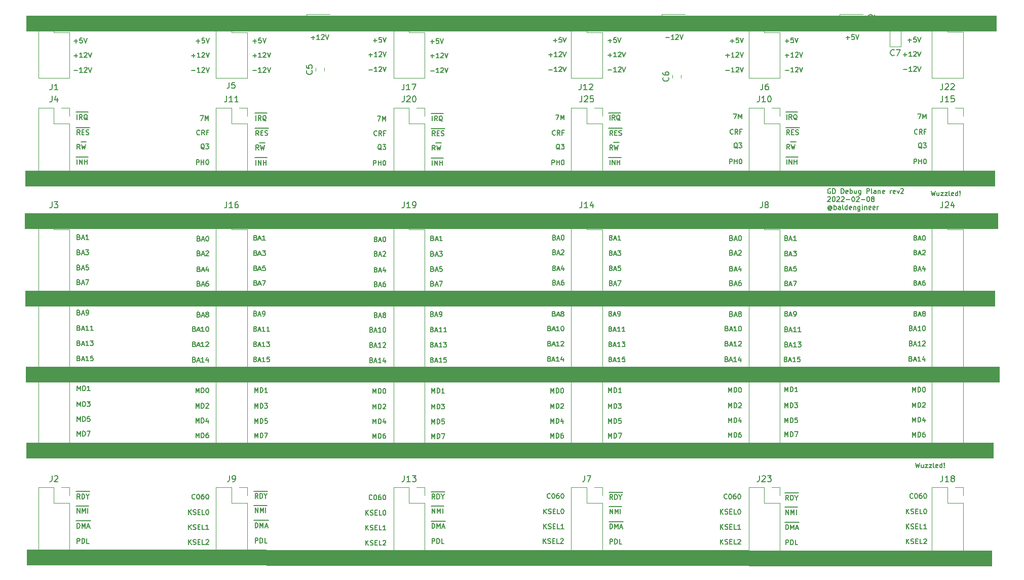
<source format=gbr>
%TF.GenerationSoftware,KiCad,Pcbnew,(5.1.12)-1*%
%TF.CreationDate,2022-02-09T20:28:49-06:00*%
%TF.ProjectId,gd blackplane proto pcb,67642062-6c61-4636-9b70-6c616e652070,rev?*%
%TF.SameCoordinates,Original*%
%TF.FileFunction,Legend,Top*%
%TF.FilePolarity,Positive*%
%FSLAX46Y46*%
G04 Gerber Fmt 4.6, Leading zero omitted, Abs format (unit mm)*
G04 Created by KiCad (PCBNEW (5.1.12)-1) date 2022-02-09 20:28:49*
%MOMM*%
%LPD*%
G01*
G04 APERTURE LIST*
%ADD10C,0.200000*%
%ADD11C,0.150000*%
%ADD12C,0.100000*%
%ADD13C,0.120000*%
G04 APERTURE END LIST*
D10*
X164096628Y-89007904D02*
X164096628Y-88207904D01*
X164363295Y-88779333D01*
X164629962Y-88207904D01*
X164629962Y-89007904D01*
X165010914Y-89007904D02*
X165010914Y-88207904D01*
X165201390Y-88207904D01*
X165315676Y-88246000D01*
X165391867Y-88322190D01*
X165429962Y-88398380D01*
X165468057Y-88550761D01*
X165468057Y-88665047D01*
X165429962Y-88817428D01*
X165391867Y-88893619D01*
X165315676Y-88969809D01*
X165201390Y-89007904D01*
X165010914Y-89007904D01*
X165963295Y-88207904D02*
X166039486Y-88207904D01*
X166115676Y-88246000D01*
X166153771Y-88284095D01*
X166191867Y-88360285D01*
X166229962Y-88512666D01*
X166229962Y-88703142D01*
X166191867Y-88855523D01*
X166153771Y-88931714D01*
X166115676Y-88969809D01*
X166039486Y-89007904D01*
X165963295Y-89007904D01*
X165887105Y-88969809D01*
X165849009Y-88931714D01*
X165810914Y-88855523D01*
X165772819Y-88703142D01*
X165772819Y-88512666D01*
X165810914Y-88360285D01*
X165849009Y-88284095D01*
X165887105Y-88246000D01*
X165963295Y-88207904D01*
X164096628Y-94062504D02*
X164096628Y-93262504D01*
X164363295Y-93833933D01*
X164629962Y-93262504D01*
X164629962Y-94062504D01*
X165010914Y-94062504D02*
X165010914Y-93262504D01*
X165201390Y-93262504D01*
X165315676Y-93300600D01*
X165391867Y-93376790D01*
X165429962Y-93452980D01*
X165468057Y-93605361D01*
X165468057Y-93719647D01*
X165429962Y-93872028D01*
X165391867Y-93948219D01*
X165315676Y-94024409D01*
X165201390Y-94062504D01*
X165010914Y-94062504D01*
X166153771Y-93529171D02*
X166153771Y-94062504D01*
X165963295Y-93224409D02*
X165772819Y-93795838D01*
X166268057Y-93795838D01*
X164591866Y-70758057D02*
X164706152Y-70796152D01*
X164744247Y-70834247D01*
X164782342Y-70910438D01*
X164782342Y-71024723D01*
X164744247Y-71100914D01*
X164706152Y-71139009D01*
X164629961Y-71177104D01*
X164325199Y-71177104D01*
X164325199Y-70377104D01*
X164591866Y-70377104D01*
X164668056Y-70415200D01*
X164706152Y-70453295D01*
X164744247Y-70529485D01*
X164744247Y-70605676D01*
X164706152Y-70681866D01*
X164668056Y-70719961D01*
X164591866Y-70758057D01*
X164325199Y-70758057D01*
X165087104Y-70948533D02*
X165468056Y-70948533D01*
X165010913Y-71177104D02*
X165277580Y-70377104D01*
X165544247Y-71177104D01*
X166153771Y-70377104D02*
X166001390Y-70377104D01*
X165925199Y-70415200D01*
X165887104Y-70453295D01*
X165810913Y-70567580D01*
X165772818Y-70719961D01*
X165772818Y-71024723D01*
X165810913Y-71100914D01*
X165849009Y-71139009D01*
X165925199Y-71177104D01*
X166077580Y-71177104D01*
X166153771Y-71139009D01*
X166191866Y-71100914D01*
X166229961Y-71024723D01*
X166229961Y-70834247D01*
X166191866Y-70758057D01*
X166153771Y-70719961D01*
X166077580Y-70681866D01*
X165925199Y-70681866D01*
X165849009Y-70719961D01*
X165810913Y-70758057D01*
X165772818Y-70834247D01*
X164591866Y-68345057D02*
X164706152Y-68383152D01*
X164744247Y-68421247D01*
X164782342Y-68497438D01*
X164782342Y-68611723D01*
X164744247Y-68687914D01*
X164706152Y-68726009D01*
X164629961Y-68764104D01*
X164325199Y-68764104D01*
X164325199Y-67964104D01*
X164591866Y-67964104D01*
X164668056Y-68002200D01*
X164706152Y-68040295D01*
X164744247Y-68116485D01*
X164744247Y-68192676D01*
X164706152Y-68268866D01*
X164668056Y-68306961D01*
X164591866Y-68345057D01*
X164325199Y-68345057D01*
X165087104Y-68535533D02*
X165468056Y-68535533D01*
X165010913Y-68764104D02*
X165277580Y-67964104D01*
X165544247Y-68764104D01*
X166153771Y-68230771D02*
X166153771Y-68764104D01*
X165963294Y-67926009D02*
X165772818Y-68497438D01*
X166268056Y-68497438D01*
X164591866Y-75914257D02*
X164706152Y-75952352D01*
X164744247Y-75990447D01*
X164782342Y-76066638D01*
X164782342Y-76180923D01*
X164744247Y-76257114D01*
X164706152Y-76295209D01*
X164629961Y-76333304D01*
X164325199Y-76333304D01*
X164325199Y-75533304D01*
X164591866Y-75533304D01*
X164668056Y-75571400D01*
X164706152Y-75609495D01*
X164744247Y-75685685D01*
X164744247Y-75761876D01*
X164706152Y-75838066D01*
X164668056Y-75876161D01*
X164591866Y-75914257D01*
X164325199Y-75914257D01*
X165087104Y-76104733D02*
X165468056Y-76104733D01*
X165010913Y-76333304D02*
X165277580Y-75533304D01*
X165544247Y-76333304D01*
X165925199Y-75876161D02*
X165849009Y-75838066D01*
X165810913Y-75799971D01*
X165772818Y-75723780D01*
X165772818Y-75685685D01*
X165810913Y-75609495D01*
X165849009Y-75571400D01*
X165925199Y-75533304D01*
X166077580Y-75533304D01*
X166153771Y-75571400D01*
X166191866Y-75609495D01*
X166229961Y-75685685D01*
X166229961Y-75723780D01*
X166191866Y-75799971D01*
X166153771Y-75838066D01*
X166077580Y-75876161D01*
X165925199Y-75876161D01*
X165849009Y-75914257D01*
X165810913Y-75952352D01*
X165772818Y-76028542D01*
X165772818Y-76180923D01*
X165810913Y-76257114D01*
X165849009Y-76295209D01*
X165925199Y-76333304D01*
X166077580Y-76333304D01*
X166153771Y-76295209D01*
X166191866Y-76257114D01*
X166229961Y-76180923D01*
X166229961Y-76028542D01*
X166191866Y-75952352D01*
X166153771Y-75914257D01*
X166077580Y-75876161D01*
X163829961Y-78352657D02*
X163944247Y-78390752D01*
X163982342Y-78428847D01*
X164020438Y-78505038D01*
X164020438Y-78619323D01*
X163982342Y-78695514D01*
X163944247Y-78733609D01*
X163868057Y-78771704D01*
X163563295Y-78771704D01*
X163563295Y-77971704D01*
X163829961Y-77971704D01*
X163906152Y-78009800D01*
X163944247Y-78047895D01*
X163982342Y-78124085D01*
X163982342Y-78200276D01*
X163944247Y-78276466D01*
X163906152Y-78314561D01*
X163829961Y-78352657D01*
X163563295Y-78352657D01*
X164325200Y-78543133D02*
X164706152Y-78543133D01*
X164249009Y-78771704D02*
X164515676Y-77971704D01*
X164782342Y-78771704D01*
X165468057Y-78771704D02*
X165010914Y-78771704D01*
X165239485Y-78771704D02*
X165239485Y-77971704D01*
X165163295Y-78085990D01*
X165087104Y-78162180D01*
X165010914Y-78200276D01*
X165963295Y-77971704D02*
X166039485Y-77971704D01*
X166115676Y-78009800D01*
X166153771Y-78047895D01*
X166191866Y-78124085D01*
X166229961Y-78276466D01*
X166229961Y-78466942D01*
X166191866Y-78619323D01*
X166153771Y-78695514D01*
X166115676Y-78733609D01*
X166039485Y-78771704D01*
X165963295Y-78771704D01*
X165887104Y-78733609D01*
X165849009Y-78695514D01*
X165810914Y-78619323D01*
X165772819Y-78466942D01*
X165772819Y-78276466D01*
X165810914Y-78124085D01*
X165849009Y-78047895D01*
X165887104Y-78009800D01*
X165963295Y-77971704D01*
X164591866Y-65678057D02*
X164706152Y-65716152D01*
X164744247Y-65754247D01*
X164782342Y-65830438D01*
X164782342Y-65944723D01*
X164744247Y-66020914D01*
X164706152Y-66059009D01*
X164629961Y-66097104D01*
X164325199Y-66097104D01*
X164325199Y-65297104D01*
X164591866Y-65297104D01*
X164668056Y-65335200D01*
X164706152Y-65373295D01*
X164744247Y-65449485D01*
X164744247Y-65525676D01*
X164706152Y-65601866D01*
X164668056Y-65639961D01*
X164591866Y-65678057D01*
X164325199Y-65678057D01*
X165087104Y-65868533D02*
X165468056Y-65868533D01*
X165010913Y-66097104D02*
X165277580Y-65297104D01*
X165544247Y-66097104D01*
X165772818Y-65373295D02*
X165810913Y-65335200D01*
X165887104Y-65297104D01*
X166077580Y-65297104D01*
X166153771Y-65335200D01*
X166191866Y-65373295D01*
X166229961Y-65449485D01*
X166229961Y-65525676D01*
X166191866Y-65639961D01*
X165734723Y-66097104D01*
X166229961Y-66097104D01*
X163829961Y-80892657D02*
X163944247Y-80930752D01*
X163982342Y-80968847D01*
X164020438Y-81045038D01*
X164020438Y-81159323D01*
X163982342Y-81235514D01*
X163944247Y-81273609D01*
X163868057Y-81311704D01*
X163563295Y-81311704D01*
X163563295Y-80511704D01*
X163829961Y-80511704D01*
X163906152Y-80549800D01*
X163944247Y-80587895D01*
X163982342Y-80664085D01*
X163982342Y-80740276D01*
X163944247Y-80816466D01*
X163906152Y-80854561D01*
X163829961Y-80892657D01*
X163563295Y-80892657D01*
X164325200Y-81083133D02*
X164706152Y-81083133D01*
X164249009Y-81311704D02*
X164515676Y-80511704D01*
X164782342Y-81311704D01*
X165468057Y-81311704D02*
X165010914Y-81311704D01*
X165239485Y-81311704D02*
X165239485Y-80511704D01*
X165163295Y-80625990D01*
X165087104Y-80702180D01*
X165010914Y-80740276D01*
X165772819Y-80587895D02*
X165810914Y-80549800D01*
X165887104Y-80511704D01*
X166077581Y-80511704D01*
X166153771Y-80549800D01*
X166191866Y-80587895D01*
X166229961Y-80664085D01*
X166229961Y-80740276D01*
X166191866Y-80854561D01*
X165734723Y-81311704D01*
X166229961Y-81311704D01*
X163829961Y-83458057D02*
X163944247Y-83496152D01*
X163982342Y-83534247D01*
X164020438Y-83610438D01*
X164020438Y-83724723D01*
X163982342Y-83800914D01*
X163944247Y-83839009D01*
X163868057Y-83877104D01*
X163563295Y-83877104D01*
X163563295Y-83077104D01*
X163829961Y-83077104D01*
X163906152Y-83115200D01*
X163944247Y-83153295D01*
X163982342Y-83229485D01*
X163982342Y-83305676D01*
X163944247Y-83381866D01*
X163906152Y-83419961D01*
X163829961Y-83458057D01*
X163563295Y-83458057D01*
X164325200Y-83648533D02*
X164706152Y-83648533D01*
X164249009Y-83877104D02*
X164515676Y-83077104D01*
X164782342Y-83877104D01*
X165468057Y-83877104D02*
X165010914Y-83877104D01*
X165239485Y-83877104D02*
X165239485Y-83077104D01*
X165163295Y-83191390D01*
X165087104Y-83267580D01*
X165010914Y-83305676D01*
X166153771Y-83343771D02*
X166153771Y-83877104D01*
X165963295Y-83039009D02*
X165772819Y-83610438D01*
X166268057Y-83610438D01*
X164591866Y-63239657D02*
X164706152Y-63277752D01*
X164744247Y-63315847D01*
X164782342Y-63392038D01*
X164782342Y-63506323D01*
X164744247Y-63582514D01*
X164706152Y-63620609D01*
X164629961Y-63658704D01*
X164325199Y-63658704D01*
X164325199Y-62858704D01*
X164591866Y-62858704D01*
X164668056Y-62896800D01*
X164706152Y-62934895D01*
X164744247Y-63011085D01*
X164744247Y-63087276D01*
X164706152Y-63163466D01*
X164668056Y-63201561D01*
X164591866Y-63239657D01*
X164325199Y-63239657D01*
X165087104Y-63430133D02*
X165468056Y-63430133D01*
X165010913Y-63658704D02*
X165277580Y-62858704D01*
X165544247Y-63658704D01*
X165963294Y-62858704D02*
X166039485Y-62858704D01*
X166115675Y-62896800D01*
X166153771Y-62934895D01*
X166191866Y-63011085D01*
X166229961Y-63163466D01*
X166229961Y-63353942D01*
X166191866Y-63506323D01*
X166153771Y-63582514D01*
X166115675Y-63620609D01*
X166039485Y-63658704D01*
X165963294Y-63658704D01*
X165887104Y-63620609D01*
X165849009Y-63582514D01*
X165810913Y-63506323D01*
X165772818Y-63353942D01*
X165772818Y-63163466D01*
X165810913Y-63011085D01*
X165849009Y-62934895D01*
X165887104Y-62896800D01*
X165963294Y-62858704D01*
X164096628Y-96526304D02*
X164096628Y-95726304D01*
X164363295Y-96297733D01*
X164629962Y-95726304D01*
X164629962Y-96526304D01*
X165010914Y-96526304D02*
X165010914Y-95726304D01*
X165201390Y-95726304D01*
X165315676Y-95764400D01*
X165391867Y-95840590D01*
X165429962Y-95916780D01*
X165468057Y-96069161D01*
X165468057Y-96183447D01*
X165429962Y-96335828D01*
X165391867Y-96412019D01*
X165315676Y-96488209D01*
X165201390Y-96526304D01*
X165010914Y-96526304D01*
X166153771Y-95726304D02*
X166001390Y-95726304D01*
X165925200Y-95764400D01*
X165887105Y-95802495D01*
X165810914Y-95916780D01*
X165772819Y-96069161D01*
X165772819Y-96373923D01*
X165810914Y-96450114D01*
X165849009Y-96488209D01*
X165925200Y-96526304D01*
X166077581Y-96526304D01*
X166153771Y-96488209D01*
X166191867Y-96450114D01*
X166229962Y-96373923D01*
X166229962Y-96183447D01*
X166191867Y-96107257D01*
X166153771Y-96069161D01*
X166077581Y-96031066D01*
X165925200Y-96031066D01*
X165849009Y-96069161D01*
X165810914Y-96107257D01*
X165772819Y-96183447D01*
X164096628Y-91598704D02*
X164096628Y-90798704D01*
X164363295Y-91370133D01*
X164629962Y-90798704D01*
X164629962Y-91598704D01*
X165010914Y-91598704D02*
X165010914Y-90798704D01*
X165201390Y-90798704D01*
X165315676Y-90836800D01*
X165391867Y-90912990D01*
X165429962Y-90989180D01*
X165468057Y-91141561D01*
X165468057Y-91255847D01*
X165429962Y-91408228D01*
X165391867Y-91484419D01*
X165315676Y-91560609D01*
X165201390Y-91598704D01*
X165010914Y-91598704D01*
X165772819Y-90874895D02*
X165810914Y-90836800D01*
X165887105Y-90798704D01*
X166077581Y-90798704D01*
X166153771Y-90836800D01*
X166191867Y-90874895D01*
X166229962Y-90951085D01*
X166229962Y-91027276D01*
X166191867Y-91141561D01*
X165734724Y-91598704D01*
X166229962Y-91598704D01*
X164744247Y-45853314D02*
X164706152Y-45891409D01*
X164591866Y-45929504D01*
X164515676Y-45929504D01*
X164401390Y-45891409D01*
X164325200Y-45815219D01*
X164287105Y-45739028D01*
X164249009Y-45586647D01*
X164249009Y-45472361D01*
X164287105Y-45319980D01*
X164325200Y-45243790D01*
X164401390Y-45167600D01*
X164515676Y-45129504D01*
X164591866Y-45129504D01*
X164706152Y-45167600D01*
X164744247Y-45205695D01*
X165544247Y-45929504D02*
X165277581Y-45548552D01*
X165087105Y-45929504D02*
X165087105Y-45129504D01*
X165391866Y-45129504D01*
X165468057Y-45167600D01*
X165506152Y-45205695D01*
X165544247Y-45281885D01*
X165544247Y-45396171D01*
X165506152Y-45472361D01*
X165468057Y-45510457D01*
X165391866Y-45548552D01*
X165087105Y-45548552D01*
X166153771Y-45510457D02*
X165887105Y-45510457D01*
X165887105Y-45929504D02*
X165887105Y-45129504D01*
X166268057Y-45129504D01*
X164172819Y-50882504D02*
X164172819Y-50082504D01*
X164477581Y-50082504D01*
X164553771Y-50120600D01*
X164591866Y-50158695D01*
X164629962Y-50234885D01*
X164629962Y-50349171D01*
X164591866Y-50425361D01*
X164553771Y-50463457D01*
X164477581Y-50501552D01*
X164172819Y-50501552D01*
X164972819Y-50882504D02*
X164972819Y-50082504D01*
X164972819Y-50463457D02*
X165429962Y-50463457D01*
X165429962Y-50882504D02*
X165429962Y-50082504D01*
X165963295Y-50082504D02*
X166039485Y-50082504D01*
X166115676Y-50120600D01*
X166153771Y-50158695D01*
X166191866Y-50234885D01*
X166229962Y-50387266D01*
X166229962Y-50577742D01*
X166191866Y-50730123D01*
X166153771Y-50806314D01*
X166115676Y-50844409D01*
X166039485Y-50882504D01*
X165963295Y-50882504D01*
X165887104Y-50844409D01*
X165849009Y-50806314D01*
X165810914Y-50730123D01*
X165772819Y-50577742D01*
X165772819Y-50387266D01*
X165810914Y-50234885D01*
X165849009Y-50158695D01*
X165887104Y-50120600D01*
X165963295Y-50082504D01*
X165506152Y-48317095D02*
X165429962Y-48279000D01*
X165353771Y-48202809D01*
X165239485Y-48088523D01*
X165163295Y-48050428D01*
X165087104Y-48050428D01*
X165125200Y-48240904D02*
X165049009Y-48202809D01*
X164972819Y-48126619D01*
X164934723Y-47974238D01*
X164934723Y-47707571D01*
X164972819Y-47555190D01*
X165049009Y-47479000D01*
X165125200Y-47440904D01*
X165277581Y-47440904D01*
X165353771Y-47479000D01*
X165429962Y-47555190D01*
X165468057Y-47707571D01*
X165468057Y-47974238D01*
X165429962Y-48126619D01*
X165353771Y-48202809D01*
X165277581Y-48240904D01*
X165125200Y-48240904D01*
X165734723Y-47440904D02*
X166229962Y-47440904D01*
X165963295Y-47745666D01*
X166077581Y-47745666D01*
X166153771Y-47783761D01*
X166191866Y-47821857D01*
X166229962Y-47898047D01*
X166229962Y-48088523D01*
X166191866Y-48164714D01*
X166153771Y-48202809D01*
X166077581Y-48240904D01*
X165849009Y-48240904D01*
X165772819Y-48202809D01*
X165734723Y-48164714D01*
X164820438Y-42691104D02*
X165353771Y-42691104D01*
X165010914Y-43491104D01*
X165658533Y-43491104D02*
X165658533Y-42691104D01*
X165925200Y-43262533D01*
X166191867Y-42691104D01*
X166191867Y-43491104D01*
X162877581Y-114382504D02*
X162877581Y-113582504D01*
X163334724Y-114382504D02*
X162991866Y-113925361D01*
X163334724Y-113582504D02*
X162877581Y-114039647D01*
X163639485Y-114344409D02*
X163753771Y-114382504D01*
X163944247Y-114382504D01*
X164020438Y-114344409D01*
X164058533Y-114306314D01*
X164096628Y-114230123D01*
X164096628Y-114153933D01*
X164058533Y-114077742D01*
X164020438Y-114039647D01*
X163944247Y-114001552D01*
X163791866Y-113963457D01*
X163715676Y-113925361D01*
X163677581Y-113887266D01*
X163639485Y-113811076D01*
X163639485Y-113734885D01*
X163677581Y-113658695D01*
X163715676Y-113620600D01*
X163791866Y-113582504D01*
X163982343Y-113582504D01*
X164096628Y-113620600D01*
X164439485Y-113963457D02*
X164706152Y-113963457D01*
X164820438Y-114382504D02*
X164439485Y-114382504D01*
X164439485Y-113582504D01*
X164820438Y-113582504D01*
X165544247Y-114382504D02*
X165163295Y-114382504D01*
X165163295Y-113582504D01*
X165772819Y-113658695D02*
X165810914Y-113620600D01*
X165887104Y-113582504D01*
X166077581Y-113582504D01*
X166153771Y-113620600D01*
X166191866Y-113658695D01*
X166229962Y-113734885D01*
X166229962Y-113811076D01*
X166191866Y-113925361D01*
X165734724Y-114382504D01*
X166229962Y-114382504D01*
X162877581Y-109353304D02*
X162877581Y-108553304D01*
X163334724Y-109353304D02*
X162991866Y-108896161D01*
X163334724Y-108553304D02*
X162877581Y-109010447D01*
X163639485Y-109315209D02*
X163753771Y-109353304D01*
X163944247Y-109353304D01*
X164020438Y-109315209D01*
X164058533Y-109277114D01*
X164096628Y-109200923D01*
X164096628Y-109124733D01*
X164058533Y-109048542D01*
X164020438Y-109010447D01*
X163944247Y-108972352D01*
X163791866Y-108934257D01*
X163715676Y-108896161D01*
X163677581Y-108858066D01*
X163639485Y-108781876D01*
X163639485Y-108705685D01*
X163677581Y-108629495D01*
X163715676Y-108591400D01*
X163791866Y-108553304D01*
X163982343Y-108553304D01*
X164096628Y-108591400D01*
X164439485Y-108934257D02*
X164706152Y-108934257D01*
X164820438Y-109353304D02*
X164439485Y-109353304D01*
X164439485Y-108553304D01*
X164820438Y-108553304D01*
X165544247Y-109353304D02*
X165163295Y-109353304D01*
X165163295Y-108553304D01*
X165963295Y-108553304D02*
X166039485Y-108553304D01*
X166115676Y-108591400D01*
X166153771Y-108629495D01*
X166191866Y-108705685D01*
X166229962Y-108858066D01*
X166229962Y-109048542D01*
X166191866Y-109200923D01*
X166153771Y-109277114D01*
X166115676Y-109315209D01*
X166039485Y-109353304D01*
X165963295Y-109353304D01*
X165887104Y-109315209D01*
X165849009Y-109277114D01*
X165810914Y-109200923D01*
X165772819Y-109048542D01*
X165772819Y-108858066D01*
X165810914Y-108705685D01*
X165849009Y-108629495D01*
X165887104Y-108591400D01*
X165963295Y-108553304D01*
X163944247Y-106711714D02*
X163906152Y-106749809D01*
X163791866Y-106787904D01*
X163715676Y-106787904D01*
X163601390Y-106749809D01*
X163525200Y-106673619D01*
X163487105Y-106597428D01*
X163449009Y-106445047D01*
X163449009Y-106330761D01*
X163487105Y-106178380D01*
X163525200Y-106102190D01*
X163601390Y-106026000D01*
X163715676Y-105987904D01*
X163791866Y-105987904D01*
X163906152Y-106026000D01*
X163944247Y-106064095D01*
X164439486Y-105987904D02*
X164515676Y-105987904D01*
X164591866Y-106026000D01*
X164629962Y-106064095D01*
X164668057Y-106140285D01*
X164706152Y-106292666D01*
X164706152Y-106483142D01*
X164668057Y-106635523D01*
X164629962Y-106711714D01*
X164591866Y-106749809D01*
X164515676Y-106787904D01*
X164439486Y-106787904D01*
X164363295Y-106749809D01*
X164325200Y-106711714D01*
X164287105Y-106635523D01*
X164249009Y-106483142D01*
X164249009Y-106292666D01*
X164287105Y-106140285D01*
X164325200Y-106064095D01*
X164363295Y-106026000D01*
X164439486Y-105987904D01*
X165391866Y-105987904D02*
X165239486Y-105987904D01*
X165163295Y-106026000D01*
X165125200Y-106064095D01*
X165049009Y-106178380D01*
X165010914Y-106330761D01*
X165010914Y-106635523D01*
X165049009Y-106711714D01*
X165087105Y-106749809D01*
X165163295Y-106787904D01*
X165315676Y-106787904D01*
X165391866Y-106749809D01*
X165429962Y-106711714D01*
X165468057Y-106635523D01*
X165468057Y-106445047D01*
X165429962Y-106368857D01*
X165391866Y-106330761D01*
X165315676Y-106292666D01*
X165163295Y-106292666D01*
X165087105Y-106330761D01*
X165049009Y-106368857D01*
X165010914Y-106445047D01*
X165963295Y-105987904D02*
X166039486Y-105987904D01*
X166115676Y-106026000D01*
X166153771Y-106064095D01*
X166191866Y-106140285D01*
X166229962Y-106292666D01*
X166229962Y-106483142D01*
X166191866Y-106635523D01*
X166153771Y-106711714D01*
X166115676Y-106749809D01*
X166039486Y-106787904D01*
X165963295Y-106787904D01*
X165887105Y-106749809D01*
X165849009Y-106711714D01*
X165810914Y-106635523D01*
X165772819Y-106483142D01*
X165772819Y-106292666D01*
X165810914Y-106140285D01*
X165849009Y-106064095D01*
X165887105Y-106026000D01*
X165963295Y-105987904D01*
X162877581Y-111867904D02*
X162877581Y-111067904D01*
X163334724Y-111867904D02*
X162991866Y-111410761D01*
X163334724Y-111067904D02*
X162877581Y-111525047D01*
X163639485Y-111829809D02*
X163753771Y-111867904D01*
X163944247Y-111867904D01*
X164020438Y-111829809D01*
X164058533Y-111791714D01*
X164096628Y-111715523D01*
X164096628Y-111639333D01*
X164058533Y-111563142D01*
X164020438Y-111525047D01*
X163944247Y-111486952D01*
X163791866Y-111448857D01*
X163715676Y-111410761D01*
X163677581Y-111372666D01*
X163639485Y-111296476D01*
X163639485Y-111220285D01*
X163677581Y-111144095D01*
X163715676Y-111106000D01*
X163791866Y-111067904D01*
X163982343Y-111067904D01*
X164096628Y-111106000D01*
X164439485Y-111448857D02*
X164706152Y-111448857D01*
X164820438Y-111867904D02*
X164439485Y-111867904D01*
X164439485Y-111067904D01*
X164820438Y-111067904D01*
X165544247Y-111867904D02*
X165163295Y-111867904D01*
X165163295Y-111067904D01*
X166229962Y-111867904D02*
X165772819Y-111867904D01*
X166001390Y-111867904D02*
X166001390Y-111067904D01*
X165925200Y-111182190D01*
X165849009Y-111258380D01*
X165772819Y-111296476D01*
X173809190Y-49684600D02*
X174190142Y-49684600D01*
X173999666Y-50882504D02*
X173999666Y-50082504D01*
X174190142Y-49684600D02*
X175028238Y-49684600D01*
X174380619Y-50882504D02*
X174380619Y-50082504D01*
X174837762Y-50882504D01*
X174837762Y-50082504D01*
X175028238Y-49684600D02*
X175866333Y-49684600D01*
X175218714Y-50882504D02*
X175218714Y-50082504D01*
X175218714Y-50463457D02*
X175675857Y-50463457D01*
X175675857Y-50882504D02*
X175675857Y-50082504D01*
X173809191Y-42242400D02*
X174190143Y-42242400D01*
X173999667Y-43440304D02*
X173999667Y-42640304D01*
X174190143Y-42242400D02*
X174990143Y-42242400D01*
X174837762Y-43440304D02*
X174571095Y-43059352D01*
X174380619Y-43440304D02*
X174380619Y-42640304D01*
X174685381Y-42640304D01*
X174761572Y-42678400D01*
X174799667Y-42716495D01*
X174837762Y-42792685D01*
X174837762Y-42906971D01*
X174799667Y-42983161D01*
X174761572Y-43021257D01*
X174685381Y-43059352D01*
X174380619Y-43059352D01*
X174990143Y-42242400D02*
X175828238Y-42242400D01*
X175713953Y-43516495D02*
X175637762Y-43478400D01*
X175561572Y-43402209D01*
X175447286Y-43287923D01*
X175371095Y-43249828D01*
X175294905Y-43249828D01*
X175333000Y-43440304D02*
X175256810Y-43402209D01*
X175180619Y-43326019D01*
X175142524Y-43173638D01*
X175142524Y-42906971D01*
X175180619Y-42754590D01*
X175256810Y-42678400D01*
X175333000Y-42640304D01*
X175485381Y-42640304D01*
X175561572Y-42678400D01*
X175637762Y-42754590D01*
X175675857Y-42906971D01*
X175675857Y-43173638D01*
X175637762Y-43326019D01*
X175561572Y-43402209D01*
X175485381Y-43440304D01*
X175333000Y-43440304D01*
X174456810Y-48367904D02*
X174190143Y-47986952D01*
X173999667Y-48367904D02*
X173999667Y-47567904D01*
X174304429Y-47567904D01*
X174380619Y-47606000D01*
X174418714Y-47644095D01*
X174456810Y-47720285D01*
X174456810Y-47834571D01*
X174418714Y-47910761D01*
X174380619Y-47948857D01*
X174304429Y-47986952D01*
X173999667Y-47986952D01*
X174609191Y-47170000D02*
X175523476Y-47170000D01*
X174723476Y-47567904D02*
X174913953Y-48367904D01*
X175066334Y-47796476D01*
X175218714Y-48367904D01*
X175409191Y-47567904D01*
X173809190Y-44757000D02*
X174609190Y-44757000D01*
X174456809Y-45954904D02*
X174190143Y-45573952D01*
X173999667Y-45954904D02*
X173999667Y-45154904D01*
X174304428Y-45154904D01*
X174380619Y-45193000D01*
X174418714Y-45231095D01*
X174456809Y-45307285D01*
X174456809Y-45421571D01*
X174418714Y-45497761D01*
X174380619Y-45535857D01*
X174304428Y-45573952D01*
X173999667Y-45573952D01*
X174609190Y-44757000D02*
X175333000Y-44757000D01*
X174799667Y-45535857D02*
X175066333Y-45535857D01*
X175180619Y-45954904D02*
X174799667Y-45954904D01*
X174799667Y-45154904D01*
X175180619Y-45154904D01*
X175333000Y-44757000D02*
X176094905Y-44757000D01*
X175485381Y-45916809D02*
X175599667Y-45954904D01*
X175790143Y-45954904D01*
X175866333Y-45916809D01*
X175904428Y-45878714D01*
X175942524Y-45802523D01*
X175942524Y-45726333D01*
X175904428Y-45650142D01*
X175866333Y-45612047D01*
X175790143Y-45573952D01*
X175637762Y-45535857D01*
X175561571Y-45497761D01*
X175523476Y-45459666D01*
X175485381Y-45383476D01*
X175485381Y-45307285D01*
X175523476Y-45231095D01*
X175561571Y-45193000D01*
X175637762Y-45154904D01*
X175828238Y-45154904D01*
X175942524Y-45193000D01*
X174037733Y-70656457D02*
X174152019Y-70694552D01*
X174190114Y-70732647D01*
X174228209Y-70808838D01*
X174228209Y-70923123D01*
X174190114Y-70999314D01*
X174152019Y-71037409D01*
X174075828Y-71075504D01*
X173771066Y-71075504D01*
X173771066Y-70275504D01*
X174037733Y-70275504D01*
X174113923Y-70313600D01*
X174152019Y-70351695D01*
X174190114Y-70427885D01*
X174190114Y-70504076D01*
X174152019Y-70580266D01*
X174113923Y-70618361D01*
X174037733Y-70656457D01*
X173771066Y-70656457D01*
X174532971Y-70846933D02*
X174913923Y-70846933D01*
X174456780Y-71075504D02*
X174723447Y-70275504D01*
X174990114Y-71075504D01*
X175180590Y-70275504D02*
X175713923Y-70275504D01*
X175371066Y-71075504D01*
X174037733Y-63087257D02*
X174152019Y-63125352D01*
X174190114Y-63163447D01*
X174228209Y-63239638D01*
X174228209Y-63353923D01*
X174190114Y-63430114D01*
X174152019Y-63468209D01*
X174075828Y-63506304D01*
X173771066Y-63506304D01*
X173771066Y-62706304D01*
X174037733Y-62706304D01*
X174113923Y-62744400D01*
X174152019Y-62782495D01*
X174190114Y-62858685D01*
X174190114Y-62934876D01*
X174152019Y-63011066D01*
X174113923Y-63049161D01*
X174037733Y-63087257D01*
X173771066Y-63087257D01*
X174532971Y-63277733D02*
X174913923Y-63277733D01*
X174456780Y-63506304D02*
X174723447Y-62706304D01*
X174990114Y-63506304D01*
X175675828Y-63506304D02*
X175218685Y-63506304D01*
X175447257Y-63506304D02*
X175447257Y-62706304D01*
X175371066Y-62820590D01*
X175294876Y-62896780D01*
X175218685Y-62934876D01*
X173898066Y-88957104D02*
X173898066Y-88157104D01*
X174164733Y-88728533D01*
X174431400Y-88157104D01*
X174431400Y-88957104D01*
X174812352Y-88957104D02*
X174812352Y-88157104D01*
X175002828Y-88157104D01*
X175117114Y-88195200D01*
X175193305Y-88271390D01*
X175231400Y-88347580D01*
X175269495Y-88499961D01*
X175269495Y-88614247D01*
X175231400Y-88766628D01*
X175193305Y-88842819D01*
X175117114Y-88919009D01*
X175002828Y-88957104D01*
X174812352Y-88957104D01*
X176031400Y-88957104D02*
X175574257Y-88957104D01*
X175802828Y-88957104D02*
X175802828Y-88157104D01*
X175726638Y-88271390D01*
X175650447Y-88347580D01*
X175574257Y-88385676D01*
X173986933Y-83407257D02*
X174101219Y-83445352D01*
X174139314Y-83483447D01*
X174177410Y-83559638D01*
X174177410Y-83673923D01*
X174139314Y-83750114D01*
X174101219Y-83788209D01*
X174025029Y-83826304D01*
X173720267Y-83826304D01*
X173720267Y-83026304D01*
X173986933Y-83026304D01*
X174063124Y-83064400D01*
X174101219Y-83102495D01*
X174139314Y-83178685D01*
X174139314Y-83254876D01*
X174101219Y-83331066D01*
X174063124Y-83369161D01*
X173986933Y-83407257D01*
X173720267Y-83407257D01*
X174482172Y-83597733D02*
X174863124Y-83597733D01*
X174405981Y-83826304D02*
X174672648Y-83026304D01*
X174939314Y-83826304D01*
X175625029Y-83826304D02*
X175167886Y-83826304D01*
X175396457Y-83826304D02*
X175396457Y-83026304D01*
X175320267Y-83140590D01*
X175244076Y-83216780D01*
X175167886Y-83254876D01*
X176348838Y-83026304D02*
X175967886Y-83026304D01*
X175929791Y-83407257D01*
X175967886Y-83369161D01*
X176044076Y-83331066D01*
X176234553Y-83331066D01*
X176310743Y-83369161D01*
X176348838Y-83407257D01*
X176386933Y-83483447D01*
X176386933Y-83673923D01*
X176348838Y-83750114D01*
X176310743Y-83788209D01*
X176234553Y-83826304D01*
X176044076Y-83826304D01*
X175967886Y-83788209D01*
X175929791Y-83750114D01*
X173986933Y-75761857D02*
X174101219Y-75799952D01*
X174139314Y-75838047D01*
X174177409Y-75914238D01*
X174177409Y-76028523D01*
X174139314Y-76104714D01*
X174101219Y-76142809D01*
X174025028Y-76180904D01*
X173720266Y-76180904D01*
X173720266Y-75380904D01*
X173986933Y-75380904D01*
X174063123Y-75419000D01*
X174101219Y-75457095D01*
X174139314Y-75533285D01*
X174139314Y-75609476D01*
X174101219Y-75685666D01*
X174063123Y-75723761D01*
X173986933Y-75761857D01*
X173720266Y-75761857D01*
X174482171Y-75952333D02*
X174863123Y-75952333D01*
X174405980Y-76180904D02*
X174672647Y-75380904D01*
X174939314Y-76180904D01*
X175244076Y-76180904D02*
X175396457Y-76180904D01*
X175472647Y-76142809D01*
X175510742Y-76104714D01*
X175586933Y-75990428D01*
X175625028Y-75838047D01*
X175625028Y-75533285D01*
X175586933Y-75457095D01*
X175548838Y-75419000D01*
X175472647Y-75380904D01*
X175320266Y-75380904D01*
X175244076Y-75419000D01*
X175205980Y-75457095D01*
X175167885Y-75533285D01*
X175167885Y-75723761D01*
X175205980Y-75799952D01*
X175244076Y-75838047D01*
X175320266Y-75876142D01*
X175472647Y-75876142D01*
X175548838Y-75838047D01*
X175586933Y-75799952D01*
X175625028Y-75723761D01*
X173986933Y-78327257D02*
X174101219Y-78365352D01*
X174139314Y-78403447D01*
X174177410Y-78479638D01*
X174177410Y-78593923D01*
X174139314Y-78670114D01*
X174101219Y-78708209D01*
X174025029Y-78746304D01*
X173720267Y-78746304D01*
X173720267Y-77946304D01*
X173986933Y-77946304D01*
X174063124Y-77984400D01*
X174101219Y-78022495D01*
X174139314Y-78098685D01*
X174139314Y-78174876D01*
X174101219Y-78251066D01*
X174063124Y-78289161D01*
X173986933Y-78327257D01*
X173720267Y-78327257D01*
X174482172Y-78517733D02*
X174863124Y-78517733D01*
X174405981Y-78746304D02*
X174672648Y-77946304D01*
X174939314Y-78746304D01*
X175625029Y-78746304D02*
X175167886Y-78746304D01*
X175396457Y-78746304D02*
X175396457Y-77946304D01*
X175320267Y-78060590D01*
X175244076Y-78136780D01*
X175167886Y-78174876D01*
X176386933Y-78746304D02*
X175929791Y-78746304D01*
X176158362Y-78746304D02*
X176158362Y-77946304D01*
X176082172Y-78060590D01*
X176005981Y-78136780D01*
X175929791Y-78174876D01*
X173898066Y-96551704D02*
X173898066Y-95751704D01*
X174164733Y-96323133D01*
X174431400Y-95751704D01*
X174431400Y-96551704D01*
X174812352Y-96551704D02*
X174812352Y-95751704D01*
X175002828Y-95751704D01*
X175117114Y-95789800D01*
X175193305Y-95865990D01*
X175231400Y-95942180D01*
X175269495Y-96094561D01*
X175269495Y-96208847D01*
X175231400Y-96361228D01*
X175193305Y-96437419D01*
X175117114Y-96513609D01*
X175002828Y-96551704D01*
X174812352Y-96551704D01*
X175536162Y-95751704D02*
X176069495Y-95751704D01*
X175726638Y-96551704D01*
X174037733Y-65652657D02*
X174152019Y-65690752D01*
X174190114Y-65728847D01*
X174228209Y-65805038D01*
X174228209Y-65919323D01*
X174190114Y-65995514D01*
X174152019Y-66033609D01*
X174075828Y-66071704D01*
X173771066Y-66071704D01*
X173771066Y-65271704D01*
X174037733Y-65271704D01*
X174113923Y-65309800D01*
X174152019Y-65347895D01*
X174190114Y-65424085D01*
X174190114Y-65500276D01*
X174152019Y-65576466D01*
X174113923Y-65614561D01*
X174037733Y-65652657D01*
X173771066Y-65652657D01*
X174532971Y-65843133D02*
X174913923Y-65843133D01*
X174456780Y-66071704D02*
X174723447Y-65271704D01*
X174990114Y-66071704D01*
X175180590Y-65271704D02*
X175675828Y-65271704D01*
X175409161Y-65576466D01*
X175523447Y-65576466D01*
X175599638Y-65614561D01*
X175637733Y-65652657D01*
X175675828Y-65728847D01*
X175675828Y-65919323D01*
X175637733Y-65995514D01*
X175599638Y-66033609D01*
X175523447Y-66071704D01*
X175294876Y-66071704D01*
X175218685Y-66033609D01*
X175180590Y-65995514D01*
X174037733Y-68192657D02*
X174152019Y-68230752D01*
X174190114Y-68268847D01*
X174228209Y-68345038D01*
X174228209Y-68459323D01*
X174190114Y-68535514D01*
X174152019Y-68573609D01*
X174075828Y-68611704D01*
X173771066Y-68611704D01*
X173771066Y-67811704D01*
X174037733Y-67811704D01*
X174113923Y-67849800D01*
X174152019Y-67887895D01*
X174190114Y-67964085D01*
X174190114Y-68040276D01*
X174152019Y-68116466D01*
X174113923Y-68154561D01*
X174037733Y-68192657D01*
X173771066Y-68192657D01*
X174532971Y-68383133D02*
X174913923Y-68383133D01*
X174456780Y-68611704D02*
X174723447Y-67811704D01*
X174990114Y-68611704D01*
X175637733Y-67811704D02*
X175256780Y-67811704D01*
X175218685Y-68192657D01*
X175256780Y-68154561D01*
X175332971Y-68116466D01*
X175523447Y-68116466D01*
X175599638Y-68154561D01*
X175637733Y-68192657D01*
X175675828Y-68268847D01*
X175675828Y-68459323D01*
X175637733Y-68535514D01*
X175599638Y-68573609D01*
X175523447Y-68611704D01*
X175332971Y-68611704D01*
X175256780Y-68573609D01*
X175218685Y-68535514D01*
X173986933Y-80867257D02*
X174101219Y-80905352D01*
X174139314Y-80943447D01*
X174177410Y-81019638D01*
X174177410Y-81133923D01*
X174139314Y-81210114D01*
X174101219Y-81248209D01*
X174025029Y-81286304D01*
X173720267Y-81286304D01*
X173720267Y-80486304D01*
X173986933Y-80486304D01*
X174063124Y-80524400D01*
X174101219Y-80562495D01*
X174139314Y-80638685D01*
X174139314Y-80714876D01*
X174101219Y-80791066D01*
X174063124Y-80829161D01*
X173986933Y-80867257D01*
X173720267Y-80867257D01*
X174482172Y-81057733D02*
X174863124Y-81057733D01*
X174405981Y-81286304D02*
X174672648Y-80486304D01*
X174939314Y-81286304D01*
X175625029Y-81286304D02*
X175167886Y-81286304D01*
X175396457Y-81286304D02*
X175396457Y-80486304D01*
X175320267Y-80600590D01*
X175244076Y-80676780D01*
X175167886Y-80714876D01*
X175891695Y-80486304D02*
X176386933Y-80486304D01*
X176120267Y-80791066D01*
X176234553Y-80791066D01*
X176310743Y-80829161D01*
X176348838Y-80867257D01*
X176386933Y-80943447D01*
X176386933Y-81133923D01*
X176348838Y-81210114D01*
X176310743Y-81248209D01*
X176234553Y-81286304D01*
X176005981Y-81286304D01*
X175929791Y-81248209D01*
X175891695Y-81210114D01*
X173898066Y-91598704D02*
X173898066Y-90798704D01*
X174164733Y-91370133D01*
X174431400Y-90798704D01*
X174431400Y-91598704D01*
X174812352Y-91598704D02*
X174812352Y-90798704D01*
X175002828Y-90798704D01*
X175117114Y-90836800D01*
X175193305Y-90912990D01*
X175231400Y-90989180D01*
X175269495Y-91141561D01*
X175269495Y-91255847D01*
X175231400Y-91408228D01*
X175193305Y-91484419D01*
X175117114Y-91560609D01*
X175002828Y-91598704D01*
X174812352Y-91598704D01*
X175536162Y-90798704D02*
X176031400Y-90798704D01*
X175764733Y-91103466D01*
X175879019Y-91103466D01*
X175955209Y-91141561D01*
X175993305Y-91179657D01*
X176031400Y-91255847D01*
X176031400Y-91446323D01*
X175993305Y-91522514D01*
X175955209Y-91560609D01*
X175879019Y-91598704D01*
X175650447Y-91598704D01*
X175574257Y-91560609D01*
X175536162Y-91522514D01*
X173898066Y-94113304D02*
X173898066Y-93313304D01*
X174164733Y-93884733D01*
X174431400Y-93313304D01*
X174431400Y-94113304D01*
X174812352Y-94113304D02*
X174812352Y-93313304D01*
X175002828Y-93313304D01*
X175117114Y-93351400D01*
X175193305Y-93427590D01*
X175231400Y-93503780D01*
X175269495Y-93656161D01*
X175269495Y-93770447D01*
X175231400Y-93922828D01*
X175193305Y-93999019D01*
X175117114Y-94075209D01*
X175002828Y-94113304D01*
X174812352Y-94113304D01*
X175993305Y-93313304D02*
X175612352Y-93313304D01*
X175574257Y-93694257D01*
X175612352Y-93656161D01*
X175688543Y-93618066D01*
X175879019Y-93618066D01*
X175955209Y-93656161D01*
X175993305Y-93694257D01*
X176031400Y-93770447D01*
X176031400Y-93960923D01*
X175993305Y-94037114D01*
X175955209Y-94075209D01*
X175879019Y-94113304D01*
X175688543Y-94113304D01*
X175612352Y-94075209D01*
X175574257Y-94037114D01*
X173783791Y-110365200D02*
X174583791Y-110365200D01*
X173974267Y-111563104D02*
X173974267Y-110763104D01*
X174164743Y-110763104D01*
X174279029Y-110801200D01*
X174355219Y-110877390D01*
X174393314Y-110953580D01*
X174431410Y-111105961D01*
X174431410Y-111220247D01*
X174393314Y-111372628D01*
X174355219Y-111448819D01*
X174279029Y-111525009D01*
X174164743Y-111563104D01*
X173974267Y-111563104D01*
X174583791Y-110365200D02*
X175498076Y-110365200D01*
X174774267Y-111563104D02*
X174774267Y-110763104D01*
X175040933Y-111334533D01*
X175307600Y-110763104D01*
X175307600Y-111563104D01*
X175498076Y-110365200D02*
X176183791Y-110365200D01*
X175650457Y-111334533D02*
X176031410Y-111334533D01*
X175574267Y-111563104D02*
X175840933Y-110763104D01*
X176107600Y-111563104D01*
X173974266Y-114103104D02*
X173974266Y-113303104D01*
X174279028Y-113303104D01*
X174355219Y-113341200D01*
X174393314Y-113379295D01*
X174431409Y-113455485D01*
X174431409Y-113569771D01*
X174393314Y-113645961D01*
X174355219Y-113684057D01*
X174279028Y-113722152D01*
X173974266Y-113722152D01*
X174774266Y-114103104D02*
X174774266Y-113303104D01*
X174964742Y-113303104D01*
X175079028Y-113341200D01*
X175155219Y-113417390D01*
X175193314Y-113493580D01*
X175231409Y-113645961D01*
X175231409Y-113760247D01*
X175193314Y-113912628D01*
X175155219Y-113988819D01*
X175079028Y-114065009D01*
X174964742Y-114103104D01*
X174774266Y-114103104D01*
X175955219Y-114103104D02*
X175574266Y-114103104D01*
X175574266Y-113303104D01*
X173783790Y-105463000D02*
X174583790Y-105463000D01*
X174431409Y-106660904D02*
X174164743Y-106279952D01*
X173974267Y-106660904D02*
X173974267Y-105860904D01*
X174279028Y-105860904D01*
X174355219Y-105899000D01*
X174393314Y-105937095D01*
X174431409Y-106013285D01*
X174431409Y-106127571D01*
X174393314Y-106203761D01*
X174355219Y-106241857D01*
X174279028Y-106279952D01*
X173974267Y-106279952D01*
X174583790Y-105463000D02*
X175383790Y-105463000D01*
X174774267Y-106660904D02*
X174774267Y-105860904D01*
X174964743Y-105860904D01*
X175079028Y-105899000D01*
X175155219Y-105975190D01*
X175193314Y-106051380D01*
X175231409Y-106203761D01*
X175231409Y-106318047D01*
X175193314Y-106470428D01*
X175155219Y-106546619D01*
X175079028Y-106622809D01*
X174964743Y-106660904D01*
X174774267Y-106660904D01*
X175383790Y-105463000D02*
X176069505Y-105463000D01*
X175726648Y-106279952D02*
X175726648Y-106660904D01*
X175459981Y-105860904D02*
X175726648Y-106279952D01*
X175993314Y-105860904D01*
X173783790Y-107850600D02*
X174621885Y-107850600D01*
X173974266Y-109048504D02*
X173974266Y-108248504D01*
X174431409Y-109048504D01*
X174431409Y-108248504D01*
X174621885Y-107850600D02*
X175536171Y-107850600D01*
X174812361Y-109048504D02*
X174812361Y-108248504D01*
X175079028Y-108819933D01*
X175345695Y-108248504D01*
X175345695Y-109048504D01*
X175536171Y-107850600D02*
X175917123Y-107850600D01*
X175726647Y-109048504D02*
X175726647Y-108248504D01*
X223050229Y-35007542D02*
X223659753Y-35007542D01*
X224459753Y-35312304D02*
X224002610Y-35312304D01*
X224231181Y-35312304D02*
X224231181Y-34512304D01*
X224154991Y-34626590D01*
X224078800Y-34702780D01*
X224002610Y-34740876D01*
X224764514Y-34588495D02*
X224802610Y-34550400D01*
X224878800Y-34512304D01*
X225069276Y-34512304D01*
X225145467Y-34550400D01*
X225183562Y-34588495D01*
X225221657Y-34664685D01*
X225221657Y-34740876D01*
X225183562Y-34855161D01*
X224726419Y-35312304D01*
X225221657Y-35312304D01*
X225450229Y-34512304D02*
X225716895Y-35312304D01*
X225983562Y-34512304D01*
X223050229Y-32518342D02*
X223659753Y-32518342D01*
X223354991Y-32823104D02*
X223354991Y-32213580D01*
X224459753Y-32823104D02*
X224002610Y-32823104D01*
X224231181Y-32823104D02*
X224231181Y-32023104D01*
X224154991Y-32137390D01*
X224078800Y-32213580D01*
X224002610Y-32251676D01*
X224764514Y-32099295D02*
X224802610Y-32061200D01*
X224878800Y-32023104D01*
X225069276Y-32023104D01*
X225145467Y-32061200D01*
X225183562Y-32099295D01*
X225221657Y-32175485D01*
X225221657Y-32251676D01*
X225183562Y-32365961D01*
X224726419Y-32823104D01*
X225221657Y-32823104D01*
X225450229Y-32023104D02*
X225716895Y-32823104D01*
X225983562Y-32023104D01*
X223812133Y-30105342D02*
X224421657Y-30105342D01*
X224116895Y-30410104D02*
X224116895Y-29800580D01*
X225183562Y-29610104D02*
X224802609Y-29610104D01*
X224764514Y-29991057D01*
X224802609Y-29952961D01*
X224878800Y-29914866D01*
X225069276Y-29914866D01*
X225145466Y-29952961D01*
X225183562Y-29991057D01*
X225221657Y-30067247D01*
X225221657Y-30257723D01*
X225183562Y-30333914D01*
X225145466Y-30372009D01*
X225069276Y-30410104D01*
X224878800Y-30410104D01*
X224802609Y-30372009D01*
X224764514Y-30333914D01*
X225450228Y-29610104D02*
X225716895Y-30410104D01*
X225983562Y-29610104D01*
X193459229Y-34931342D02*
X194068753Y-34931342D01*
X194868753Y-35236104D02*
X194411610Y-35236104D01*
X194640181Y-35236104D02*
X194640181Y-34436104D01*
X194563991Y-34550390D01*
X194487800Y-34626580D01*
X194411610Y-34664676D01*
X195173514Y-34512295D02*
X195211610Y-34474200D01*
X195287800Y-34436104D01*
X195478276Y-34436104D01*
X195554467Y-34474200D01*
X195592562Y-34512295D01*
X195630657Y-34588485D01*
X195630657Y-34664676D01*
X195592562Y-34778961D01*
X195135419Y-35236104D01*
X195630657Y-35236104D01*
X195859229Y-34436104D02*
X196125895Y-35236104D01*
X196392562Y-34436104D01*
X193459229Y-32442142D02*
X194068753Y-32442142D01*
X193763991Y-32746904D02*
X193763991Y-32137380D01*
X194868753Y-32746904D02*
X194411610Y-32746904D01*
X194640181Y-32746904D02*
X194640181Y-31946904D01*
X194563991Y-32061190D01*
X194487800Y-32137380D01*
X194411610Y-32175476D01*
X195173514Y-32023095D02*
X195211610Y-31985000D01*
X195287800Y-31946904D01*
X195478276Y-31946904D01*
X195554467Y-31985000D01*
X195592562Y-32023095D01*
X195630657Y-32099285D01*
X195630657Y-32175476D01*
X195592562Y-32289761D01*
X195135419Y-32746904D01*
X195630657Y-32746904D01*
X195859229Y-31946904D02*
X196125895Y-32746904D01*
X196392562Y-31946904D01*
X194221133Y-30029142D02*
X194830657Y-30029142D01*
X194525895Y-30333904D02*
X194525895Y-29724380D01*
X195592562Y-29533904D02*
X195211609Y-29533904D01*
X195173514Y-29914857D01*
X195211609Y-29876761D01*
X195287800Y-29838666D01*
X195478276Y-29838666D01*
X195554466Y-29876761D01*
X195592562Y-29914857D01*
X195630657Y-29991047D01*
X195630657Y-30181523D01*
X195592562Y-30257714D01*
X195554466Y-30295809D01*
X195478276Y-30333904D01*
X195287800Y-30333904D01*
X195211609Y-30295809D01*
X195173514Y-30257714D01*
X195859228Y-29533904D02*
X196125895Y-30333904D01*
X196392562Y-29533904D01*
X163385629Y-32442142D02*
X163995153Y-32442142D01*
X163690391Y-32746904D02*
X163690391Y-32137380D01*
X164795153Y-32746904D02*
X164338010Y-32746904D01*
X164566581Y-32746904D02*
X164566581Y-31946904D01*
X164490391Y-32061190D01*
X164414200Y-32137380D01*
X164338010Y-32175476D01*
X165099914Y-32023095D02*
X165138010Y-31985000D01*
X165214200Y-31946904D01*
X165404676Y-31946904D01*
X165480867Y-31985000D01*
X165518962Y-32023095D01*
X165557057Y-32099285D01*
X165557057Y-32175476D01*
X165518962Y-32289761D01*
X165061819Y-32746904D01*
X165557057Y-32746904D01*
X165785629Y-31946904D02*
X166052295Y-32746904D01*
X166318962Y-31946904D01*
X163385629Y-34931342D02*
X163995153Y-34931342D01*
X164795153Y-35236104D02*
X164338010Y-35236104D01*
X164566581Y-35236104D02*
X164566581Y-34436104D01*
X164490391Y-34550390D01*
X164414200Y-34626580D01*
X164338010Y-34664676D01*
X165099914Y-34512295D02*
X165138010Y-34474200D01*
X165214200Y-34436104D01*
X165404676Y-34436104D01*
X165480867Y-34474200D01*
X165518962Y-34512295D01*
X165557057Y-34588485D01*
X165557057Y-34664676D01*
X165518962Y-34778961D01*
X165061819Y-35236104D01*
X165557057Y-35236104D01*
X165785629Y-34436104D02*
X166052295Y-35236104D01*
X166318962Y-34436104D01*
X164147533Y-30029142D02*
X164757057Y-30029142D01*
X164452295Y-30333904D02*
X164452295Y-29724380D01*
X165518962Y-29533904D02*
X165138009Y-29533904D01*
X165099914Y-29914857D01*
X165138009Y-29876761D01*
X165214200Y-29838666D01*
X165404676Y-29838666D01*
X165480866Y-29876761D01*
X165518962Y-29914857D01*
X165557057Y-29991047D01*
X165557057Y-30181523D01*
X165518962Y-30257714D01*
X165480866Y-30295809D01*
X165404676Y-30333904D01*
X165214200Y-30333904D01*
X165138009Y-30295809D01*
X165099914Y-30257714D01*
X165785628Y-29533904D02*
X166052295Y-30333904D01*
X166318962Y-29533904D01*
X133794629Y-32543742D02*
X134404153Y-32543742D01*
X134099391Y-32848504D02*
X134099391Y-32238980D01*
X135204153Y-32848504D02*
X134747010Y-32848504D01*
X134975581Y-32848504D02*
X134975581Y-32048504D01*
X134899391Y-32162790D01*
X134823200Y-32238980D01*
X134747010Y-32277076D01*
X135508914Y-32124695D02*
X135547010Y-32086600D01*
X135623200Y-32048504D01*
X135813676Y-32048504D01*
X135889867Y-32086600D01*
X135927962Y-32124695D01*
X135966057Y-32200885D01*
X135966057Y-32277076D01*
X135927962Y-32391361D01*
X135470819Y-32848504D01*
X135966057Y-32848504D01*
X136194629Y-32048504D02*
X136461295Y-32848504D01*
X136727962Y-32048504D01*
X133794629Y-35032942D02*
X134404153Y-35032942D01*
X135204153Y-35337704D02*
X134747010Y-35337704D01*
X134975581Y-35337704D02*
X134975581Y-34537704D01*
X134899391Y-34651990D01*
X134823200Y-34728180D01*
X134747010Y-34766276D01*
X135508914Y-34613895D02*
X135547010Y-34575800D01*
X135623200Y-34537704D01*
X135813676Y-34537704D01*
X135889867Y-34575800D01*
X135927962Y-34613895D01*
X135966057Y-34690085D01*
X135966057Y-34766276D01*
X135927962Y-34880561D01*
X135470819Y-35337704D01*
X135966057Y-35337704D01*
X136194629Y-34537704D02*
X136461295Y-35337704D01*
X136727962Y-34537704D01*
X134556533Y-30130742D02*
X135166057Y-30130742D01*
X134861295Y-30435504D02*
X134861295Y-29825980D01*
X135927962Y-29635504D02*
X135547009Y-29635504D01*
X135508914Y-30016457D01*
X135547009Y-29978361D01*
X135623200Y-29940266D01*
X135813676Y-29940266D01*
X135889866Y-29978361D01*
X135927962Y-30016457D01*
X135966057Y-30092647D01*
X135966057Y-30283123D01*
X135927962Y-30359314D01*
X135889866Y-30397409D01*
X135813676Y-30435504D01*
X135623200Y-30435504D01*
X135547009Y-30397409D01*
X135508914Y-30359314D01*
X136194628Y-29635504D02*
X136461295Y-30435504D01*
X136727962Y-29635504D01*
X252717429Y-34880542D02*
X253326953Y-34880542D01*
X254126953Y-35185304D02*
X253669810Y-35185304D01*
X253898381Y-35185304D02*
X253898381Y-34385304D01*
X253822191Y-34499590D01*
X253746000Y-34575780D01*
X253669810Y-34613876D01*
X254431714Y-34461495D02*
X254469810Y-34423400D01*
X254546000Y-34385304D01*
X254736476Y-34385304D01*
X254812667Y-34423400D01*
X254850762Y-34461495D01*
X254888857Y-34537685D01*
X254888857Y-34613876D01*
X254850762Y-34728161D01*
X254393619Y-35185304D01*
X254888857Y-35185304D01*
X255117429Y-34385304D02*
X255384095Y-35185304D01*
X255650762Y-34385304D01*
X253479333Y-29978342D02*
X254088857Y-29978342D01*
X253784095Y-30283104D02*
X253784095Y-29673580D01*
X254850762Y-29483104D02*
X254469809Y-29483104D01*
X254431714Y-29864057D01*
X254469809Y-29825961D01*
X254546000Y-29787866D01*
X254736476Y-29787866D01*
X254812666Y-29825961D01*
X254850762Y-29864057D01*
X254888857Y-29940247D01*
X254888857Y-30130723D01*
X254850762Y-30206914D01*
X254812666Y-30245009D01*
X254736476Y-30283104D01*
X254546000Y-30283104D01*
X254469809Y-30245009D01*
X254431714Y-30206914D01*
X255117428Y-29483104D02*
X255384095Y-30283104D01*
X255650762Y-29483104D01*
X252717429Y-32391342D02*
X253326953Y-32391342D01*
X253022191Y-32696104D02*
X253022191Y-32086580D01*
X254126953Y-32696104D02*
X253669810Y-32696104D01*
X253898381Y-32696104D02*
X253898381Y-31896104D01*
X253822191Y-32010390D01*
X253746000Y-32086580D01*
X253669810Y-32124676D01*
X254431714Y-31972295D02*
X254469810Y-31934200D01*
X254546000Y-31896104D01*
X254736476Y-31896104D01*
X254812667Y-31934200D01*
X254850762Y-31972295D01*
X254888857Y-32048485D01*
X254888857Y-32124676D01*
X254850762Y-32238961D01*
X254393619Y-32696104D01*
X254888857Y-32696104D01*
X255117429Y-31896104D02*
X255384095Y-32696104D01*
X255650762Y-31896104D01*
X232981629Y-35007542D02*
X233591153Y-35007542D01*
X234391153Y-35312304D02*
X233934010Y-35312304D01*
X234162581Y-35312304D02*
X234162581Y-34512304D01*
X234086391Y-34626590D01*
X234010200Y-34702780D01*
X233934010Y-34740876D01*
X234695914Y-34588495D02*
X234734010Y-34550400D01*
X234810200Y-34512304D01*
X235000676Y-34512304D01*
X235076867Y-34550400D01*
X235114962Y-34588495D01*
X235153057Y-34664685D01*
X235153057Y-34740876D01*
X235114962Y-34855161D01*
X234657819Y-35312304D01*
X235153057Y-35312304D01*
X235381629Y-34512304D02*
X235648295Y-35312304D01*
X235914962Y-34512304D01*
X232981628Y-30105342D02*
X233591152Y-30105342D01*
X233286390Y-30410104D02*
X233286390Y-29800580D01*
X234353057Y-29610104D02*
X233972104Y-29610104D01*
X233934009Y-29991057D01*
X233972104Y-29952961D01*
X234048295Y-29914866D01*
X234238771Y-29914866D01*
X234314961Y-29952961D01*
X234353057Y-29991057D01*
X234391152Y-30067247D01*
X234391152Y-30257723D01*
X234353057Y-30333914D01*
X234314961Y-30372009D01*
X234238771Y-30410104D01*
X234048295Y-30410104D01*
X233972104Y-30372009D01*
X233934009Y-30333914D01*
X234619723Y-29610104D02*
X234886390Y-30410104D01*
X235153057Y-29610104D01*
X232981629Y-32518342D02*
X233591153Y-32518342D01*
X233286391Y-32823104D02*
X233286391Y-32213580D01*
X234391153Y-32823104D02*
X233934010Y-32823104D01*
X234162581Y-32823104D02*
X234162581Y-32023104D01*
X234086391Y-32137390D01*
X234010200Y-32213580D01*
X233934010Y-32251676D01*
X234695914Y-32099295D02*
X234734010Y-32061200D01*
X234810200Y-32023104D01*
X235000676Y-32023104D01*
X235076867Y-32061200D01*
X235114962Y-32099295D01*
X235153057Y-32175485D01*
X235153057Y-32251676D01*
X235114962Y-32365961D01*
X234657819Y-32823104D01*
X235153057Y-32823104D01*
X235381629Y-32023104D02*
X235648295Y-32823104D01*
X235914962Y-32023104D01*
X203365229Y-34956742D02*
X203974753Y-34956742D01*
X204774753Y-35261504D02*
X204317610Y-35261504D01*
X204546181Y-35261504D02*
X204546181Y-34461504D01*
X204469991Y-34575790D01*
X204393800Y-34651980D01*
X204317610Y-34690076D01*
X205079514Y-34537695D02*
X205117610Y-34499600D01*
X205193800Y-34461504D01*
X205384276Y-34461504D01*
X205460467Y-34499600D01*
X205498562Y-34537695D01*
X205536657Y-34613885D01*
X205536657Y-34690076D01*
X205498562Y-34804361D01*
X205041419Y-35261504D01*
X205536657Y-35261504D01*
X205765229Y-34461504D02*
X206031895Y-35261504D01*
X206298562Y-34461504D01*
X203365228Y-30054542D02*
X203974752Y-30054542D01*
X203669990Y-30359304D02*
X203669990Y-29749780D01*
X204736657Y-29559304D02*
X204355704Y-29559304D01*
X204317609Y-29940257D01*
X204355704Y-29902161D01*
X204431895Y-29864066D01*
X204622371Y-29864066D01*
X204698561Y-29902161D01*
X204736657Y-29940257D01*
X204774752Y-30016447D01*
X204774752Y-30206923D01*
X204736657Y-30283114D01*
X204698561Y-30321209D01*
X204622371Y-30359304D01*
X204431895Y-30359304D01*
X204355704Y-30321209D01*
X204317609Y-30283114D01*
X205003323Y-29559304D02*
X205269990Y-30359304D01*
X205536657Y-29559304D01*
X203365229Y-32467542D02*
X203974753Y-32467542D01*
X203669991Y-32772304D02*
X203669991Y-32162780D01*
X204774753Y-32772304D02*
X204317610Y-32772304D01*
X204546181Y-32772304D02*
X204546181Y-31972304D01*
X204469991Y-32086590D01*
X204393800Y-32162780D01*
X204317610Y-32200876D01*
X205079514Y-32048495D02*
X205117610Y-32010400D01*
X205193800Y-31972304D01*
X205384276Y-31972304D01*
X205460467Y-32010400D01*
X205498562Y-32048495D01*
X205536657Y-32124685D01*
X205536657Y-32200876D01*
X205498562Y-32315161D01*
X205041419Y-32772304D01*
X205536657Y-32772304D01*
X205765229Y-31972304D02*
X206031895Y-32772304D01*
X206298562Y-31972304D01*
X173698029Y-35109142D02*
X174307553Y-35109142D01*
X175107553Y-35413904D02*
X174650410Y-35413904D01*
X174878981Y-35413904D02*
X174878981Y-34613904D01*
X174802791Y-34728190D01*
X174726600Y-34804380D01*
X174650410Y-34842476D01*
X175412314Y-34690095D02*
X175450410Y-34652000D01*
X175526600Y-34613904D01*
X175717076Y-34613904D01*
X175793267Y-34652000D01*
X175831362Y-34690095D01*
X175869457Y-34766285D01*
X175869457Y-34842476D01*
X175831362Y-34956761D01*
X175374219Y-35413904D01*
X175869457Y-35413904D01*
X176098029Y-34613904D02*
X176364695Y-35413904D01*
X176631362Y-34613904D01*
X173698028Y-30206942D02*
X174307552Y-30206942D01*
X174002790Y-30511704D02*
X174002790Y-29902180D01*
X175069457Y-29711704D02*
X174688504Y-29711704D01*
X174650409Y-30092657D01*
X174688504Y-30054561D01*
X174764695Y-30016466D01*
X174955171Y-30016466D01*
X175031361Y-30054561D01*
X175069457Y-30092657D01*
X175107552Y-30168847D01*
X175107552Y-30359323D01*
X175069457Y-30435514D01*
X175031361Y-30473609D01*
X174955171Y-30511704D01*
X174764695Y-30511704D01*
X174688504Y-30473609D01*
X174650409Y-30435514D01*
X175336123Y-29711704D02*
X175602790Y-30511704D01*
X175869457Y-29711704D01*
X173698029Y-32619942D02*
X174307553Y-32619942D01*
X174002791Y-32924704D02*
X174002791Y-32315180D01*
X175107553Y-32924704D02*
X174650410Y-32924704D01*
X174878981Y-32924704D02*
X174878981Y-32124704D01*
X174802791Y-32238990D01*
X174726600Y-32315180D01*
X174650410Y-32353276D01*
X175412314Y-32200895D02*
X175450410Y-32162800D01*
X175526600Y-32124704D01*
X175717076Y-32124704D01*
X175793267Y-32162800D01*
X175831362Y-32200895D01*
X175869457Y-32277085D01*
X175869457Y-32353276D01*
X175831362Y-32467561D01*
X175374219Y-32924704D01*
X175869457Y-32924704D01*
X176098029Y-32124704D02*
X176364695Y-32924704D01*
X176631362Y-32124704D01*
X144030829Y-35032942D02*
X144640353Y-35032942D01*
X145440353Y-35337704D02*
X144983210Y-35337704D01*
X145211781Y-35337704D02*
X145211781Y-34537704D01*
X145135591Y-34651990D01*
X145059400Y-34728180D01*
X144983210Y-34766276D01*
X145745114Y-34613895D02*
X145783210Y-34575800D01*
X145859400Y-34537704D01*
X146049876Y-34537704D01*
X146126067Y-34575800D01*
X146164162Y-34613895D01*
X146202257Y-34690085D01*
X146202257Y-34766276D01*
X146164162Y-34880561D01*
X145707019Y-35337704D01*
X146202257Y-35337704D01*
X146430829Y-34537704D02*
X146697495Y-35337704D01*
X146964162Y-34537704D01*
X144030828Y-30130742D02*
X144640352Y-30130742D01*
X144335590Y-30435504D02*
X144335590Y-29825980D01*
X145402257Y-29635504D02*
X145021304Y-29635504D01*
X144983209Y-30016457D01*
X145021304Y-29978361D01*
X145097495Y-29940266D01*
X145287971Y-29940266D01*
X145364161Y-29978361D01*
X145402257Y-30016457D01*
X145440352Y-30092647D01*
X145440352Y-30283123D01*
X145402257Y-30359314D01*
X145364161Y-30397409D01*
X145287971Y-30435504D01*
X145097495Y-30435504D01*
X145021304Y-30397409D01*
X144983209Y-30359314D01*
X145668923Y-29635504D02*
X145935590Y-30435504D01*
X146202257Y-29635504D01*
X144030829Y-32543742D02*
X144640353Y-32543742D01*
X144335591Y-32848504D02*
X144335591Y-32238980D01*
X145440353Y-32848504D02*
X144983210Y-32848504D01*
X145211781Y-32848504D02*
X145211781Y-32048504D01*
X145135591Y-32162790D01*
X145059400Y-32238980D01*
X144983210Y-32277076D01*
X145745114Y-32124695D02*
X145783210Y-32086600D01*
X145859400Y-32048504D01*
X146049876Y-32048504D01*
X146126067Y-32086600D01*
X146164162Y-32124695D01*
X146202257Y-32200885D01*
X146202257Y-32277076D01*
X146164162Y-32391361D01*
X145707019Y-32848504D01*
X146202257Y-32848504D01*
X146430829Y-32048504D02*
X146697495Y-32848504D01*
X146964162Y-32048504D01*
X114135029Y-35032942D02*
X114744553Y-35032942D01*
X115544553Y-35337704D02*
X115087410Y-35337704D01*
X115315981Y-35337704D02*
X115315981Y-34537704D01*
X115239791Y-34651990D01*
X115163600Y-34728180D01*
X115087410Y-34766276D01*
X115849314Y-34613895D02*
X115887410Y-34575800D01*
X115963600Y-34537704D01*
X116154076Y-34537704D01*
X116230267Y-34575800D01*
X116268362Y-34613895D01*
X116306457Y-34690085D01*
X116306457Y-34766276D01*
X116268362Y-34880561D01*
X115811219Y-35337704D01*
X116306457Y-35337704D01*
X116535029Y-34537704D02*
X116801695Y-35337704D01*
X117068362Y-34537704D01*
X114135029Y-32543742D02*
X114744553Y-32543742D01*
X114439791Y-32848504D02*
X114439791Y-32238980D01*
X115544553Y-32848504D02*
X115087410Y-32848504D01*
X115315981Y-32848504D02*
X115315981Y-32048504D01*
X115239791Y-32162790D01*
X115163600Y-32238980D01*
X115087410Y-32277076D01*
X115849314Y-32124695D02*
X115887410Y-32086600D01*
X115963600Y-32048504D01*
X116154076Y-32048504D01*
X116230267Y-32086600D01*
X116268362Y-32124695D01*
X116306457Y-32200885D01*
X116306457Y-32277076D01*
X116268362Y-32391361D01*
X115811219Y-32848504D01*
X116306457Y-32848504D01*
X116535029Y-32048504D02*
X116801695Y-32848504D01*
X117068362Y-32048504D01*
X114135028Y-30130742D02*
X114744552Y-30130742D01*
X114439790Y-30435504D02*
X114439790Y-29825980D01*
X115506457Y-29635504D02*
X115125504Y-29635504D01*
X115087409Y-30016457D01*
X115125504Y-29978361D01*
X115201695Y-29940266D01*
X115392171Y-29940266D01*
X115468361Y-29978361D01*
X115506457Y-30016457D01*
X115544552Y-30092647D01*
X115544552Y-30283123D01*
X115506457Y-30359314D01*
X115468361Y-30397409D01*
X115392171Y-30435504D01*
X115201695Y-30435504D01*
X115125504Y-30397409D01*
X115087409Y-30359314D01*
X115773123Y-29635504D02*
X116039790Y-30435504D01*
X116306457Y-29635504D01*
X254743257Y-100628504D02*
X254933733Y-101428504D01*
X255086114Y-100857076D01*
X255238495Y-101428504D01*
X255428971Y-100628504D01*
X256076590Y-100895171D02*
X256076590Y-101428504D01*
X255733733Y-100895171D02*
X255733733Y-101314219D01*
X255771828Y-101390409D01*
X255848019Y-101428504D01*
X255962304Y-101428504D01*
X256038495Y-101390409D01*
X256076590Y-101352314D01*
X256381352Y-100895171D02*
X256800400Y-100895171D01*
X256381352Y-101428504D01*
X256800400Y-101428504D01*
X257028971Y-100895171D02*
X257448019Y-100895171D01*
X257028971Y-101428504D01*
X257448019Y-101428504D01*
X257867066Y-101428504D02*
X257790876Y-101390409D01*
X257752780Y-101314219D01*
X257752780Y-100628504D01*
X258476590Y-101390409D02*
X258400400Y-101428504D01*
X258248019Y-101428504D01*
X258171828Y-101390409D01*
X258133733Y-101314219D01*
X258133733Y-101009457D01*
X258171828Y-100933266D01*
X258248019Y-100895171D01*
X258400400Y-100895171D01*
X258476590Y-100933266D01*
X258514685Y-101009457D01*
X258514685Y-101085647D01*
X258133733Y-101161838D01*
X259200400Y-101428504D02*
X259200400Y-100628504D01*
X259200400Y-101390409D02*
X259124209Y-101428504D01*
X258971828Y-101428504D01*
X258895638Y-101390409D01*
X258857542Y-101352314D01*
X258819447Y-101276123D01*
X258819447Y-101047552D01*
X258857542Y-100971361D01*
X258895638Y-100933266D01*
X258971828Y-100895171D01*
X259124209Y-100895171D01*
X259200400Y-100933266D01*
X259581352Y-101352314D02*
X259619447Y-101390409D01*
X259581352Y-101428504D01*
X259543257Y-101390409D01*
X259581352Y-101352314D01*
X259581352Y-101428504D01*
X259581352Y-101123742D02*
X259543257Y-100666600D01*
X259581352Y-100628504D01*
X259619447Y-100666600D01*
X259581352Y-101123742D01*
X259581352Y-100628504D01*
X257359457Y-55187904D02*
X257549933Y-55987904D01*
X257702314Y-55416476D01*
X257854695Y-55987904D01*
X258045171Y-55187904D01*
X258692790Y-55454571D02*
X258692790Y-55987904D01*
X258349933Y-55454571D02*
X258349933Y-55873619D01*
X258388028Y-55949809D01*
X258464219Y-55987904D01*
X258578504Y-55987904D01*
X258654695Y-55949809D01*
X258692790Y-55911714D01*
X258997552Y-55454571D02*
X259416600Y-55454571D01*
X258997552Y-55987904D01*
X259416600Y-55987904D01*
X259645171Y-55454571D02*
X260064219Y-55454571D01*
X259645171Y-55987904D01*
X260064219Y-55987904D01*
X260483266Y-55987904D02*
X260407076Y-55949809D01*
X260368980Y-55873619D01*
X260368980Y-55187904D01*
X261092790Y-55949809D02*
X261016600Y-55987904D01*
X260864219Y-55987904D01*
X260788028Y-55949809D01*
X260749933Y-55873619D01*
X260749933Y-55568857D01*
X260788028Y-55492666D01*
X260864219Y-55454571D01*
X261016600Y-55454571D01*
X261092790Y-55492666D01*
X261130885Y-55568857D01*
X261130885Y-55645047D01*
X260749933Y-55721238D01*
X261816600Y-55987904D02*
X261816600Y-55187904D01*
X261816600Y-55949809D02*
X261740409Y-55987904D01*
X261588028Y-55987904D01*
X261511838Y-55949809D01*
X261473742Y-55911714D01*
X261435647Y-55835523D01*
X261435647Y-55606952D01*
X261473742Y-55530761D01*
X261511838Y-55492666D01*
X261588028Y-55454571D01*
X261740409Y-55454571D01*
X261816600Y-55492666D01*
X262197552Y-55911714D02*
X262235647Y-55949809D01*
X262197552Y-55987904D01*
X262159457Y-55949809D01*
X262197552Y-55911714D01*
X262197552Y-55987904D01*
X262197552Y-55683142D02*
X262159457Y-55226000D01*
X262197552Y-55187904D01*
X262235647Y-55226000D01*
X262197552Y-55683142D01*
X262197552Y-55187904D01*
D11*
X240533823Y-54841200D02*
X240457633Y-54803104D01*
X240343347Y-54803104D01*
X240229061Y-54841200D01*
X240152871Y-54917390D01*
X240114776Y-54993580D01*
X240076680Y-55145961D01*
X240076680Y-55260247D01*
X240114776Y-55412628D01*
X240152871Y-55488819D01*
X240229061Y-55565009D01*
X240343347Y-55603104D01*
X240419538Y-55603104D01*
X240533823Y-55565009D01*
X240571919Y-55526914D01*
X240571919Y-55260247D01*
X240419538Y-55260247D01*
X240914776Y-55603104D02*
X240914776Y-54803104D01*
X241105252Y-54803104D01*
X241219538Y-54841200D01*
X241295728Y-54917390D01*
X241333823Y-54993580D01*
X241371919Y-55145961D01*
X241371919Y-55260247D01*
X241333823Y-55412628D01*
X241295728Y-55488819D01*
X241219538Y-55565009D01*
X241105252Y-55603104D01*
X240914776Y-55603104D01*
X242324300Y-55603104D02*
X242324300Y-54803104D01*
X242514776Y-54803104D01*
X242629061Y-54841200D01*
X242705252Y-54917390D01*
X242743347Y-54993580D01*
X242781442Y-55145961D01*
X242781442Y-55260247D01*
X242743347Y-55412628D01*
X242705252Y-55488819D01*
X242629061Y-55565009D01*
X242514776Y-55603104D01*
X242324300Y-55603104D01*
X243429061Y-55565009D02*
X243352871Y-55603104D01*
X243200490Y-55603104D01*
X243124300Y-55565009D01*
X243086204Y-55488819D01*
X243086204Y-55184057D01*
X243124300Y-55107866D01*
X243200490Y-55069771D01*
X243352871Y-55069771D01*
X243429061Y-55107866D01*
X243467157Y-55184057D01*
X243467157Y-55260247D01*
X243086204Y-55336438D01*
X243810014Y-55603104D02*
X243810014Y-54803104D01*
X243810014Y-55107866D02*
X243886204Y-55069771D01*
X244038585Y-55069771D01*
X244114776Y-55107866D01*
X244152871Y-55145961D01*
X244190966Y-55222152D01*
X244190966Y-55450723D01*
X244152871Y-55526914D01*
X244114776Y-55565009D01*
X244038585Y-55603104D01*
X243886204Y-55603104D01*
X243810014Y-55565009D01*
X244876680Y-55069771D02*
X244876680Y-55603104D01*
X244533823Y-55069771D02*
X244533823Y-55488819D01*
X244571919Y-55565009D01*
X244648109Y-55603104D01*
X244762395Y-55603104D01*
X244838585Y-55565009D01*
X244876680Y-55526914D01*
X245600490Y-55069771D02*
X245600490Y-55717390D01*
X245562395Y-55793580D01*
X245524300Y-55831676D01*
X245448109Y-55869771D01*
X245333823Y-55869771D01*
X245257633Y-55831676D01*
X245600490Y-55565009D02*
X245524300Y-55603104D01*
X245371919Y-55603104D01*
X245295728Y-55565009D01*
X245257633Y-55526914D01*
X245219538Y-55450723D01*
X245219538Y-55222152D01*
X245257633Y-55145961D01*
X245295728Y-55107866D01*
X245371919Y-55069771D01*
X245524300Y-55069771D01*
X245600490Y-55107866D01*
X246590966Y-55603104D02*
X246590966Y-54803104D01*
X246895728Y-54803104D01*
X246971919Y-54841200D01*
X247010014Y-54879295D01*
X247048109Y-54955485D01*
X247048109Y-55069771D01*
X247010014Y-55145961D01*
X246971919Y-55184057D01*
X246895728Y-55222152D01*
X246590966Y-55222152D01*
X247505252Y-55603104D02*
X247429061Y-55565009D01*
X247390966Y-55488819D01*
X247390966Y-54803104D01*
X248152871Y-55603104D02*
X248152871Y-55184057D01*
X248114776Y-55107866D01*
X248038585Y-55069771D01*
X247886204Y-55069771D01*
X247810014Y-55107866D01*
X248152871Y-55565009D02*
X248076680Y-55603104D01*
X247886204Y-55603104D01*
X247810014Y-55565009D01*
X247771919Y-55488819D01*
X247771919Y-55412628D01*
X247810014Y-55336438D01*
X247886204Y-55298342D01*
X248076680Y-55298342D01*
X248152871Y-55260247D01*
X248533823Y-55069771D02*
X248533823Y-55603104D01*
X248533823Y-55145961D02*
X248571919Y-55107866D01*
X248648109Y-55069771D01*
X248762395Y-55069771D01*
X248838585Y-55107866D01*
X248876680Y-55184057D01*
X248876680Y-55603104D01*
X249562395Y-55565009D02*
X249486204Y-55603104D01*
X249333823Y-55603104D01*
X249257633Y-55565009D01*
X249219538Y-55488819D01*
X249219538Y-55184057D01*
X249257633Y-55107866D01*
X249333823Y-55069771D01*
X249486204Y-55069771D01*
X249562395Y-55107866D01*
X249600490Y-55184057D01*
X249600490Y-55260247D01*
X249219538Y-55336438D01*
X250552871Y-55603104D02*
X250552871Y-55069771D01*
X250552871Y-55222152D02*
X250590966Y-55145961D01*
X250629061Y-55107866D01*
X250705252Y-55069771D01*
X250781442Y-55069771D01*
X251352871Y-55565009D02*
X251276680Y-55603104D01*
X251124300Y-55603104D01*
X251048109Y-55565009D01*
X251010014Y-55488819D01*
X251010014Y-55184057D01*
X251048109Y-55107866D01*
X251124300Y-55069771D01*
X251276680Y-55069771D01*
X251352871Y-55107866D01*
X251390966Y-55184057D01*
X251390966Y-55260247D01*
X251010014Y-55336438D01*
X251657633Y-55069771D02*
X251848109Y-55603104D01*
X252038585Y-55069771D01*
X252305252Y-54879295D02*
X252343347Y-54841200D01*
X252419538Y-54803104D01*
X252610014Y-54803104D01*
X252686204Y-54841200D01*
X252724300Y-54879295D01*
X252762395Y-54955485D01*
X252762395Y-55031676D01*
X252724300Y-55145961D01*
X252267157Y-55603104D01*
X252762395Y-55603104D01*
X240076680Y-56229295D02*
X240114776Y-56191200D01*
X240190966Y-56153104D01*
X240381442Y-56153104D01*
X240457633Y-56191200D01*
X240495728Y-56229295D01*
X240533823Y-56305485D01*
X240533823Y-56381676D01*
X240495728Y-56495961D01*
X240038585Y-56953104D01*
X240533823Y-56953104D01*
X241029061Y-56153104D02*
X241105252Y-56153104D01*
X241181442Y-56191200D01*
X241219538Y-56229295D01*
X241257633Y-56305485D01*
X241295728Y-56457866D01*
X241295728Y-56648342D01*
X241257633Y-56800723D01*
X241219538Y-56876914D01*
X241181442Y-56915009D01*
X241105252Y-56953104D01*
X241029061Y-56953104D01*
X240952871Y-56915009D01*
X240914776Y-56876914D01*
X240876680Y-56800723D01*
X240838585Y-56648342D01*
X240838585Y-56457866D01*
X240876680Y-56305485D01*
X240914776Y-56229295D01*
X240952871Y-56191200D01*
X241029061Y-56153104D01*
X241600490Y-56229295D02*
X241638585Y-56191200D01*
X241714776Y-56153104D01*
X241905252Y-56153104D01*
X241981442Y-56191200D01*
X242019538Y-56229295D01*
X242057633Y-56305485D01*
X242057633Y-56381676D01*
X242019538Y-56495961D01*
X241562395Y-56953104D01*
X242057633Y-56953104D01*
X242362395Y-56229295D02*
X242400490Y-56191200D01*
X242476680Y-56153104D01*
X242667157Y-56153104D01*
X242743347Y-56191200D01*
X242781442Y-56229295D01*
X242819538Y-56305485D01*
X242819538Y-56381676D01*
X242781442Y-56495961D01*
X242324300Y-56953104D01*
X242819538Y-56953104D01*
X243162395Y-56648342D02*
X243771919Y-56648342D01*
X244305252Y-56153104D02*
X244381442Y-56153104D01*
X244457633Y-56191200D01*
X244495728Y-56229295D01*
X244533823Y-56305485D01*
X244571919Y-56457866D01*
X244571919Y-56648342D01*
X244533823Y-56800723D01*
X244495728Y-56876914D01*
X244457633Y-56915009D01*
X244381442Y-56953104D01*
X244305252Y-56953104D01*
X244229061Y-56915009D01*
X244190966Y-56876914D01*
X244152871Y-56800723D01*
X244114776Y-56648342D01*
X244114776Y-56457866D01*
X244152871Y-56305485D01*
X244190966Y-56229295D01*
X244229061Y-56191200D01*
X244305252Y-56153104D01*
X244876680Y-56229295D02*
X244914776Y-56191200D01*
X244990966Y-56153104D01*
X245181442Y-56153104D01*
X245257633Y-56191200D01*
X245295728Y-56229295D01*
X245333823Y-56305485D01*
X245333823Y-56381676D01*
X245295728Y-56495961D01*
X244838585Y-56953104D01*
X245333823Y-56953104D01*
X245676680Y-56648342D02*
X246286204Y-56648342D01*
X246819538Y-56153104D02*
X246895728Y-56153104D01*
X246971919Y-56191200D01*
X247010014Y-56229295D01*
X247048109Y-56305485D01*
X247086204Y-56457866D01*
X247086204Y-56648342D01*
X247048109Y-56800723D01*
X247010014Y-56876914D01*
X246971919Y-56915009D01*
X246895728Y-56953104D01*
X246819538Y-56953104D01*
X246743347Y-56915009D01*
X246705252Y-56876914D01*
X246667157Y-56800723D01*
X246629061Y-56648342D01*
X246629061Y-56457866D01*
X246667157Y-56305485D01*
X246705252Y-56229295D01*
X246743347Y-56191200D01*
X246819538Y-56153104D01*
X247543347Y-56495961D02*
X247467157Y-56457866D01*
X247429061Y-56419771D01*
X247390966Y-56343580D01*
X247390966Y-56305485D01*
X247429061Y-56229295D01*
X247467157Y-56191200D01*
X247543347Y-56153104D01*
X247695728Y-56153104D01*
X247771919Y-56191200D01*
X247810014Y-56229295D01*
X247848109Y-56305485D01*
X247848109Y-56343580D01*
X247810014Y-56419771D01*
X247771919Y-56457866D01*
X247695728Y-56495961D01*
X247543347Y-56495961D01*
X247467157Y-56534057D01*
X247429061Y-56572152D01*
X247390966Y-56648342D01*
X247390966Y-56800723D01*
X247429061Y-56876914D01*
X247467157Y-56915009D01*
X247543347Y-56953104D01*
X247695728Y-56953104D01*
X247771919Y-56915009D01*
X247810014Y-56876914D01*
X247848109Y-56800723D01*
X247848109Y-56648342D01*
X247810014Y-56572152D01*
X247771919Y-56534057D01*
X247695728Y-56495961D01*
X240610014Y-57922152D02*
X240571919Y-57884057D01*
X240495728Y-57845961D01*
X240419538Y-57845961D01*
X240343347Y-57884057D01*
X240305252Y-57922152D01*
X240267157Y-57998342D01*
X240267157Y-58074533D01*
X240305252Y-58150723D01*
X240343347Y-58188819D01*
X240419538Y-58226914D01*
X240495728Y-58226914D01*
X240571919Y-58188819D01*
X240610014Y-58150723D01*
X240610014Y-57845961D02*
X240610014Y-58150723D01*
X240648109Y-58188819D01*
X240686204Y-58188819D01*
X240762395Y-58150723D01*
X240800490Y-58074533D01*
X240800490Y-57884057D01*
X240724300Y-57769771D01*
X240610014Y-57693580D01*
X240457633Y-57655485D01*
X240305252Y-57693580D01*
X240190966Y-57769771D01*
X240114776Y-57884057D01*
X240076680Y-58036438D01*
X240114776Y-58188819D01*
X240190966Y-58303104D01*
X240305252Y-58379295D01*
X240457633Y-58417390D01*
X240610014Y-58379295D01*
X240724300Y-58303104D01*
X241143347Y-58303104D02*
X241143347Y-57503104D01*
X241143347Y-57807866D02*
X241219538Y-57769771D01*
X241371919Y-57769771D01*
X241448109Y-57807866D01*
X241486204Y-57845961D01*
X241524300Y-57922152D01*
X241524300Y-58150723D01*
X241486204Y-58226914D01*
X241448109Y-58265009D01*
X241371919Y-58303104D01*
X241219538Y-58303104D01*
X241143347Y-58265009D01*
X242210014Y-58303104D02*
X242210014Y-57884057D01*
X242171919Y-57807866D01*
X242095728Y-57769771D01*
X241943347Y-57769771D01*
X241867157Y-57807866D01*
X242210014Y-58265009D02*
X242133823Y-58303104D01*
X241943347Y-58303104D01*
X241867157Y-58265009D01*
X241829061Y-58188819D01*
X241829061Y-58112628D01*
X241867157Y-58036438D01*
X241943347Y-57998342D01*
X242133823Y-57998342D01*
X242210014Y-57960247D01*
X242705252Y-58303104D02*
X242629061Y-58265009D01*
X242590966Y-58188819D01*
X242590966Y-57503104D01*
X243352871Y-58303104D02*
X243352871Y-57503104D01*
X243352871Y-58265009D02*
X243276680Y-58303104D01*
X243124300Y-58303104D01*
X243048109Y-58265009D01*
X243010014Y-58226914D01*
X242971919Y-58150723D01*
X242971919Y-57922152D01*
X243010014Y-57845961D01*
X243048109Y-57807866D01*
X243124300Y-57769771D01*
X243276680Y-57769771D01*
X243352871Y-57807866D01*
X244038585Y-58265009D02*
X243962395Y-58303104D01*
X243810014Y-58303104D01*
X243733823Y-58265009D01*
X243695728Y-58188819D01*
X243695728Y-57884057D01*
X243733823Y-57807866D01*
X243810014Y-57769771D01*
X243962395Y-57769771D01*
X244038585Y-57807866D01*
X244076680Y-57884057D01*
X244076680Y-57960247D01*
X243695728Y-58036438D01*
X244419538Y-57769771D02*
X244419538Y-58303104D01*
X244419538Y-57845961D02*
X244457633Y-57807866D01*
X244533823Y-57769771D01*
X244648109Y-57769771D01*
X244724300Y-57807866D01*
X244762395Y-57884057D01*
X244762395Y-58303104D01*
X245486204Y-57769771D02*
X245486204Y-58417390D01*
X245448109Y-58493580D01*
X245410014Y-58531676D01*
X245333823Y-58569771D01*
X245219538Y-58569771D01*
X245143347Y-58531676D01*
X245486204Y-58265009D02*
X245410014Y-58303104D01*
X245257633Y-58303104D01*
X245181442Y-58265009D01*
X245143347Y-58226914D01*
X245105252Y-58150723D01*
X245105252Y-57922152D01*
X245143347Y-57845961D01*
X245181442Y-57807866D01*
X245257633Y-57769771D01*
X245410014Y-57769771D01*
X245486204Y-57807866D01*
X245867157Y-58303104D02*
X245867157Y-57769771D01*
X245867157Y-57503104D02*
X245829061Y-57541200D01*
X245867157Y-57579295D01*
X245905252Y-57541200D01*
X245867157Y-57503104D01*
X245867157Y-57579295D01*
X246248109Y-57769771D02*
X246248109Y-58303104D01*
X246248109Y-57845961D02*
X246286204Y-57807866D01*
X246362395Y-57769771D01*
X246476680Y-57769771D01*
X246552871Y-57807866D01*
X246590966Y-57884057D01*
X246590966Y-58303104D01*
X247276680Y-58265009D02*
X247200490Y-58303104D01*
X247048109Y-58303104D01*
X246971919Y-58265009D01*
X246933823Y-58188819D01*
X246933823Y-57884057D01*
X246971919Y-57807866D01*
X247048109Y-57769771D01*
X247200490Y-57769771D01*
X247276680Y-57807866D01*
X247314776Y-57884057D01*
X247314776Y-57960247D01*
X246933823Y-58036438D01*
X247962395Y-58265009D02*
X247886204Y-58303104D01*
X247733823Y-58303104D01*
X247657633Y-58265009D01*
X247619538Y-58188819D01*
X247619538Y-57884057D01*
X247657633Y-57807866D01*
X247733823Y-57769771D01*
X247886204Y-57769771D01*
X247962395Y-57807866D01*
X248000490Y-57884057D01*
X248000490Y-57960247D01*
X247619538Y-58036438D01*
X248343347Y-58303104D02*
X248343347Y-57769771D01*
X248343347Y-57922152D02*
X248381442Y-57845961D01*
X248419538Y-57807866D01*
X248495728Y-57769771D01*
X248571919Y-57769771D01*
D12*
G36*
X267462000Y-115316000D02*
G01*
X267462000Y-117856000D01*
X106222800Y-117678200D01*
X106222800Y-115138200D01*
X267462000Y-115316000D01*
G37*
X267462000Y-115316000D02*
X267462000Y-117856000D01*
X106222800Y-117678200D01*
X106222800Y-115138200D01*
X267462000Y-115316000D01*
G36*
X267716000Y-99822000D02*
G01*
X106197400Y-99822000D01*
X106197400Y-97282000D01*
X267716000Y-97282000D01*
X267716000Y-99822000D01*
G37*
X267716000Y-99822000D02*
X106197400Y-99822000D01*
X106197400Y-97282000D01*
X267716000Y-97282000D01*
X267716000Y-99822000D01*
G36*
X268732000Y-87122000D02*
G01*
X106070400Y-87122000D01*
X106070400Y-84582000D01*
X268732000Y-84582000D01*
X268732000Y-87122000D01*
G37*
X268732000Y-87122000D02*
X106070400Y-87122000D01*
X106070400Y-84582000D01*
X268732000Y-84582000D01*
X268732000Y-87122000D01*
G36*
X267970000Y-74422000D02*
G01*
X105994200Y-74422000D01*
X105994200Y-71882000D01*
X267970000Y-71882000D01*
X267970000Y-74422000D01*
G37*
X267970000Y-74422000D02*
X105994200Y-74422000D01*
X105994200Y-71882000D01*
X267970000Y-71882000D01*
X267970000Y-74422000D01*
G36*
X268224000Y-28448000D02*
G01*
X106197400Y-28448000D01*
X106197400Y-25908000D01*
X268224000Y-25908000D01*
X268224000Y-28448000D01*
G37*
X268224000Y-28448000D02*
X106197400Y-28448000D01*
X106197400Y-25908000D01*
X268224000Y-25908000D01*
X268224000Y-28448000D01*
G36*
X267970000Y-51816000D02*
G01*
X267970000Y-54356000D01*
X106019600Y-54305200D01*
X106019600Y-51765200D01*
X267970000Y-51816000D01*
G37*
X267970000Y-51816000D02*
X267970000Y-54356000D01*
X106019600Y-54305200D01*
X106019600Y-51765200D01*
X267970000Y-51816000D01*
G36*
X268478000Y-61468000D02*
G01*
X105892600Y-61468000D01*
X105892600Y-58928000D01*
X268478000Y-58928000D01*
X268478000Y-61468000D01*
G37*
X268478000Y-61468000D02*
X105892600Y-61468000D01*
X105892600Y-58928000D01*
X268478000Y-58928000D01*
X268478000Y-61468000D01*
D10*
X253231895Y-111639304D02*
X253231895Y-110839304D01*
X253689038Y-111639304D02*
X253346180Y-111182161D01*
X253689038Y-110839304D02*
X253231895Y-111296447D01*
X253993799Y-111601209D02*
X254108085Y-111639304D01*
X254298561Y-111639304D01*
X254374752Y-111601209D01*
X254412847Y-111563114D01*
X254450942Y-111486923D01*
X254450942Y-111410733D01*
X254412847Y-111334542D01*
X254374752Y-111296447D01*
X254298561Y-111258352D01*
X254146180Y-111220257D01*
X254069990Y-111182161D01*
X254031895Y-111144066D01*
X253993799Y-111067876D01*
X253993799Y-110991685D01*
X254031895Y-110915495D01*
X254069990Y-110877400D01*
X254146180Y-110839304D01*
X254336657Y-110839304D01*
X254450942Y-110877400D01*
X254793799Y-111220257D02*
X255060466Y-111220257D01*
X255174752Y-111639304D02*
X254793799Y-111639304D01*
X254793799Y-110839304D01*
X255174752Y-110839304D01*
X255898561Y-111639304D02*
X255517609Y-111639304D01*
X255517609Y-110839304D01*
X256584276Y-111639304D02*
X256127133Y-111639304D01*
X256355704Y-111639304D02*
X256355704Y-110839304D01*
X256279514Y-110953590D01*
X256203323Y-111029780D01*
X256127133Y-111067876D01*
X253231895Y-109124704D02*
X253231895Y-108324704D01*
X253689038Y-109124704D02*
X253346180Y-108667561D01*
X253689038Y-108324704D02*
X253231895Y-108781847D01*
X253993799Y-109086609D02*
X254108085Y-109124704D01*
X254298561Y-109124704D01*
X254374752Y-109086609D01*
X254412847Y-109048514D01*
X254450942Y-108972323D01*
X254450942Y-108896133D01*
X254412847Y-108819942D01*
X254374752Y-108781847D01*
X254298561Y-108743752D01*
X254146180Y-108705657D01*
X254069990Y-108667561D01*
X254031895Y-108629466D01*
X253993799Y-108553276D01*
X253993799Y-108477085D01*
X254031895Y-108400895D01*
X254069990Y-108362800D01*
X254146180Y-108324704D01*
X254336657Y-108324704D01*
X254450942Y-108362800D01*
X254793799Y-108705657D02*
X255060466Y-108705657D01*
X255174752Y-109124704D02*
X254793799Y-109124704D01*
X254793799Y-108324704D01*
X255174752Y-108324704D01*
X255898561Y-109124704D02*
X255517609Y-109124704D01*
X255517609Y-108324704D01*
X256317609Y-108324704D02*
X256393799Y-108324704D01*
X256469990Y-108362800D01*
X256508085Y-108400895D01*
X256546180Y-108477085D01*
X256584276Y-108629466D01*
X256584276Y-108819942D01*
X256546180Y-108972323D01*
X256508085Y-109048514D01*
X256469990Y-109086609D01*
X256393799Y-109124704D01*
X256317609Y-109124704D01*
X256241418Y-109086609D01*
X256203323Y-109048514D01*
X256165228Y-108972323D01*
X256127133Y-108819942D01*
X256127133Y-108629466D01*
X256165228Y-108477085D01*
X256203323Y-108400895D01*
X256241418Y-108362800D01*
X256317609Y-108324704D01*
X254298561Y-106483114D02*
X254260466Y-106521209D01*
X254146180Y-106559304D01*
X254069990Y-106559304D01*
X253955704Y-106521209D01*
X253879514Y-106445019D01*
X253841419Y-106368828D01*
X253803323Y-106216447D01*
X253803323Y-106102161D01*
X253841419Y-105949780D01*
X253879514Y-105873590D01*
X253955704Y-105797400D01*
X254069990Y-105759304D01*
X254146180Y-105759304D01*
X254260466Y-105797400D01*
X254298561Y-105835495D01*
X254793800Y-105759304D02*
X254869990Y-105759304D01*
X254946180Y-105797400D01*
X254984276Y-105835495D01*
X255022371Y-105911685D01*
X255060466Y-106064066D01*
X255060466Y-106254542D01*
X255022371Y-106406923D01*
X254984276Y-106483114D01*
X254946180Y-106521209D01*
X254869990Y-106559304D01*
X254793800Y-106559304D01*
X254717609Y-106521209D01*
X254679514Y-106483114D01*
X254641419Y-106406923D01*
X254603323Y-106254542D01*
X254603323Y-106064066D01*
X254641419Y-105911685D01*
X254679514Y-105835495D01*
X254717609Y-105797400D01*
X254793800Y-105759304D01*
X255746180Y-105759304D02*
X255593800Y-105759304D01*
X255517609Y-105797400D01*
X255479514Y-105835495D01*
X255403323Y-105949780D01*
X255365228Y-106102161D01*
X255365228Y-106406923D01*
X255403323Y-106483114D01*
X255441419Y-106521209D01*
X255517609Y-106559304D01*
X255669990Y-106559304D01*
X255746180Y-106521209D01*
X255784276Y-106483114D01*
X255822371Y-106406923D01*
X255822371Y-106216447D01*
X255784276Y-106140257D01*
X255746180Y-106102161D01*
X255669990Y-106064066D01*
X255517609Y-106064066D01*
X255441419Y-106102161D01*
X255403323Y-106140257D01*
X255365228Y-106216447D01*
X256317609Y-105759304D02*
X256393800Y-105759304D01*
X256469990Y-105797400D01*
X256508085Y-105835495D01*
X256546180Y-105911685D01*
X256584276Y-106064066D01*
X256584276Y-106254542D01*
X256546180Y-106406923D01*
X256508085Y-106483114D01*
X256469990Y-106521209D01*
X256393800Y-106559304D01*
X256317609Y-106559304D01*
X256241419Y-106521209D01*
X256203323Y-106483114D01*
X256165228Y-106406923D01*
X256127133Y-106254542D01*
X256127133Y-106064066D01*
X256165228Y-105911685D01*
X256203323Y-105835495D01*
X256241419Y-105797400D01*
X256317609Y-105759304D01*
X253231895Y-114153904D02*
X253231895Y-113353904D01*
X253689038Y-114153904D02*
X253346180Y-113696761D01*
X253689038Y-113353904D02*
X253231895Y-113811047D01*
X253993799Y-114115809D02*
X254108085Y-114153904D01*
X254298561Y-114153904D01*
X254374752Y-114115809D01*
X254412847Y-114077714D01*
X254450942Y-114001523D01*
X254450942Y-113925333D01*
X254412847Y-113849142D01*
X254374752Y-113811047D01*
X254298561Y-113772952D01*
X254146180Y-113734857D01*
X254069990Y-113696761D01*
X254031895Y-113658666D01*
X253993799Y-113582476D01*
X253993799Y-113506285D01*
X254031895Y-113430095D01*
X254069990Y-113392000D01*
X254146180Y-113353904D01*
X254336657Y-113353904D01*
X254450942Y-113392000D01*
X254793799Y-113734857D02*
X255060466Y-113734857D01*
X255174752Y-114153904D02*
X254793799Y-114153904D01*
X254793799Y-113353904D01*
X255174752Y-113353904D01*
X255898561Y-114153904D02*
X255517609Y-114153904D01*
X255517609Y-113353904D01*
X256127133Y-113430095D02*
X256165228Y-113392000D01*
X256241418Y-113353904D01*
X256431895Y-113353904D01*
X256508085Y-113392000D01*
X256546180Y-113430095D01*
X256584276Y-113506285D01*
X256584276Y-113582476D01*
X256546180Y-113696761D01*
X256089038Y-114153904D01*
X256584276Y-114153904D01*
X222167695Y-111715504D02*
X222167695Y-110915504D01*
X222624838Y-111715504D02*
X222281980Y-111258361D01*
X222624838Y-110915504D02*
X222167695Y-111372647D01*
X222929599Y-111677409D02*
X223043885Y-111715504D01*
X223234361Y-111715504D01*
X223310552Y-111677409D01*
X223348647Y-111639314D01*
X223386742Y-111563123D01*
X223386742Y-111486933D01*
X223348647Y-111410742D01*
X223310552Y-111372647D01*
X223234361Y-111334552D01*
X223081980Y-111296457D01*
X223005790Y-111258361D01*
X222967695Y-111220266D01*
X222929599Y-111144076D01*
X222929599Y-111067885D01*
X222967695Y-110991695D01*
X223005790Y-110953600D01*
X223081980Y-110915504D01*
X223272457Y-110915504D01*
X223386742Y-110953600D01*
X223729599Y-111296457D02*
X223996266Y-111296457D01*
X224110552Y-111715504D02*
X223729599Y-111715504D01*
X223729599Y-110915504D01*
X224110552Y-110915504D01*
X224834361Y-111715504D02*
X224453409Y-111715504D01*
X224453409Y-110915504D01*
X225520076Y-111715504D02*
X225062933Y-111715504D01*
X225291504Y-111715504D02*
X225291504Y-110915504D01*
X225215314Y-111029790D01*
X225139123Y-111105980D01*
X225062933Y-111144076D01*
X222167695Y-109200904D02*
X222167695Y-108400904D01*
X222624838Y-109200904D02*
X222281980Y-108743761D01*
X222624838Y-108400904D02*
X222167695Y-108858047D01*
X222929599Y-109162809D02*
X223043885Y-109200904D01*
X223234361Y-109200904D01*
X223310552Y-109162809D01*
X223348647Y-109124714D01*
X223386742Y-109048523D01*
X223386742Y-108972333D01*
X223348647Y-108896142D01*
X223310552Y-108858047D01*
X223234361Y-108819952D01*
X223081980Y-108781857D01*
X223005790Y-108743761D01*
X222967695Y-108705666D01*
X222929599Y-108629476D01*
X222929599Y-108553285D01*
X222967695Y-108477095D01*
X223005790Y-108439000D01*
X223081980Y-108400904D01*
X223272457Y-108400904D01*
X223386742Y-108439000D01*
X223729599Y-108781857D02*
X223996266Y-108781857D01*
X224110552Y-109200904D02*
X223729599Y-109200904D01*
X223729599Y-108400904D01*
X224110552Y-108400904D01*
X224834361Y-109200904D02*
X224453409Y-109200904D01*
X224453409Y-108400904D01*
X225253409Y-108400904D02*
X225329599Y-108400904D01*
X225405790Y-108439000D01*
X225443885Y-108477095D01*
X225481980Y-108553285D01*
X225520076Y-108705666D01*
X225520076Y-108896142D01*
X225481980Y-109048523D01*
X225443885Y-109124714D01*
X225405790Y-109162809D01*
X225329599Y-109200904D01*
X225253409Y-109200904D01*
X225177218Y-109162809D01*
X225139123Y-109124714D01*
X225101028Y-109048523D01*
X225062933Y-108896142D01*
X225062933Y-108705666D01*
X225101028Y-108553285D01*
X225139123Y-108477095D01*
X225177218Y-108439000D01*
X225253409Y-108400904D01*
X223234361Y-106559314D02*
X223196266Y-106597409D01*
X223081980Y-106635504D01*
X223005790Y-106635504D01*
X222891504Y-106597409D01*
X222815314Y-106521219D01*
X222777219Y-106445028D01*
X222739123Y-106292647D01*
X222739123Y-106178361D01*
X222777219Y-106025980D01*
X222815314Y-105949790D01*
X222891504Y-105873600D01*
X223005790Y-105835504D01*
X223081980Y-105835504D01*
X223196266Y-105873600D01*
X223234361Y-105911695D01*
X223729600Y-105835504D02*
X223805790Y-105835504D01*
X223881980Y-105873600D01*
X223920076Y-105911695D01*
X223958171Y-105987885D01*
X223996266Y-106140266D01*
X223996266Y-106330742D01*
X223958171Y-106483123D01*
X223920076Y-106559314D01*
X223881980Y-106597409D01*
X223805790Y-106635504D01*
X223729600Y-106635504D01*
X223653409Y-106597409D01*
X223615314Y-106559314D01*
X223577219Y-106483123D01*
X223539123Y-106330742D01*
X223539123Y-106140266D01*
X223577219Y-105987885D01*
X223615314Y-105911695D01*
X223653409Y-105873600D01*
X223729600Y-105835504D01*
X224681980Y-105835504D02*
X224529600Y-105835504D01*
X224453409Y-105873600D01*
X224415314Y-105911695D01*
X224339123Y-106025980D01*
X224301028Y-106178361D01*
X224301028Y-106483123D01*
X224339123Y-106559314D01*
X224377219Y-106597409D01*
X224453409Y-106635504D01*
X224605790Y-106635504D01*
X224681980Y-106597409D01*
X224720076Y-106559314D01*
X224758171Y-106483123D01*
X224758171Y-106292647D01*
X224720076Y-106216457D01*
X224681980Y-106178361D01*
X224605790Y-106140266D01*
X224453409Y-106140266D01*
X224377219Y-106178361D01*
X224339123Y-106216457D01*
X224301028Y-106292647D01*
X225253409Y-105835504D02*
X225329600Y-105835504D01*
X225405790Y-105873600D01*
X225443885Y-105911695D01*
X225481980Y-105987885D01*
X225520076Y-106140266D01*
X225520076Y-106330742D01*
X225481980Y-106483123D01*
X225443885Y-106559314D01*
X225405790Y-106597409D01*
X225329600Y-106635504D01*
X225253409Y-106635504D01*
X225177219Y-106597409D01*
X225139123Y-106559314D01*
X225101028Y-106483123D01*
X225062933Y-106330742D01*
X225062933Y-106140266D01*
X225101028Y-105987885D01*
X225139123Y-105911695D01*
X225177219Y-105873600D01*
X225253409Y-105835504D01*
X222167695Y-114230104D02*
X222167695Y-113430104D01*
X222624838Y-114230104D02*
X222281980Y-113772961D01*
X222624838Y-113430104D02*
X222167695Y-113887247D01*
X222929599Y-114192009D02*
X223043885Y-114230104D01*
X223234361Y-114230104D01*
X223310552Y-114192009D01*
X223348647Y-114153914D01*
X223386742Y-114077723D01*
X223386742Y-114001533D01*
X223348647Y-113925342D01*
X223310552Y-113887247D01*
X223234361Y-113849152D01*
X223081980Y-113811057D01*
X223005790Y-113772961D01*
X222967695Y-113734866D01*
X222929599Y-113658676D01*
X222929599Y-113582485D01*
X222967695Y-113506295D01*
X223005790Y-113468200D01*
X223081980Y-113430104D01*
X223272457Y-113430104D01*
X223386742Y-113468200D01*
X223729599Y-113811057D02*
X223996266Y-113811057D01*
X224110552Y-114230104D02*
X223729599Y-114230104D01*
X223729599Y-113430104D01*
X224110552Y-113430104D01*
X224834361Y-114230104D02*
X224453409Y-114230104D01*
X224453409Y-113430104D01*
X225062933Y-113506295D02*
X225101028Y-113468200D01*
X225177218Y-113430104D01*
X225367695Y-113430104D01*
X225443885Y-113468200D01*
X225481980Y-113506295D01*
X225520076Y-113582485D01*
X225520076Y-113658676D01*
X225481980Y-113772961D01*
X225024838Y-114230104D01*
X225520076Y-114230104D01*
X192627495Y-111639304D02*
X192627495Y-110839304D01*
X193084638Y-111639304D02*
X192741780Y-111182161D01*
X193084638Y-110839304D02*
X192627495Y-111296447D01*
X193389399Y-111601209D02*
X193503685Y-111639304D01*
X193694161Y-111639304D01*
X193770352Y-111601209D01*
X193808447Y-111563114D01*
X193846542Y-111486923D01*
X193846542Y-111410733D01*
X193808447Y-111334542D01*
X193770352Y-111296447D01*
X193694161Y-111258352D01*
X193541780Y-111220257D01*
X193465590Y-111182161D01*
X193427495Y-111144066D01*
X193389399Y-111067876D01*
X193389399Y-110991685D01*
X193427495Y-110915495D01*
X193465590Y-110877400D01*
X193541780Y-110839304D01*
X193732257Y-110839304D01*
X193846542Y-110877400D01*
X194189399Y-111220257D02*
X194456066Y-111220257D01*
X194570352Y-111639304D02*
X194189399Y-111639304D01*
X194189399Y-110839304D01*
X194570352Y-110839304D01*
X195294161Y-111639304D02*
X194913209Y-111639304D01*
X194913209Y-110839304D01*
X195979876Y-111639304D02*
X195522733Y-111639304D01*
X195751304Y-111639304D02*
X195751304Y-110839304D01*
X195675114Y-110953590D01*
X195598923Y-111029780D01*
X195522733Y-111067876D01*
X192627495Y-109124704D02*
X192627495Y-108324704D01*
X193084638Y-109124704D02*
X192741780Y-108667561D01*
X193084638Y-108324704D02*
X192627495Y-108781847D01*
X193389399Y-109086609D02*
X193503685Y-109124704D01*
X193694161Y-109124704D01*
X193770352Y-109086609D01*
X193808447Y-109048514D01*
X193846542Y-108972323D01*
X193846542Y-108896133D01*
X193808447Y-108819942D01*
X193770352Y-108781847D01*
X193694161Y-108743752D01*
X193541780Y-108705657D01*
X193465590Y-108667561D01*
X193427495Y-108629466D01*
X193389399Y-108553276D01*
X193389399Y-108477085D01*
X193427495Y-108400895D01*
X193465590Y-108362800D01*
X193541780Y-108324704D01*
X193732257Y-108324704D01*
X193846542Y-108362800D01*
X194189399Y-108705657D02*
X194456066Y-108705657D01*
X194570352Y-109124704D02*
X194189399Y-109124704D01*
X194189399Y-108324704D01*
X194570352Y-108324704D01*
X195294161Y-109124704D02*
X194913209Y-109124704D01*
X194913209Y-108324704D01*
X195713209Y-108324704D02*
X195789399Y-108324704D01*
X195865590Y-108362800D01*
X195903685Y-108400895D01*
X195941780Y-108477085D01*
X195979876Y-108629466D01*
X195979876Y-108819942D01*
X195941780Y-108972323D01*
X195903685Y-109048514D01*
X195865590Y-109086609D01*
X195789399Y-109124704D01*
X195713209Y-109124704D01*
X195637018Y-109086609D01*
X195598923Y-109048514D01*
X195560828Y-108972323D01*
X195522733Y-108819942D01*
X195522733Y-108629466D01*
X195560828Y-108477085D01*
X195598923Y-108400895D01*
X195637018Y-108362800D01*
X195713209Y-108324704D01*
X193694161Y-106483114D02*
X193656066Y-106521209D01*
X193541780Y-106559304D01*
X193465590Y-106559304D01*
X193351304Y-106521209D01*
X193275114Y-106445019D01*
X193237019Y-106368828D01*
X193198923Y-106216447D01*
X193198923Y-106102161D01*
X193237019Y-105949780D01*
X193275114Y-105873590D01*
X193351304Y-105797400D01*
X193465590Y-105759304D01*
X193541780Y-105759304D01*
X193656066Y-105797400D01*
X193694161Y-105835495D01*
X194189400Y-105759304D02*
X194265590Y-105759304D01*
X194341780Y-105797400D01*
X194379876Y-105835495D01*
X194417971Y-105911685D01*
X194456066Y-106064066D01*
X194456066Y-106254542D01*
X194417971Y-106406923D01*
X194379876Y-106483114D01*
X194341780Y-106521209D01*
X194265590Y-106559304D01*
X194189400Y-106559304D01*
X194113209Y-106521209D01*
X194075114Y-106483114D01*
X194037019Y-106406923D01*
X193998923Y-106254542D01*
X193998923Y-106064066D01*
X194037019Y-105911685D01*
X194075114Y-105835495D01*
X194113209Y-105797400D01*
X194189400Y-105759304D01*
X195141780Y-105759304D02*
X194989400Y-105759304D01*
X194913209Y-105797400D01*
X194875114Y-105835495D01*
X194798923Y-105949780D01*
X194760828Y-106102161D01*
X194760828Y-106406923D01*
X194798923Y-106483114D01*
X194837019Y-106521209D01*
X194913209Y-106559304D01*
X195065590Y-106559304D01*
X195141780Y-106521209D01*
X195179876Y-106483114D01*
X195217971Y-106406923D01*
X195217971Y-106216447D01*
X195179876Y-106140257D01*
X195141780Y-106102161D01*
X195065590Y-106064066D01*
X194913209Y-106064066D01*
X194837019Y-106102161D01*
X194798923Y-106140257D01*
X194760828Y-106216447D01*
X195713209Y-105759304D02*
X195789400Y-105759304D01*
X195865590Y-105797400D01*
X195903685Y-105835495D01*
X195941780Y-105911685D01*
X195979876Y-106064066D01*
X195979876Y-106254542D01*
X195941780Y-106406923D01*
X195903685Y-106483114D01*
X195865590Y-106521209D01*
X195789400Y-106559304D01*
X195713209Y-106559304D01*
X195637019Y-106521209D01*
X195598923Y-106483114D01*
X195560828Y-106406923D01*
X195522733Y-106254542D01*
X195522733Y-106064066D01*
X195560828Y-105911685D01*
X195598923Y-105835495D01*
X195637019Y-105797400D01*
X195713209Y-105759304D01*
X192551295Y-114103104D02*
X192551295Y-113303104D01*
X193008438Y-114103104D02*
X192665580Y-113645961D01*
X193008438Y-113303104D02*
X192551295Y-113760247D01*
X193313199Y-114065009D02*
X193427485Y-114103104D01*
X193617961Y-114103104D01*
X193694152Y-114065009D01*
X193732247Y-114026914D01*
X193770342Y-113950723D01*
X193770342Y-113874533D01*
X193732247Y-113798342D01*
X193694152Y-113760247D01*
X193617961Y-113722152D01*
X193465580Y-113684057D01*
X193389390Y-113645961D01*
X193351295Y-113607866D01*
X193313199Y-113531676D01*
X193313199Y-113455485D01*
X193351295Y-113379295D01*
X193389390Y-113341200D01*
X193465580Y-113303104D01*
X193656057Y-113303104D01*
X193770342Y-113341200D01*
X194113199Y-113684057D02*
X194379866Y-113684057D01*
X194494152Y-114103104D02*
X194113199Y-114103104D01*
X194113199Y-113303104D01*
X194494152Y-113303104D01*
X195217961Y-114103104D02*
X194837009Y-114103104D01*
X194837009Y-113303104D01*
X195446533Y-113379295D02*
X195484628Y-113341200D01*
X195560818Y-113303104D01*
X195751295Y-113303104D01*
X195827485Y-113341200D01*
X195865580Y-113379295D01*
X195903676Y-113455485D01*
X195903676Y-113531676D01*
X195865580Y-113645961D01*
X195408438Y-114103104D01*
X195903676Y-114103104D01*
X133286581Y-114280904D02*
X133286581Y-113480904D01*
X133743724Y-114280904D02*
X133400866Y-113823761D01*
X133743724Y-113480904D02*
X133286581Y-113938047D01*
X134048485Y-114242809D02*
X134162771Y-114280904D01*
X134353247Y-114280904D01*
X134429438Y-114242809D01*
X134467533Y-114204714D01*
X134505628Y-114128523D01*
X134505628Y-114052333D01*
X134467533Y-113976142D01*
X134429438Y-113938047D01*
X134353247Y-113899952D01*
X134200866Y-113861857D01*
X134124676Y-113823761D01*
X134086581Y-113785666D01*
X134048485Y-113709476D01*
X134048485Y-113633285D01*
X134086581Y-113557095D01*
X134124676Y-113519000D01*
X134200866Y-113480904D01*
X134391343Y-113480904D01*
X134505628Y-113519000D01*
X134848485Y-113861857D02*
X135115152Y-113861857D01*
X135229438Y-114280904D02*
X134848485Y-114280904D01*
X134848485Y-113480904D01*
X135229438Y-113480904D01*
X135953247Y-114280904D02*
X135572295Y-114280904D01*
X135572295Y-113480904D01*
X136181819Y-113557095D02*
X136219914Y-113519000D01*
X136296104Y-113480904D01*
X136486581Y-113480904D01*
X136562771Y-113519000D01*
X136600866Y-113557095D01*
X136638962Y-113633285D01*
X136638962Y-113709476D01*
X136600866Y-113823761D01*
X136143724Y-114280904D01*
X136638962Y-114280904D01*
X133286581Y-111766304D02*
X133286581Y-110966304D01*
X133743724Y-111766304D02*
X133400866Y-111309161D01*
X133743724Y-110966304D02*
X133286581Y-111423447D01*
X134048485Y-111728209D02*
X134162771Y-111766304D01*
X134353247Y-111766304D01*
X134429438Y-111728209D01*
X134467533Y-111690114D01*
X134505628Y-111613923D01*
X134505628Y-111537733D01*
X134467533Y-111461542D01*
X134429438Y-111423447D01*
X134353247Y-111385352D01*
X134200866Y-111347257D01*
X134124676Y-111309161D01*
X134086581Y-111271066D01*
X134048485Y-111194876D01*
X134048485Y-111118685D01*
X134086581Y-111042495D01*
X134124676Y-111004400D01*
X134200866Y-110966304D01*
X134391343Y-110966304D01*
X134505628Y-111004400D01*
X134848485Y-111347257D02*
X135115152Y-111347257D01*
X135229438Y-111766304D02*
X134848485Y-111766304D01*
X134848485Y-110966304D01*
X135229438Y-110966304D01*
X135953247Y-111766304D02*
X135572295Y-111766304D01*
X135572295Y-110966304D01*
X136638962Y-111766304D02*
X136181819Y-111766304D01*
X136410390Y-111766304D02*
X136410390Y-110966304D01*
X136334200Y-111080590D01*
X136258009Y-111156780D01*
X136181819Y-111194876D01*
X133286581Y-109251704D02*
X133286581Y-108451704D01*
X133743724Y-109251704D02*
X133400866Y-108794561D01*
X133743724Y-108451704D02*
X133286581Y-108908847D01*
X134048485Y-109213609D02*
X134162771Y-109251704D01*
X134353247Y-109251704D01*
X134429438Y-109213609D01*
X134467533Y-109175514D01*
X134505628Y-109099323D01*
X134505628Y-109023133D01*
X134467533Y-108946942D01*
X134429438Y-108908847D01*
X134353247Y-108870752D01*
X134200866Y-108832657D01*
X134124676Y-108794561D01*
X134086581Y-108756466D01*
X134048485Y-108680276D01*
X134048485Y-108604085D01*
X134086581Y-108527895D01*
X134124676Y-108489800D01*
X134200866Y-108451704D01*
X134391343Y-108451704D01*
X134505628Y-108489800D01*
X134848485Y-108832657D02*
X135115152Y-108832657D01*
X135229438Y-109251704D02*
X134848485Y-109251704D01*
X134848485Y-108451704D01*
X135229438Y-108451704D01*
X135953247Y-109251704D02*
X135572295Y-109251704D01*
X135572295Y-108451704D01*
X136372295Y-108451704D02*
X136448485Y-108451704D01*
X136524676Y-108489800D01*
X136562771Y-108527895D01*
X136600866Y-108604085D01*
X136638962Y-108756466D01*
X136638962Y-108946942D01*
X136600866Y-109099323D01*
X136562771Y-109175514D01*
X136524676Y-109213609D01*
X136448485Y-109251704D01*
X136372295Y-109251704D01*
X136296104Y-109213609D01*
X136258009Y-109175514D01*
X136219914Y-109099323D01*
X136181819Y-108946942D01*
X136181819Y-108756466D01*
X136219914Y-108604085D01*
X136258009Y-108527895D01*
X136296104Y-108489800D01*
X136372295Y-108451704D01*
X134353247Y-106610114D02*
X134315152Y-106648209D01*
X134200866Y-106686304D01*
X134124676Y-106686304D01*
X134010390Y-106648209D01*
X133934200Y-106572019D01*
X133896105Y-106495828D01*
X133858009Y-106343447D01*
X133858009Y-106229161D01*
X133896105Y-106076780D01*
X133934200Y-106000590D01*
X134010390Y-105924400D01*
X134124676Y-105886304D01*
X134200866Y-105886304D01*
X134315152Y-105924400D01*
X134353247Y-105962495D01*
X134848486Y-105886304D02*
X134924676Y-105886304D01*
X135000866Y-105924400D01*
X135038962Y-105962495D01*
X135077057Y-106038685D01*
X135115152Y-106191066D01*
X135115152Y-106381542D01*
X135077057Y-106533923D01*
X135038962Y-106610114D01*
X135000866Y-106648209D01*
X134924676Y-106686304D01*
X134848486Y-106686304D01*
X134772295Y-106648209D01*
X134734200Y-106610114D01*
X134696105Y-106533923D01*
X134658009Y-106381542D01*
X134658009Y-106191066D01*
X134696105Y-106038685D01*
X134734200Y-105962495D01*
X134772295Y-105924400D01*
X134848486Y-105886304D01*
X135800866Y-105886304D02*
X135648486Y-105886304D01*
X135572295Y-105924400D01*
X135534200Y-105962495D01*
X135458009Y-106076780D01*
X135419914Y-106229161D01*
X135419914Y-106533923D01*
X135458009Y-106610114D01*
X135496105Y-106648209D01*
X135572295Y-106686304D01*
X135724676Y-106686304D01*
X135800866Y-106648209D01*
X135838962Y-106610114D01*
X135877057Y-106533923D01*
X135877057Y-106343447D01*
X135838962Y-106267257D01*
X135800866Y-106229161D01*
X135724676Y-106191066D01*
X135572295Y-106191066D01*
X135496105Y-106229161D01*
X135458009Y-106267257D01*
X135419914Y-106343447D01*
X136372295Y-105886304D02*
X136448486Y-105886304D01*
X136524676Y-105924400D01*
X136562771Y-105962495D01*
X136600866Y-106038685D01*
X136638962Y-106191066D01*
X136638962Y-106381542D01*
X136600866Y-106533923D01*
X136562771Y-106610114D01*
X136524676Y-106648209D01*
X136448486Y-106686304D01*
X136372295Y-106686304D01*
X136296105Y-106648209D01*
X136258009Y-106610114D01*
X136219914Y-106533923D01*
X136181819Y-106381542D01*
X136181819Y-106191066D01*
X136219914Y-106038685D01*
X136258009Y-105962495D01*
X136296105Y-105924400D01*
X136372295Y-105886304D01*
X233076866Y-114306304D02*
X233076866Y-113506304D01*
X233381628Y-113506304D01*
X233457819Y-113544400D01*
X233495914Y-113582495D01*
X233534009Y-113658685D01*
X233534009Y-113772971D01*
X233495914Y-113849161D01*
X233457819Y-113887257D01*
X233381628Y-113925352D01*
X233076866Y-113925352D01*
X233876866Y-114306304D02*
X233876866Y-113506304D01*
X234067342Y-113506304D01*
X234181628Y-113544400D01*
X234257819Y-113620590D01*
X234295914Y-113696780D01*
X234334009Y-113849161D01*
X234334009Y-113963447D01*
X234295914Y-114115828D01*
X234257819Y-114192019D01*
X234181628Y-114268209D01*
X234067342Y-114306304D01*
X233876866Y-114306304D01*
X235057819Y-114306304D02*
X234676866Y-114306304D01*
X234676866Y-113506304D01*
X232886391Y-110568400D02*
X233686391Y-110568400D01*
X233076867Y-111766304D02*
X233076867Y-110966304D01*
X233267343Y-110966304D01*
X233381629Y-111004400D01*
X233457819Y-111080590D01*
X233495914Y-111156780D01*
X233534010Y-111309161D01*
X233534010Y-111423447D01*
X233495914Y-111575828D01*
X233457819Y-111652019D01*
X233381629Y-111728209D01*
X233267343Y-111766304D01*
X233076867Y-111766304D01*
X233686391Y-110568400D02*
X234600676Y-110568400D01*
X233876867Y-111766304D02*
X233876867Y-110966304D01*
X234143533Y-111537733D01*
X234410200Y-110966304D01*
X234410200Y-111766304D01*
X234600676Y-110568400D02*
X235286391Y-110568400D01*
X234753057Y-111537733D02*
X235134010Y-111537733D01*
X234676867Y-111766304D02*
X234943533Y-110966304D01*
X235210200Y-111766304D01*
X232886390Y-108053800D02*
X233724485Y-108053800D01*
X233076866Y-109251704D02*
X233076866Y-108451704D01*
X233534009Y-109251704D01*
X233534009Y-108451704D01*
X233724485Y-108053800D02*
X234638771Y-108053800D01*
X233914961Y-109251704D02*
X233914961Y-108451704D01*
X234181628Y-109023133D01*
X234448295Y-108451704D01*
X234448295Y-109251704D01*
X234638771Y-108053800D02*
X235019723Y-108053800D01*
X234829247Y-109251704D02*
X234829247Y-108451704D01*
X232886390Y-105666200D02*
X233686390Y-105666200D01*
X233534009Y-106864104D02*
X233267343Y-106483152D01*
X233076867Y-106864104D02*
X233076867Y-106064104D01*
X233381628Y-106064104D01*
X233457819Y-106102200D01*
X233495914Y-106140295D01*
X233534009Y-106216485D01*
X233534009Y-106330771D01*
X233495914Y-106406961D01*
X233457819Y-106445057D01*
X233381628Y-106483152D01*
X233076867Y-106483152D01*
X233686390Y-105666200D02*
X234486390Y-105666200D01*
X233876867Y-106864104D02*
X233876867Y-106064104D01*
X234067343Y-106064104D01*
X234181628Y-106102200D01*
X234257819Y-106178390D01*
X234295914Y-106254580D01*
X234334009Y-106406961D01*
X234334009Y-106521247D01*
X234295914Y-106673628D01*
X234257819Y-106749819D01*
X234181628Y-106826009D01*
X234067343Y-106864104D01*
X233876867Y-106864104D01*
X234486390Y-105666200D02*
X235172105Y-105666200D01*
X234829248Y-106483152D02*
X234829248Y-106864104D01*
X234562581Y-106064104D02*
X234829248Y-106483152D01*
X235095914Y-106064104D01*
X203689066Y-114179304D02*
X203689066Y-113379304D01*
X203993828Y-113379304D01*
X204070019Y-113417400D01*
X204108114Y-113455495D01*
X204146209Y-113531685D01*
X204146209Y-113645971D01*
X204108114Y-113722161D01*
X204070019Y-113760257D01*
X203993828Y-113798352D01*
X203689066Y-113798352D01*
X204489066Y-114179304D02*
X204489066Y-113379304D01*
X204679542Y-113379304D01*
X204793828Y-113417400D01*
X204870019Y-113493590D01*
X204908114Y-113569780D01*
X204946209Y-113722161D01*
X204946209Y-113836447D01*
X204908114Y-113988828D01*
X204870019Y-114065019D01*
X204793828Y-114141209D01*
X204679542Y-114179304D01*
X204489066Y-114179304D01*
X205670019Y-114179304D02*
X205289066Y-114179304D01*
X205289066Y-113379304D01*
X203498591Y-110441400D02*
X204298591Y-110441400D01*
X203689067Y-111639304D02*
X203689067Y-110839304D01*
X203879543Y-110839304D01*
X203993829Y-110877400D01*
X204070019Y-110953590D01*
X204108114Y-111029780D01*
X204146210Y-111182161D01*
X204146210Y-111296447D01*
X204108114Y-111448828D01*
X204070019Y-111525019D01*
X203993829Y-111601209D01*
X203879543Y-111639304D01*
X203689067Y-111639304D01*
X204298591Y-110441400D02*
X205212876Y-110441400D01*
X204489067Y-111639304D02*
X204489067Y-110839304D01*
X204755733Y-111410733D01*
X205022400Y-110839304D01*
X205022400Y-111639304D01*
X205212876Y-110441400D02*
X205898591Y-110441400D01*
X205365257Y-111410733D02*
X205746210Y-111410733D01*
X205289067Y-111639304D02*
X205555733Y-110839304D01*
X205822400Y-111639304D01*
X203498590Y-107926800D02*
X204336685Y-107926800D01*
X203689066Y-109124704D02*
X203689066Y-108324704D01*
X204146209Y-109124704D01*
X204146209Y-108324704D01*
X204336685Y-107926800D02*
X205250971Y-107926800D01*
X204527161Y-109124704D02*
X204527161Y-108324704D01*
X204793828Y-108896133D01*
X205060495Y-108324704D01*
X205060495Y-109124704D01*
X205250971Y-107926800D02*
X205631923Y-107926800D01*
X205441447Y-109124704D02*
X205441447Y-108324704D01*
X203498590Y-105539200D02*
X204298590Y-105539200D01*
X204146209Y-106737104D02*
X203879543Y-106356152D01*
X203689067Y-106737104D02*
X203689067Y-105937104D01*
X203993828Y-105937104D01*
X204070019Y-105975200D01*
X204108114Y-106013295D01*
X204146209Y-106089485D01*
X204146209Y-106203771D01*
X204108114Y-106279961D01*
X204070019Y-106318057D01*
X203993828Y-106356152D01*
X203689067Y-106356152D01*
X204298590Y-105539200D02*
X205098590Y-105539200D01*
X204489067Y-106737104D02*
X204489067Y-105937104D01*
X204679543Y-105937104D01*
X204793828Y-105975200D01*
X204870019Y-106051390D01*
X204908114Y-106127580D01*
X204946209Y-106279961D01*
X204946209Y-106394247D01*
X204908114Y-106546628D01*
X204870019Y-106622819D01*
X204793828Y-106699009D01*
X204679543Y-106737104D01*
X204489067Y-106737104D01*
X205098590Y-105539200D02*
X205784305Y-105539200D01*
X205441448Y-106356152D02*
X205441448Y-106737104D01*
X205174781Y-105937104D02*
X205441448Y-106356152D01*
X205708114Y-105937104D01*
X144408666Y-114001504D02*
X144408666Y-113201504D01*
X144713428Y-113201504D01*
X144789619Y-113239600D01*
X144827714Y-113277695D01*
X144865809Y-113353885D01*
X144865809Y-113468171D01*
X144827714Y-113544361D01*
X144789619Y-113582457D01*
X144713428Y-113620552D01*
X144408666Y-113620552D01*
X145208666Y-114001504D02*
X145208666Y-113201504D01*
X145399142Y-113201504D01*
X145513428Y-113239600D01*
X145589619Y-113315790D01*
X145627714Y-113391980D01*
X145665809Y-113544361D01*
X145665809Y-113658647D01*
X145627714Y-113811028D01*
X145589619Y-113887219D01*
X145513428Y-113963409D01*
X145399142Y-114001504D01*
X145208666Y-114001504D01*
X146389619Y-114001504D02*
X146008666Y-114001504D01*
X146008666Y-113201504D01*
X144218191Y-110263600D02*
X145018191Y-110263600D01*
X144408667Y-111461504D02*
X144408667Y-110661504D01*
X144599143Y-110661504D01*
X144713429Y-110699600D01*
X144789619Y-110775790D01*
X144827714Y-110851980D01*
X144865810Y-111004361D01*
X144865810Y-111118647D01*
X144827714Y-111271028D01*
X144789619Y-111347219D01*
X144713429Y-111423409D01*
X144599143Y-111461504D01*
X144408667Y-111461504D01*
X145018191Y-110263600D02*
X145932476Y-110263600D01*
X145208667Y-111461504D02*
X145208667Y-110661504D01*
X145475333Y-111232933D01*
X145742000Y-110661504D01*
X145742000Y-111461504D01*
X145932476Y-110263600D02*
X146618191Y-110263600D01*
X146084857Y-111232933D02*
X146465810Y-111232933D01*
X146008667Y-111461504D02*
X146275333Y-110661504D01*
X146542000Y-111461504D01*
X144218190Y-107749000D02*
X145056285Y-107749000D01*
X144408666Y-108946904D02*
X144408666Y-108146904D01*
X144865809Y-108946904D01*
X144865809Y-108146904D01*
X145056285Y-107749000D02*
X145970571Y-107749000D01*
X145246761Y-108946904D02*
X145246761Y-108146904D01*
X145513428Y-108718333D01*
X145780095Y-108146904D01*
X145780095Y-108946904D01*
X145970571Y-107749000D02*
X146351523Y-107749000D01*
X146161047Y-108946904D02*
X146161047Y-108146904D01*
X144218190Y-105361400D02*
X145018190Y-105361400D01*
X144865809Y-106559304D02*
X144599143Y-106178352D01*
X144408667Y-106559304D02*
X144408667Y-105759304D01*
X144713428Y-105759304D01*
X144789619Y-105797400D01*
X144827714Y-105835495D01*
X144865809Y-105911685D01*
X144865809Y-106025971D01*
X144827714Y-106102161D01*
X144789619Y-106140257D01*
X144713428Y-106178352D01*
X144408667Y-106178352D01*
X145018190Y-105361400D02*
X145818190Y-105361400D01*
X145208667Y-106559304D02*
X145208667Y-105759304D01*
X145399143Y-105759304D01*
X145513428Y-105797400D01*
X145589619Y-105873590D01*
X145627714Y-105949780D01*
X145665809Y-106102161D01*
X145665809Y-106216447D01*
X145627714Y-106368828D01*
X145589619Y-106445019D01*
X145513428Y-106521209D01*
X145399143Y-106559304D01*
X145208667Y-106559304D01*
X145818190Y-105361400D02*
X146503905Y-105361400D01*
X146161048Y-106178352D02*
X146161048Y-106559304D01*
X145894381Y-105759304D02*
X146161048Y-106178352D01*
X146427714Y-105759304D01*
X114674751Y-114077704D02*
X114674751Y-113277704D01*
X114979513Y-113277704D01*
X115055704Y-113315800D01*
X115093799Y-113353895D01*
X115131894Y-113430085D01*
X115131894Y-113544371D01*
X115093799Y-113620561D01*
X115055704Y-113658657D01*
X114979513Y-113696752D01*
X114674751Y-113696752D01*
X115474751Y-114077704D02*
X115474751Y-113277704D01*
X115665227Y-113277704D01*
X115779513Y-113315800D01*
X115855704Y-113391990D01*
X115893799Y-113468180D01*
X115931894Y-113620561D01*
X115931894Y-113734847D01*
X115893799Y-113887228D01*
X115855704Y-113963419D01*
X115779513Y-114039609D01*
X115665227Y-114077704D01*
X115474751Y-114077704D01*
X116655704Y-114077704D02*
X116274751Y-114077704D01*
X116274751Y-113277704D01*
X114484276Y-110339800D02*
X115284276Y-110339800D01*
X114674752Y-111537704D02*
X114674752Y-110737704D01*
X114865228Y-110737704D01*
X114979514Y-110775800D01*
X115055704Y-110851990D01*
X115093799Y-110928180D01*
X115131895Y-111080561D01*
X115131895Y-111194847D01*
X115093799Y-111347228D01*
X115055704Y-111423419D01*
X114979514Y-111499609D01*
X114865228Y-111537704D01*
X114674752Y-111537704D01*
X115284276Y-110339800D02*
X116198561Y-110339800D01*
X115474752Y-111537704D02*
X115474752Y-110737704D01*
X115741418Y-111309133D01*
X116008085Y-110737704D01*
X116008085Y-111537704D01*
X116198561Y-110339800D02*
X116884276Y-110339800D01*
X116350942Y-111309133D02*
X116731895Y-111309133D01*
X116274752Y-111537704D02*
X116541418Y-110737704D01*
X116808085Y-111537704D01*
X114484275Y-107825200D02*
X115322370Y-107825200D01*
X114674751Y-109023104D02*
X114674751Y-108223104D01*
X115131894Y-109023104D01*
X115131894Y-108223104D01*
X115322370Y-107825200D02*
X116236656Y-107825200D01*
X115512846Y-109023104D02*
X115512846Y-108223104D01*
X115779513Y-108794533D01*
X116046180Y-108223104D01*
X116046180Y-109023104D01*
X116236656Y-107825200D02*
X116617608Y-107825200D01*
X116427132Y-109023104D02*
X116427132Y-108223104D01*
X114484275Y-105437600D02*
X115284275Y-105437600D01*
X115131894Y-106635504D02*
X114865228Y-106254552D01*
X114674752Y-106635504D02*
X114674752Y-105835504D01*
X114979513Y-105835504D01*
X115055704Y-105873600D01*
X115093799Y-105911695D01*
X115131894Y-105987885D01*
X115131894Y-106102171D01*
X115093799Y-106178361D01*
X115055704Y-106216457D01*
X114979513Y-106254552D01*
X114674752Y-106254552D01*
X115284275Y-105437600D02*
X116084275Y-105437600D01*
X115474752Y-106635504D02*
X115474752Y-105835504D01*
X115665228Y-105835504D01*
X115779513Y-105873600D01*
X115855704Y-105949790D01*
X115893799Y-106025980D01*
X115931894Y-106178361D01*
X115931894Y-106292647D01*
X115893799Y-106445028D01*
X115855704Y-106521219D01*
X115779513Y-106597409D01*
X115665228Y-106635504D01*
X115474752Y-106635504D01*
X116084275Y-105437600D02*
X116769990Y-105437600D01*
X116427133Y-106254552D02*
X116427133Y-106635504D01*
X116160466Y-105835504D02*
X116427133Y-106254552D01*
X116693799Y-105835504D01*
X254260495Y-93833904D02*
X254260495Y-93033904D01*
X254527162Y-93605333D01*
X254793829Y-93033904D01*
X254793829Y-93833904D01*
X255174781Y-93833904D02*
X255174781Y-93033904D01*
X255365257Y-93033904D01*
X255479543Y-93072000D01*
X255555734Y-93148190D01*
X255593829Y-93224380D01*
X255631924Y-93376761D01*
X255631924Y-93491047D01*
X255593829Y-93643428D01*
X255555734Y-93719619D01*
X255479543Y-93795809D01*
X255365257Y-93833904D01*
X255174781Y-93833904D01*
X256317638Y-93300571D02*
X256317638Y-93833904D01*
X256127162Y-92995809D02*
X255936686Y-93567238D01*
X256431924Y-93567238D01*
X254755733Y-70529457D02*
X254870019Y-70567552D01*
X254908114Y-70605647D01*
X254946209Y-70681838D01*
X254946209Y-70796123D01*
X254908114Y-70872314D01*
X254870019Y-70910409D01*
X254793828Y-70948504D01*
X254489066Y-70948504D01*
X254489066Y-70148504D01*
X254755733Y-70148504D01*
X254831923Y-70186600D01*
X254870019Y-70224695D01*
X254908114Y-70300885D01*
X254908114Y-70377076D01*
X254870019Y-70453266D01*
X254831923Y-70491361D01*
X254755733Y-70529457D01*
X254489066Y-70529457D01*
X255250971Y-70719933D02*
X255631923Y-70719933D01*
X255174780Y-70948504D02*
X255441447Y-70148504D01*
X255708114Y-70948504D01*
X256317638Y-70148504D02*
X256165257Y-70148504D01*
X256089066Y-70186600D01*
X256050971Y-70224695D01*
X255974780Y-70338980D01*
X255936685Y-70491361D01*
X255936685Y-70796123D01*
X255974780Y-70872314D01*
X256012876Y-70910409D01*
X256089066Y-70948504D01*
X256241447Y-70948504D01*
X256317638Y-70910409D01*
X256355733Y-70872314D01*
X256393828Y-70796123D01*
X256393828Y-70605647D01*
X256355733Y-70529457D01*
X256317638Y-70491361D01*
X256241447Y-70453266D01*
X256089066Y-70453266D01*
X256012876Y-70491361D01*
X255974780Y-70529457D01*
X255936685Y-70605647D01*
X254755733Y-65449457D02*
X254870019Y-65487552D01*
X254908114Y-65525647D01*
X254946209Y-65601838D01*
X254946209Y-65716123D01*
X254908114Y-65792314D01*
X254870019Y-65830409D01*
X254793828Y-65868504D01*
X254489066Y-65868504D01*
X254489066Y-65068504D01*
X254755733Y-65068504D01*
X254831923Y-65106600D01*
X254870019Y-65144695D01*
X254908114Y-65220885D01*
X254908114Y-65297076D01*
X254870019Y-65373266D01*
X254831923Y-65411361D01*
X254755733Y-65449457D01*
X254489066Y-65449457D01*
X255250971Y-65639933D02*
X255631923Y-65639933D01*
X255174780Y-65868504D02*
X255441447Y-65068504D01*
X255708114Y-65868504D01*
X255936685Y-65144695D02*
X255974780Y-65106600D01*
X256050971Y-65068504D01*
X256241447Y-65068504D01*
X256317638Y-65106600D01*
X256355733Y-65144695D01*
X256393828Y-65220885D01*
X256393828Y-65297076D01*
X256355733Y-65411361D01*
X255898590Y-65868504D01*
X256393828Y-65868504D01*
X254260495Y-91370104D02*
X254260495Y-90570104D01*
X254527162Y-91141533D01*
X254793829Y-90570104D01*
X254793829Y-91370104D01*
X255174781Y-91370104D02*
X255174781Y-90570104D01*
X255365257Y-90570104D01*
X255479543Y-90608200D01*
X255555734Y-90684390D01*
X255593829Y-90760580D01*
X255631924Y-90912961D01*
X255631924Y-91027247D01*
X255593829Y-91179628D01*
X255555734Y-91255819D01*
X255479543Y-91332009D01*
X255365257Y-91370104D01*
X255174781Y-91370104D01*
X255936686Y-90646295D02*
X255974781Y-90608200D01*
X256050972Y-90570104D01*
X256241448Y-90570104D01*
X256317638Y-90608200D01*
X256355734Y-90646295D01*
X256393829Y-90722485D01*
X256393829Y-90798676D01*
X256355734Y-90912961D01*
X255898591Y-91370104D01*
X256393829Y-91370104D01*
X254260495Y-88779304D02*
X254260495Y-87979304D01*
X254527162Y-88550733D01*
X254793829Y-87979304D01*
X254793829Y-88779304D01*
X255174781Y-88779304D02*
X255174781Y-87979304D01*
X255365257Y-87979304D01*
X255479543Y-88017400D01*
X255555734Y-88093590D01*
X255593829Y-88169780D01*
X255631924Y-88322161D01*
X255631924Y-88436447D01*
X255593829Y-88588828D01*
X255555734Y-88665019D01*
X255479543Y-88741209D01*
X255365257Y-88779304D01*
X255174781Y-88779304D01*
X256127162Y-87979304D02*
X256203353Y-87979304D01*
X256279543Y-88017400D01*
X256317638Y-88055495D01*
X256355734Y-88131685D01*
X256393829Y-88284066D01*
X256393829Y-88474542D01*
X256355734Y-88626923D01*
X256317638Y-88703114D01*
X256279543Y-88741209D01*
X256203353Y-88779304D01*
X256127162Y-88779304D01*
X256050972Y-88741209D01*
X256012876Y-88703114D01*
X255974781Y-88626923D01*
X255936686Y-88474542D01*
X255936686Y-88284066D01*
X255974781Y-88131685D01*
X256012876Y-88055495D01*
X256050972Y-88017400D01*
X256127162Y-87979304D01*
X254755733Y-68116457D02*
X254870019Y-68154552D01*
X254908114Y-68192647D01*
X254946209Y-68268838D01*
X254946209Y-68383123D01*
X254908114Y-68459314D01*
X254870019Y-68497409D01*
X254793828Y-68535504D01*
X254489066Y-68535504D01*
X254489066Y-67735504D01*
X254755733Y-67735504D01*
X254831923Y-67773600D01*
X254870019Y-67811695D01*
X254908114Y-67887885D01*
X254908114Y-67964076D01*
X254870019Y-68040266D01*
X254831923Y-68078361D01*
X254755733Y-68116457D01*
X254489066Y-68116457D01*
X255250971Y-68306933D02*
X255631923Y-68306933D01*
X255174780Y-68535504D02*
X255441447Y-67735504D01*
X255708114Y-68535504D01*
X256317638Y-68002171D02*
X256317638Y-68535504D01*
X256127161Y-67697409D02*
X255936685Y-68268838D01*
X256431923Y-68268838D01*
X254755733Y-63011057D02*
X254870019Y-63049152D01*
X254908114Y-63087247D01*
X254946209Y-63163438D01*
X254946209Y-63277723D01*
X254908114Y-63353914D01*
X254870019Y-63392009D01*
X254793828Y-63430104D01*
X254489066Y-63430104D01*
X254489066Y-62630104D01*
X254755733Y-62630104D01*
X254831923Y-62668200D01*
X254870019Y-62706295D01*
X254908114Y-62782485D01*
X254908114Y-62858676D01*
X254870019Y-62934866D01*
X254831923Y-62972961D01*
X254755733Y-63011057D01*
X254489066Y-63011057D01*
X255250971Y-63201533D02*
X255631923Y-63201533D01*
X255174780Y-63430104D02*
X255441447Y-62630104D01*
X255708114Y-63430104D01*
X256127161Y-62630104D02*
X256203352Y-62630104D01*
X256279542Y-62668200D01*
X256317638Y-62706295D01*
X256355733Y-62782485D01*
X256393828Y-62934866D01*
X256393828Y-63125342D01*
X256355733Y-63277723D01*
X256317638Y-63353914D01*
X256279542Y-63392009D01*
X256203352Y-63430104D01*
X256127161Y-63430104D01*
X256050971Y-63392009D01*
X256012876Y-63353914D01*
X255974780Y-63277723D01*
X255936685Y-63125342D01*
X255936685Y-62934866D01*
X255974780Y-62782485D01*
X256012876Y-62706295D01*
X256050971Y-62668200D01*
X256127161Y-62630104D01*
X254755733Y-75685657D02*
X254870019Y-75723752D01*
X254908114Y-75761847D01*
X254946209Y-75838038D01*
X254946209Y-75952323D01*
X254908114Y-76028514D01*
X254870019Y-76066609D01*
X254793828Y-76104704D01*
X254489066Y-76104704D01*
X254489066Y-75304704D01*
X254755733Y-75304704D01*
X254831923Y-75342800D01*
X254870019Y-75380895D01*
X254908114Y-75457085D01*
X254908114Y-75533276D01*
X254870019Y-75609466D01*
X254831923Y-75647561D01*
X254755733Y-75685657D01*
X254489066Y-75685657D01*
X255250971Y-75876133D02*
X255631923Y-75876133D01*
X255174780Y-76104704D02*
X255441447Y-75304704D01*
X255708114Y-76104704D01*
X256089066Y-75647561D02*
X256012876Y-75609466D01*
X255974780Y-75571371D01*
X255936685Y-75495180D01*
X255936685Y-75457085D01*
X255974780Y-75380895D01*
X256012876Y-75342800D01*
X256089066Y-75304704D01*
X256241447Y-75304704D01*
X256317638Y-75342800D01*
X256355733Y-75380895D01*
X256393828Y-75457085D01*
X256393828Y-75495180D01*
X256355733Y-75571371D01*
X256317638Y-75609466D01*
X256241447Y-75647561D01*
X256089066Y-75647561D01*
X256012876Y-75685657D01*
X255974780Y-75723752D01*
X255936685Y-75799942D01*
X255936685Y-75952323D01*
X255974780Y-76028514D01*
X256012876Y-76066609D01*
X256089066Y-76104704D01*
X256241447Y-76104704D01*
X256317638Y-76066609D01*
X256355733Y-76028514D01*
X256393828Y-75952323D01*
X256393828Y-75799942D01*
X256355733Y-75723752D01*
X256317638Y-75685657D01*
X256241447Y-75647561D01*
X254260495Y-96297704D02*
X254260495Y-95497704D01*
X254527162Y-96069133D01*
X254793829Y-95497704D01*
X254793829Y-96297704D01*
X255174781Y-96297704D02*
X255174781Y-95497704D01*
X255365257Y-95497704D01*
X255479543Y-95535800D01*
X255555734Y-95611990D01*
X255593829Y-95688180D01*
X255631924Y-95840561D01*
X255631924Y-95954847D01*
X255593829Y-96107228D01*
X255555734Y-96183419D01*
X255479543Y-96259609D01*
X255365257Y-96297704D01*
X255174781Y-96297704D01*
X256317638Y-95497704D02*
X256165257Y-95497704D01*
X256089067Y-95535800D01*
X256050972Y-95573895D01*
X255974781Y-95688180D01*
X255936686Y-95840561D01*
X255936686Y-96145323D01*
X255974781Y-96221514D01*
X256012876Y-96259609D01*
X256089067Y-96297704D01*
X256241448Y-96297704D01*
X256317638Y-96259609D01*
X256355734Y-96221514D01*
X256393829Y-96145323D01*
X256393829Y-95954847D01*
X256355734Y-95878657D01*
X256317638Y-95840561D01*
X256241448Y-95802466D01*
X256089067Y-95802466D01*
X256012876Y-95840561D01*
X255974781Y-95878657D01*
X255936686Y-95954847D01*
X253968380Y-83229457D02*
X254082666Y-83267552D01*
X254120761Y-83305647D01*
X254158857Y-83381838D01*
X254158857Y-83496123D01*
X254120761Y-83572314D01*
X254082666Y-83610409D01*
X254006476Y-83648504D01*
X253701714Y-83648504D01*
X253701714Y-82848504D01*
X253968380Y-82848504D01*
X254044571Y-82886600D01*
X254082666Y-82924695D01*
X254120761Y-83000885D01*
X254120761Y-83077076D01*
X254082666Y-83153266D01*
X254044571Y-83191361D01*
X253968380Y-83229457D01*
X253701714Y-83229457D01*
X254463619Y-83419933D02*
X254844571Y-83419933D01*
X254387428Y-83648504D02*
X254654095Y-82848504D01*
X254920761Y-83648504D01*
X255606476Y-83648504D02*
X255149333Y-83648504D01*
X255377904Y-83648504D02*
X255377904Y-82848504D01*
X255301714Y-82962790D01*
X255225523Y-83038980D01*
X255149333Y-83077076D01*
X256292190Y-83115171D02*
X256292190Y-83648504D01*
X256101714Y-82810409D02*
X255911238Y-83381838D01*
X256406476Y-83381838D01*
X253993828Y-80664057D02*
X254108114Y-80702152D01*
X254146209Y-80740247D01*
X254184305Y-80816438D01*
X254184305Y-80930723D01*
X254146209Y-81006914D01*
X254108114Y-81045009D01*
X254031924Y-81083104D01*
X253727162Y-81083104D01*
X253727162Y-80283104D01*
X253993828Y-80283104D01*
X254070019Y-80321200D01*
X254108114Y-80359295D01*
X254146209Y-80435485D01*
X254146209Y-80511676D01*
X254108114Y-80587866D01*
X254070019Y-80625961D01*
X253993828Y-80664057D01*
X253727162Y-80664057D01*
X254489067Y-80854533D02*
X254870019Y-80854533D01*
X254412876Y-81083104D02*
X254679543Y-80283104D01*
X254946209Y-81083104D01*
X255631924Y-81083104D02*
X255174781Y-81083104D01*
X255403352Y-81083104D02*
X255403352Y-80283104D01*
X255327162Y-80397390D01*
X255250971Y-80473580D01*
X255174781Y-80511676D01*
X255936686Y-80359295D02*
X255974781Y-80321200D01*
X256050971Y-80283104D01*
X256241448Y-80283104D01*
X256317638Y-80321200D01*
X256355733Y-80359295D01*
X256393828Y-80435485D01*
X256393828Y-80511676D01*
X256355733Y-80625961D01*
X255898590Y-81083104D01*
X256393828Y-81083104D01*
X253993828Y-78124057D02*
X254108114Y-78162152D01*
X254146209Y-78200247D01*
X254184305Y-78276438D01*
X254184305Y-78390723D01*
X254146209Y-78466914D01*
X254108114Y-78505009D01*
X254031924Y-78543104D01*
X253727162Y-78543104D01*
X253727162Y-77743104D01*
X253993828Y-77743104D01*
X254070019Y-77781200D01*
X254108114Y-77819295D01*
X254146209Y-77895485D01*
X254146209Y-77971676D01*
X254108114Y-78047866D01*
X254070019Y-78085961D01*
X253993828Y-78124057D01*
X253727162Y-78124057D01*
X254489067Y-78314533D02*
X254870019Y-78314533D01*
X254412876Y-78543104D02*
X254679543Y-77743104D01*
X254946209Y-78543104D01*
X255631924Y-78543104D02*
X255174781Y-78543104D01*
X255403352Y-78543104D02*
X255403352Y-77743104D01*
X255327162Y-77857390D01*
X255250971Y-77933580D01*
X255174781Y-77971676D01*
X256127162Y-77743104D02*
X256203352Y-77743104D01*
X256279543Y-77781200D01*
X256317638Y-77819295D01*
X256355733Y-77895485D01*
X256393828Y-78047866D01*
X256393828Y-78238342D01*
X256355733Y-78390723D01*
X256317638Y-78466914D01*
X256279543Y-78505009D01*
X256203352Y-78543104D01*
X256127162Y-78543104D01*
X256050971Y-78505009D01*
X256012876Y-78466914D01*
X255974781Y-78390723D01*
X255936686Y-78238342D01*
X255936686Y-78047866D01*
X255974781Y-77895485D01*
X256012876Y-77819295D01*
X256050971Y-77781200D01*
X256127162Y-77743104D01*
X223501095Y-93884704D02*
X223501095Y-93084704D01*
X223767762Y-93656133D01*
X224034429Y-93084704D01*
X224034429Y-93884704D01*
X224415381Y-93884704D02*
X224415381Y-93084704D01*
X224605857Y-93084704D01*
X224720143Y-93122800D01*
X224796334Y-93198990D01*
X224834429Y-93275180D01*
X224872524Y-93427561D01*
X224872524Y-93541847D01*
X224834429Y-93694228D01*
X224796334Y-93770419D01*
X224720143Y-93846609D01*
X224605857Y-93884704D01*
X224415381Y-93884704D01*
X225558238Y-93351371D02*
X225558238Y-93884704D01*
X225367762Y-93046609D02*
X225177286Y-93618038D01*
X225672524Y-93618038D01*
X223996333Y-70580257D02*
X224110619Y-70618352D01*
X224148714Y-70656447D01*
X224186809Y-70732638D01*
X224186809Y-70846923D01*
X224148714Y-70923114D01*
X224110619Y-70961209D01*
X224034428Y-70999304D01*
X223729666Y-70999304D01*
X223729666Y-70199304D01*
X223996333Y-70199304D01*
X224072523Y-70237400D01*
X224110619Y-70275495D01*
X224148714Y-70351685D01*
X224148714Y-70427876D01*
X224110619Y-70504066D01*
X224072523Y-70542161D01*
X223996333Y-70580257D01*
X223729666Y-70580257D01*
X224491571Y-70770733D02*
X224872523Y-70770733D01*
X224415380Y-70999304D02*
X224682047Y-70199304D01*
X224948714Y-70999304D01*
X225558238Y-70199304D02*
X225405857Y-70199304D01*
X225329666Y-70237400D01*
X225291571Y-70275495D01*
X225215380Y-70389780D01*
X225177285Y-70542161D01*
X225177285Y-70846923D01*
X225215380Y-70923114D01*
X225253476Y-70961209D01*
X225329666Y-70999304D01*
X225482047Y-70999304D01*
X225558238Y-70961209D01*
X225596333Y-70923114D01*
X225634428Y-70846923D01*
X225634428Y-70656447D01*
X225596333Y-70580257D01*
X225558238Y-70542161D01*
X225482047Y-70504066D01*
X225329666Y-70504066D01*
X225253476Y-70542161D01*
X225215380Y-70580257D01*
X225177285Y-70656447D01*
X223996333Y-65500257D02*
X224110619Y-65538352D01*
X224148714Y-65576447D01*
X224186809Y-65652638D01*
X224186809Y-65766923D01*
X224148714Y-65843114D01*
X224110619Y-65881209D01*
X224034428Y-65919304D01*
X223729666Y-65919304D01*
X223729666Y-65119304D01*
X223996333Y-65119304D01*
X224072523Y-65157400D01*
X224110619Y-65195495D01*
X224148714Y-65271685D01*
X224148714Y-65347876D01*
X224110619Y-65424066D01*
X224072523Y-65462161D01*
X223996333Y-65500257D01*
X223729666Y-65500257D01*
X224491571Y-65690733D02*
X224872523Y-65690733D01*
X224415380Y-65919304D02*
X224682047Y-65119304D01*
X224948714Y-65919304D01*
X225177285Y-65195495D02*
X225215380Y-65157400D01*
X225291571Y-65119304D01*
X225482047Y-65119304D01*
X225558238Y-65157400D01*
X225596333Y-65195495D01*
X225634428Y-65271685D01*
X225634428Y-65347876D01*
X225596333Y-65462161D01*
X225139190Y-65919304D01*
X225634428Y-65919304D01*
X223501095Y-91420904D02*
X223501095Y-90620904D01*
X223767762Y-91192333D01*
X224034429Y-90620904D01*
X224034429Y-91420904D01*
X224415381Y-91420904D02*
X224415381Y-90620904D01*
X224605857Y-90620904D01*
X224720143Y-90659000D01*
X224796334Y-90735190D01*
X224834429Y-90811380D01*
X224872524Y-90963761D01*
X224872524Y-91078047D01*
X224834429Y-91230428D01*
X224796334Y-91306619D01*
X224720143Y-91382809D01*
X224605857Y-91420904D01*
X224415381Y-91420904D01*
X225177286Y-90697095D02*
X225215381Y-90659000D01*
X225291572Y-90620904D01*
X225482048Y-90620904D01*
X225558238Y-90659000D01*
X225596334Y-90697095D01*
X225634429Y-90773285D01*
X225634429Y-90849476D01*
X225596334Y-90963761D01*
X225139191Y-91420904D01*
X225634429Y-91420904D01*
X223501095Y-88830104D02*
X223501095Y-88030104D01*
X223767762Y-88601533D01*
X224034429Y-88030104D01*
X224034429Y-88830104D01*
X224415381Y-88830104D02*
X224415381Y-88030104D01*
X224605857Y-88030104D01*
X224720143Y-88068200D01*
X224796334Y-88144390D01*
X224834429Y-88220580D01*
X224872524Y-88372961D01*
X224872524Y-88487247D01*
X224834429Y-88639628D01*
X224796334Y-88715819D01*
X224720143Y-88792009D01*
X224605857Y-88830104D01*
X224415381Y-88830104D01*
X225367762Y-88030104D02*
X225443953Y-88030104D01*
X225520143Y-88068200D01*
X225558238Y-88106295D01*
X225596334Y-88182485D01*
X225634429Y-88334866D01*
X225634429Y-88525342D01*
X225596334Y-88677723D01*
X225558238Y-88753914D01*
X225520143Y-88792009D01*
X225443953Y-88830104D01*
X225367762Y-88830104D01*
X225291572Y-88792009D01*
X225253476Y-88753914D01*
X225215381Y-88677723D01*
X225177286Y-88525342D01*
X225177286Y-88334866D01*
X225215381Y-88182485D01*
X225253476Y-88106295D01*
X225291572Y-88068200D01*
X225367762Y-88030104D01*
X223996333Y-68167257D02*
X224110619Y-68205352D01*
X224148714Y-68243447D01*
X224186809Y-68319638D01*
X224186809Y-68433923D01*
X224148714Y-68510114D01*
X224110619Y-68548209D01*
X224034428Y-68586304D01*
X223729666Y-68586304D01*
X223729666Y-67786304D01*
X223996333Y-67786304D01*
X224072523Y-67824400D01*
X224110619Y-67862495D01*
X224148714Y-67938685D01*
X224148714Y-68014876D01*
X224110619Y-68091066D01*
X224072523Y-68129161D01*
X223996333Y-68167257D01*
X223729666Y-68167257D01*
X224491571Y-68357733D02*
X224872523Y-68357733D01*
X224415380Y-68586304D02*
X224682047Y-67786304D01*
X224948714Y-68586304D01*
X225558238Y-68052971D02*
X225558238Y-68586304D01*
X225367761Y-67748209D02*
X225177285Y-68319638D01*
X225672523Y-68319638D01*
X223996333Y-63061857D02*
X224110619Y-63099952D01*
X224148714Y-63138047D01*
X224186809Y-63214238D01*
X224186809Y-63328523D01*
X224148714Y-63404714D01*
X224110619Y-63442809D01*
X224034428Y-63480904D01*
X223729666Y-63480904D01*
X223729666Y-62680904D01*
X223996333Y-62680904D01*
X224072523Y-62719000D01*
X224110619Y-62757095D01*
X224148714Y-62833285D01*
X224148714Y-62909476D01*
X224110619Y-62985666D01*
X224072523Y-63023761D01*
X223996333Y-63061857D01*
X223729666Y-63061857D01*
X224491571Y-63252333D02*
X224872523Y-63252333D01*
X224415380Y-63480904D02*
X224682047Y-62680904D01*
X224948714Y-63480904D01*
X225367761Y-62680904D02*
X225443952Y-62680904D01*
X225520142Y-62719000D01*
X225558238Y-62757095D01*
X225596333Y-62833285D01*
X225634428Y-62985666D01*
X225634428Y-63176142D01*
X225596333Y-63328523D01*
X225558238Y-63404714D01*
X225520142Y-63442809D01*
X225443952Y-63480904D01*
X225367761Y-63480904D01*
X225291571Y-63442809D01*
X225253476Y-63404714D01*
X225215380Y-63328523D01*
X225177285Y-63176142D01*
X225177285Y-62985666D01*
X225215380Y-62833285D01*
X225253476Y-62757095D01*
X225291571Y-62719000D01*
X225367761Y-62680904D01*
X223996333Y-75736457D02*
X224110619Y-75774552D01*
X224148714Y-75812647D01*
X224186809Y-75888838D01*
X224186809Y-76003123D01*
X224148714Y-76079314D01*
X224110619Y-76117409D01*
X224034428Y-76155504D01*
X223729666Y-76155504D01*
X223729666Y-75355504D01*
X223996333Y-75355504D01*
X224072523Y-75393600D01*
X224110619Y-75431695D01*
X224148714Y-75507885D01*
X224148714Y-75584076D01*
X224110619Y-75660266D01*
X224072523Y-75698361D01*
X223996333Y-75736457D01*
X223729666Y-75736457D01*
X224491571Y-75926933D02*
X224872523Y-75926933D01*
X224415380Y-76155504D02*
X224682047Y-75355504D01*
X224948714Y-76155504D01*
X225329666Y-75698361D02*
X225253476Y-75660266D01*
X225215380Y-75622171D01*
X225177285Y-75545980D01*
X225177285Y-75507885D01*
X225215380Y-75431695D01*
X225253476Y-75393600D01*
X225329666Y-75355504D01*
X225482047Y-75355504D01*
X225558238Y-75393600D01*
X225596333Y-75431695D01*
X225634428Y-75507885D01*
X225634428Y-75545980D01*
X225596333Y-75622171D01*
X225558238Y-75660266D01*
X225482047Y-75698361D01*
X225329666Y-75698361D01*
X225253476Y-75736457D01*
X225215380Y-75774552D01*
X225177285Y-75850742D01*
X225177285Y-76003123D01*
X225215380Y-76079314D01*
X225253476Y-76117409D01*
X225329666Y-76155504D01*
X225482047Y-76155504D01*
X225558238Y-76117409D01*
X225596333Y-76079314D01*
X225634428Y-76003123D01*
X225634428Y-75850742D01*
X225596333Y-75774552D01*
X225558238Y-75736457D01*
X225482047Y-75698361D01*
X223501095Y-96348504D02*
X223501095Y-95548504D01*
X223767762Y-96119933D01*
X224034429Y-95548504D01*
X224034429Y-96348504D01*
X224415381Y-96348504D02*
X224415381Y-95548504D01*
X224605857Y-95548504D01*
X224720143Y-95586600D01*
X224796334Y-95662790D01*
X224834429Y-95738980D01*
X224872524Y-95891361D01*
X224872524Y-96005647D01*
X224834429Y-96158028D01*
X224796334Y-96234219D01*
X224720143Y-96310409D01*
X224605857Y-96348504D01*
X224415381Y-96348504D01*
X225558238Y-95548504D02*
X225405857Y-95548504D01*
X225329667Y-95586600D01*
X225291572Y-95624695D01*
X225215381Y-95738980D01*
X225177286Y-95891361D01*
X225177286Y-96196123D01*
X225215381Y-96272314D01*
X225253476Y-96310409D01*
X225329667Y-96348504D01*
X225482048Y-96348504D01*
X225558238Y-96310409D01*
X225596334Y-96272314D01*
X225634429Y-96196123D01*
X225634429Y-96005647D01*
X225596334Y-95929457D01*
X225558238Y-95891361D01*
X225482048Y-95853266D01*
X225329667Y-95853266D01*
X225253476Y-95891361D01*
X225215381Y-95929457D01*
X225177286Y-96005647D01*
X223208980Y-83280257D02*
X223323266Y-83318352D01*
X223361361Y-83356447D01*
X223399457Y-83432638D01*
X223399457Y-83546923D01*
X223361361Y-83623114D01*
X223323266Y-83661209D01*
X223247076Y-83699304D01*
X222942314Y-83699304D01*
X222942314Y-82899304D01*
X223208980Y-82899304D01*
X223285171Y-82937400D01*
X223323266Y-82975495D01*
X223361361Y-83051685D01*
X223361361Y-83127876D01*
X223323266Y-83204066D01*
X223285171Y-83242161D01*
X223208980Y-83280257D01*
X222942314Y-83280257D01*
X223704219Y-83470733D02*
X224085171Y-83470733D01*
X223628028Y-83699304D02*
X223894695Y-82899304D01*
X224161361Y-83699304D01*
X224847076Y-83699304D02*
X224389933Y-83699304D01*
X224618504Y-83699304D02*
X224618504Y-82899304D01*
X224542314Y-83013590D01*
X224466123Y-83089780D01*
X224389933Y-83127876D01*
X225532790Y-83165971D02*
X225532790Y-83699304D01*
X225342314Y-82861209D02*
X225151838Y-83432638D01*
X225647076Y-83432638D01*
X223234428Y-80714857D02*
X223348714Y-80752952D01*
X223386809Y-80791047D01*
X223424905Y-80867238D01*
X223424905Y-80981523D01*
X223386809Y-81057714D01*
X223348714Y-81095809D01*
X223272524Y-81133904D01*
X222967762Y-81133904D01*
X222967762Y-80333904D01*
X223234428Y-80333904D01*
X223310619Y-80372000D01*
X223348714Y-80410095D01*
X223386809Y-80486285D01*
X223386809Y-80562476D01*
X223348714Y-80638666D01*
X223310619Y-80676761D01*
X223234428Y-80714857D01*
X222967762Y-80714857D01*
X223729667Y-80905333D02*
X224110619Y-80905333D01*
X223653476Y-81133904D02*
X223920143Y-80333904D01*
X224186809Y-81133904D01*
X224872524Y-81133904D02*
X224415381Y-81133904D01*
X224643952Y-81133904D02*
X224643952Y-80333904D01*
X224567762Y-80448190D01*
X224491571Y-80524380D01*
X224415381Y-80562476D01*
X225177286Y-80410095D02*
X225215381Y-80372000D01*
X225291571Y-80333904D01*
X225482048Y-80333904D01*
X225558238Y-80372000D01*
X225596333Y-80410095D01*
X225634428Y-80486285D01*
X225634428Y-80562476D01*
X225596333Y-80676761D01*
X225139190Y-81133904D01*
X225634428Y-81133904D01*
X223234428Y-78174857D02*
X223348714Y-78212952D01*
X223386809Y-78251047D01*
X223424905Y-78327238D01*
X223424905Y-78441523D01*
X223386809Y-78517714D01*
X223348714Y-78555809D01*
X223272524Y-78593904D01*
X222967762Y-78593904D01*
X222967762Y-77793904D01*
X223234428Y-77793904D01*
X223310619Y-77832000D01*
X223348714Y-77870095D01*
X223386809Y-77946285D01*
X223386809Y-78022476D01*
X223348714Y-78098666D01*
X223310619Y-78136761D01*
X223234428Y-78174857D01*
X222967762Y-78174857D01*
X223729667Y-78365333D02*
X224110619Y-78365333D01*
X223653476Y-78593904D02*
X223920143Y-77793904D01*
X224186809Y-78593904D01*
X224872524Y-78593904D02*
X224415381Y-78593904D01*
X224643952Y-78593904D02*
X224643952Y-77793904D01*
X224567762Y-77908190D01*
X224491571Y-77984380D01*
X224415381Y-78022476D01*
X225367762Y-77793904D02*
X225443952Y-77793904D01*
X225520143Y-77832000D01*
X225558238Y-77870095D01*
X225596333Y-77946285D01*
X225634428Y-78098666D01*
X225634428Y-78289142D01*
X225596333Y-78441523D01*
X225558238Y-78517714D01*
X225520143Y-78555809D01*
X225443952Y-78593904D01*
X225367762Y-78593904D01*
X225291571Y-78555809D01*
X225253476Y-78517714D01*
X225215381Y-78441523D01*
X225177286Y-78289142D01*
X225177286Y-78098666D01*
X225215381Y-77946285D01*
X225253476Y-77870095D01*
X225291571Y-77832000D01*
X225367762Y-77793904D01*
X193783095Y-94011704D02*
X193783095Y-93211704D01*
X194049762Y-93783133D01*
X194316429Y-93211704D01*
X194316429Y-94011704D01*
X194697381Y-94011704D02*
X194697381Y-93211704D01*
X194887857Y-93211704D01*
X195002143Y-93249800D01*
X195078334Y-93325990D01*
X195116429Y-93402180D01*
X195154524Y-93554561D01*
X195154524Y-93668847D01*
X195116429Y-93821228D01*
X195078334Y-93897419D01*
X195002143Y-93973609D01*
X194887857Y-94011704D01*
X194697381Y-94011704D01*
X195840238Y-93478371D02*
X195840238Y-94011704D01*
X195649762Y-93173609D02*
X195459286Y-93745038D01*
X195954524Y-93745038D01*
X194379933Y-70478657D02*
X194494219Y-70516752D01*
X194532314Y-70554847D01*
X194570409Y-70631038D01*
X194570409Y-70745323D01*
X194532314Y-70821514D01*
X194494219Y-70859609D01*
X194418028Y-70897704D01*
X194113266Y-70897704D01*
X194113266Y-70097704D01*
X194379933Y-70097704D01*
X194456123Y-70135800D01*
X194494219Y-70173895D01*
X194532314Y-70250085D01*
X194532314Y-70326276D01*
X194494219Y-70402466D01*
X194456123Y-70440561D01*
X194379933Y-70478657D01*
X194113266Y-70478657D01*
X194875171Y-70669133D02*
X195256123Y-70669133D01*
X194798980Y-70897704D02*
X195065647Y-70097704D01*
X195332314Y-70897704D01*
X195941838Y-70097704D02*
X195789457Y-70097704D01*
X195713266Y-70135800D01*
X195675171Y-70173895D01*
X195598980Y-70288180D01*
X195560885Y-70440561D01*
X195560885Y-70745323D01*
X195598980Y-70821514D01*
X195637076Y-70859609D01*
X195713266Y-70897704D01*
X195865647Y-70897704D01*
X195941838Y-70859609D01*
X195979933Y-70821514D01*
X196018028Y-70745323D01*
X196018028Y-70554847D01*
X195979933Y-70478657D01*
X195941838Y-70440561D01*
X195865647Y-70402466D01*
X195713266Y-70402466D01*
X195637076Y-70440561D01*
X195598980Y-70478657D01*
X195560885Y-70554847D01*
X194379933Y-65398657D02*
X194494219Y-65436752D01*
X194532314Y-65474847D01*
X194570409Y-65551038D01*
X194570409Y-65665323D01*
X194532314Y-65741514D01*
X194494219Y-65779609D01*
X194418028Y-65817704D01*
X194113266Y-65817704D01*
X194113266Y-65017704D01*
X194379933Y-65017704D01*
X194456123Y-65055800D01*
X194494219Y-65093895D01*
X194532314Y-65170085D01*
X194532314Y-65246276D01*
X194494219Y-65322466D01*
X194456123Y-65360561D01*
X194379933Y-65398657D01*
X194113266Y-65398657D01*
X194875171Y-65589133D02*
X195256123Y-65589133D01*
X194798980Y-65817704D02*
X195065647Y-65017704D01*
X195332314Y-65817704D01*
X195560885Y-65093895D02*
X195598980Y-65055800D01*
X195675171Y-65017704D01*
X195865647Y-65017704D01*
X195941838Y-65055800D01*
X195979933Y-65093895D01*
X196018028Y-65170085D01*
X196018028Y-65246276D01*
X195979933Y-65360561D01*
X195522790Y-65817704D01*
X196018028Y-65817704D01*
X193783095Y-91547904D02*
X193783095Y-90747904D01*
X194049762Y-91319333D01*
X194316429Y-90747904D01*
X194316429Y-91547904D01*
X194697381Y-91547904D02*
X194697381Y-90747904D01*
X194887857Y-90747904D01*
X195002143Y-90786000D01*
X195078334Y-90862190D01*
X195116429Y-90938380D01*
X195154524Y-91090761D01*
X195154524Y-91205047D01*
X195116429Y-91357428D01*
X195078334Y-91433619D01*
X195002143Y-91509809D01*
X194887857Y-91547904D01*
X194697381Y-91547904D01*
X195459286Y-90824095D02*
X195497381Y-90786000D01*
X195573572Y-90747904D01*
X195764048Y-90747904D01*
X195840238Y-90786000D01*
X195878334Y-90824095D01*
X195916429Y-90900285D01*
X195916429Y-90976476D01*
X195878334Y-91090761D01*
X195421191Y-91547904D01*
X195916429Y-91547904D01*
X193783095Y-88957104D02*
X193783095Y-88157104D01*
X194049762Y-88728533D01*
X194316429Y-88157104D01*
X194316429Y-88957104D01*
X194697381Y-88957104D02*
X194697381Y-88157104D01*
X194887857Y-88157104D01*
X195002143Y-88195200D01*
X195078334Y-88271390D01*
X195116429Y-88347580D01*
X195154524Y-88499961D01*
X195154524Y-88614247D01*
X195116429Y-88766628D01*
X195078334Y-88842819D01*
X195002143Y-88919009D01*
X194887857Y-88957104D01*
X194697381Y-88957104D01*
X195649762Y-88157104D02*
X195725953Y-88157104D01*
X195802143Y-88195200D01*
X195840238Y-88233295D01*
X195878334Y-88309485D01*
X195916429Y-88461866D01*
X195916429Y-88652342D01*
X195878334Y-88804723D01*
X195840238Y-88880914D01*
X195802143Y-88919009D01*
X195725953Y-88957104D01*
X195649762Y-88957104D01*
X195573572Y-88919009D01*
X195535476Y-88880914D01*
X195497381Y-88804723D01*
X195459286Y-88652342D01*
X195459286Y-88461866D01*
X195497381Y-88309485D01*
X195535476Y-88233295D01*
X195573572Y-88195200D01*
X195649762Y-88157104D01*
X194379933Y-68065657D02*
X194494219Y-68103752D01*
X194532314Y-68141847D01*
X194570409Y-68218038D01*
X194570409Y-68332323D01*
X194532314Y-68408514D01*
X194494219Y-68446609D01*
X194418028Y-68484704D01*
X194113266Y-68484704D01*
X194113266Y-67684704D01*
X194379933Y-67684704D01*
X194456123Y-67722800D01*
X194494219Y-67760895D01*
X194532314Y-67837085D01*
X194532314Y-67913276D01*
X194494219Y-67989466D01*
X194456123Y-68027561D01*
X194379933Y-68065657D01*
X194113266Y-68065657D01*
X194875171Y-68256133D02*
X195256123Y-68256133D01*
X194798980Y-68484704D02*
X195065647Y-67684704D01*
X195332314Y-68484704D01*
X195941838Y-67951371D02*
X195941838Y-68484704D01*
X195751361Y-67646609D02*
X195560885Y-68218038D01*
X196056123Y-68218038D01*
X194379933Y-62960257D02*
X194494219Y-62998352D01*
X194532314Y-63036447D01*
X194570409Y-63112638D01*
X194570409Y-63226923D01*
X194532314Y-63303114D01*
X194494219Y-63341209D01*
X194418028Y-63379304D01*
X194113266Y-63379304D01*
X194113266Y-62579304D01*
X194379933Y-62579304D01*
X194456123Y-62617400D01*
X194494219Y-62655495D01*
X194532314Y-62731685D01*
X194532314Y-62807876D01*
X194494219Y-62884066D01*
X194456123Y-62922161D01*
X194379933Y-62960257D01*
X194113266Y-62960257D01*
X194875171Y-63150733D02*
X195256123Y-63150733D01*
X194798980Y-63379304D02*
X195065647Y-62579304D01*
X195332314Y-63379304D01*
X195751361Y-62579304D02*
X195827552Y-62579304D01*
X195903742Y-62617400D01*
X195941838Y-62655495D01*
X195979933Y-62731685D01*
X196018028Y-62884066D01*
X196018028Y-63074542D01*
X195979933Y-63226923D01*
X195941838Y-63303114D01*
X195903742Y-63341209D01*
X195827552Y-63379304D01*
X195751361Y-63379304D01*
X195675171Y-63341209D01*
X195637076Y-63303114D01*
X195598980Y-63226923D01*
X195560885Y-63074542D01*
X195560885Y-62884066D01*
X195598980Y-62731685D01*
X195637076Y-62655495D01*
X195675171Y-62617400D01*
X195751361Y-62579304D01*
X194354533Y-75711057D02*
X194468819Y-75749152D01*
X194506914Y-75787247D01*
X194545009Y-75863438D01*
X194545009Y-75977723D01*
X194506914Y-76053914D01*
X194468819Y-76092009D01*
X194392628Y-76130104D01*
X194087866Y-76130104D01*
X194087866Y-75330104D01*
X194354533Y-75330104D01*
X194430723Y-75368200D01*
X194468819Y-75406295D01*
X194506914Y-75482485D01*
X194506914Y-75558676D01*
X194468819Y-75634866D01*
X194430723Y-75672961D01*
X194354533Y-75711057D01*
X194087866Y-75711057D01*
X194849771Y-75901533D02*
X195230723Y-75901533D01*
X194773580Y-76130104D02*
X195040247Y-75330104D01*
X195306914Y-76130104D01*
X195687866Y-75672961D02*
X195611676Y-75634866D01*
X195573580Y-75596771D01*
X195535485Y-75520580D01*
X195535485Y-75482485D01*
X195573580Y-75406295D01*
X195611676Y-75368200D01*
X195687866Y-75330104D01*
X195840247Y-75330104D01*
X195916438Y-75368200D01*
X195954533Y-75406295D01*
X195992628Y-75482485D01*
X195992628Y-75520580D01*
X195954533Y-75596771D01*
X195916438Y-75634866D01*
X195840247Y-75672961D01*
X195687866Y-75672961D01*
X195611676Y-75711057D01*
X195573580Y-75749152D01*
X195535485Y-75825342D01*
X195535485Y-75977723D01*
X195573580Y-76053914D01*
X195611676Y-76092009D01*
X195687866Y-76130104D01*
X195840247Y-76130104D01*
X195916438Y-76092009D01*
X195954533Y-76053914D01*
X195992628Y-75977723D01*
X195992628Y-75825342D01*
X195954533Y-75749152D01*
X195916438Y-75711057D01*
X195840247Y-75672961D01*
X193783095Y-96475504D02*
X193783095Y-95675504D01*
X194049762Y-96246933D01*
X194316429Y-95675504D01*
X194316429Y-96475504D01*
X194697381Y-96475504D02*
X194697381Y-95675504D01*
X194887857Y-95675504D01*
X195002143Y-95713600D01*
X195078334Y-95789790D01*
X195116429Y-95865980D01*
X195154524Y-96018361D01*
X195154524Y-96132647D01*
X195116429Y-96285028D01*
X195078334Y-96361219D01*
X195002143Y-96437409D01*
X194887857Y-96475504D01*
X194697381Y-96475504D01*
X195840238Y-95675504D02*
X195687857Y-95675504D01*
X195611667Y-95713600D01*
X195573572Y-95751695D01*
X195497381Y-95865980D01*
X195459286Y-96018361D01*
X195459286Y-96323123D01*
X195497381Y-96399314D01*
X195535476Y-96437409D01*
X195611667Y-96475504D01*
X195764048Y-96475504D01*
X195840238Y-96437409D01*
X195878334Y-96399314D01*
X195916429Y-96323123D01*
X195916429Y-96132647D01*
X195878334Y-96056457D01*
X195840238Y-96018361D01*
X195764048Y-95980266D01*
X195611667Y-95980266D01*
X195535476Y-96018361D01*
X195497381Y-96056457D01*
X195459286Y-96132647D01*
X193567180Y-83254857D02*
X193681466Y-83292952D01*
X193719561Y-83331047D01*
X193757657Y-83407238D01*
X193757657Y-83521523D01*
X193719561Y-83597714D01*
X193681466Y-83635809D01*
X193605276Y-83673904D01*
X193300514Y-83673904D01*
X193300514Y-82873904D01*
X193567180Y-82873904D01*
X193643371Y-82912000D01*
X193681466Y-82950095D01*
X193719561Y-83026285D01*
X193719561Y-83102476D01*
X193681466Y-83178666D01*
X193643371Y-83216761D01*
X193567180Y-83254857D01*
X193300514Y-83254857D01*
X194062419Y-83445333D02*
X194443371Y-83445333D01*
X193986228Y-83673904D02*
X194252895Y-82873904D01*
X194519561Y-83673904D01*
X195205276Y-83673904D02*
X194748133Y-83673904D01*
X194976704Y-83673904D02*
X194976704Y-82873904D01*
X194900514Y-82988190D01*
X194824323Y-83064380D01*
X194748133Y-83102476D01*
X195890990Y-83140571D02*
X195890990Y-83673904D01*
X195700514Y-82835809D02*
X195510038Y-83407238D01*
X196005276Y-83407238D01*
X193592628Y-80689457D02*
X193706914Y-80727552D01*
X193745009Y-80765647D01*
X193783105Y-80841838D01*
X193783105Y-80956123D01*
X193745009Y-81032314D01*
X193706914Y-81070409D01*
X193630724Y-81108504D01*
X193325962Y-81108504D01*
X193325962Y-80308504D01*
X193592628Y-80308504D01*
X193668819Y-80346600D01*
X193706914Y-80384695D01*
X193745009Y-80460885D01*
X193745009Y-80537076D01*
X193706914Y-80613266D01*
X193668819Y-80651361D01*
X193592628Y-80689457D01*
X193325962Y-80689457D01*
X194087867Y-80879933D02*
X194468819Y-80879933D01*
X194011676Y-81108504D02*
X194278343Y-80308504D01*
X194545009Y-81108504D01*
X195230724Y-81108504D02*
X194773581Y-81108504D01*
X195002152Y-81108504D02*
X195002152Y-80308504D01*
X194925962Y-80422790D01*
X194849771Y-80498980D01*
X194773581Y-80537076D01*
X195535486Y-80384695D02*
X195573581Y-80346600D01*
X195649771Y-80308504D01*
X195840248Y-80308504D01*
X195916438Y-80346600D01*
X195954533Y-80384695D01*
X195992628Y-80460885D01*
X195992628Y-80537076D01*
X195954533Y-80651361D01*
X195497390Y-81108504D01*
X195992628Y-81108504D01*
X193592628Y-78149457D02*
X193706914Y-78187552D01*
X193745009Y-78225647D01*
X193783105Y-78301838D01*
X193783105Y-78416123D01*
X193745009Y-78492314D01*
X193706914Y-78530409D01*
X193630724Y-78568504D01*
X193325962Y-78568504D01*
X193325962Y-77768504D01*
X193592628Y-77768504D01*
X193668819Y-77806600D01*
X193706914Y-77844695D01*
X193745009Y-77920885D01*
X193745009Y-77997076D01*
X193706914Y-78073266D01*
X193668819Y-78111361D01*
X193592628Y-78149457D01*
X193325962Y-78149457D01*
X194087867Y-78339933D02*
X194468819Y-78339933D01*
X194011676Y-78568504D02*
X194278343Y-77768504D01*
X194545009Y-78568504D01*
X195230724Y-78568504D02*
X194773581Y-78568504D01*
X195002152Y-78568504D02*
X195002152Y-77768504D01*
X194925962Y-77882790D01*
X194849771Y-77958980D01*
X194773581Y-77997076D01*
X195725962Y-77768504D02*
X195802152Y-77768504D01*
X195878343Y-77806600D01*
X195916438Y-77844695D01*
X195954533Y-77920885D01*
X195992628Y-78073266D01*
X195992628Y-78263742D01*
X195954533Y-78416123D01*
X195916438Y-78492314D01*
X195878343Y-78530409D01*
X195802152Y-78568504D01*
X195725962Y-78568504D01*
X195649771Y-78530409D01*
X195611676Y-78492314D01*
X195573581Y-78416123D01*
X195535486Y-78263742D01*
X195535486Y-78073266D01*
X195573581Y-77920885D01*
X195611676Y-77844695D01*
X195649771Y-77806600D01*
X195725962Y-77768504D01*
X134505628Y-96424704D02*
X134505628Y-95624704D01*
X134772295Y-96196133D01*
X135038962Y-95624704D01*
X135038962Y-96424704D01*
X135419914Y-96424704D02*
X135419914Y-95624704D01*
X135610390Y-95624704D01*
X135724676Y-95662800D01*
X135800867Y-95738990D01*
X135838962Y-95815180D01*
X135877057Y-95967561D01*
X135877057Y-96081847D01*
X135838962Y-96234228D01*
X135800867Y-96310419D01*
X135724676Y-96386609D01*
X135610390Y-96424704D01*
X135419914Y-96424704D01*
X136562771Y-95624704D02*
X136410390Y-95624704D01*
X136334200Y-95662800D01*
X136296105Y-95700895D01*
X136219914Y-95815180D01*
X136181819Y-95967561D01*
X136181819Y-96272323D01*
X136219914Y-96348514D01*
X136258009Y-96386609D01*
X136334200Y-96424704D01*
X136486581Y-96424704D01*
X136562771Y-96386609D01*
X136600867Y-96348514D01*
X136638962Y-96272323D01*
X136638962Y-96081847D01*
X136600867Y-96005657D01*
X136562771Y-95967561D01*
X136486581Y-95929466D01*
X136334200Y-95929466D01*
X136258009Y-95967561D01*
X136219914Y-96005657D01*
X136181819Y-96081847D01*
X134505628Y-93960904D02*
X134505628Y-93160904D01*
X134772295Y-93732333D01*
X135038962Y-93160904D01*
X135038962Y-93960904D01*
X135419914Y-93960904D02*
X135419914Y-93160904D01*
X135610390Y-93160904D01*
X135724676Y-93199000D01*
X135800867Y-93275190D01*
X135838962Y-93351380D01*
X135877057Y-93503761D01*
X135877057Y-93618047D01*
X135838962Y-93770428D01*
X135800867Y-93846619D01*
X135724676Y-93922809D01*
X135610390Y-93960904D01*
X135419914Y-93960904D01*
X136562771Y-93427571D02*
X136562771Y-93960904D01*
X136372295Y-93122809D02*
X136181819Y-93694238D01*
X136677057Y-93694238D01*
X134505628Y-91497104D02*
X134505628Y-90697104D01*
X134772295Y-91268533D01*
X135038962Y-90697104D01*
X135038962Y-91497104D01*
X135419914Y-91497104D02*
X135419914Y-90697104D01*
X135610390Y-90697104D01*
X135724676Y-90735200D01*
X135800867Y-90811390D01*
X135838962Y-90887580D01*
X135877057Y-91039961D01*
X135877057Y-91154247D01*
X135838962Y-91306628D01*
X135800867Y-91382819D01*
X135724676Y-91459009D01*
X135610390Y-91497104D01*
X135419914Y-91497104D01*
X136181819Y-90773295D02*
X136219914Y-90735200D01*
X136296105Y-90697104D01*
X136486581Y-90697104D01*
X136562771Y-90735200D01*
X136600867Y-90773295D01*
X136638962Y-90849485D01*
X136638962Y-90925676D01*
X136600867Y-91039961D01*
X136143724Y-91497104D01*
X136638962Y-91497104D01*
X134505628Y-88906304D02*
X134505628Y-88106304D01*
X134772295Y-88677733D01*
X135038962Y-88106304D01*
X135038962Y-88906304D01*
X135419914Y-88906304D02*
X135419914Y-88106304D01*
X135610390Y-88106304D01*
X135724676Y-88144400D01*
X135800867Y-88220590D01*
X135838962Y-88296780D01*
X135877057Y-88449161D01*
X135877057Y-88563447D01*
X135838962Y-88715828D01*
X135800867Y-88792019D01*
X135724676Y-88868209D01*
X135610390Y-88906304D01*
X135419914Y-88906304D01*
X136372295Y-88106304D02*
X136448486Y-88106304D01*
X136524676Y-88144400D01*
X136562771Y-88182495D01*
X136600867Y-88258685D01*
X136638962Y-88411066D01*
X136638962Y-88601542D01*
X136600867Y-88753923D01*
X136562771Y-88830114D01*
X136524676Y-88868209D01*
X136448486Y-88906304D01*
X136372295Y-88906304D01*
X136296105Y-88868209D01*
X136258009Y-88830114D01*
X136219914Y-88753923D01*
X136181819Y-88601542D01*
X136181819Y-88411066D01*
X136219914Y-88258685D01*
X136258009Y-88182495D01*
X136296105Y-88144400D01*
X136372295Y-88106304D01*
X134238961Y-83356457D02*
X134353247Y-83394552D01*
X134391342Y-83432647D01*
X134429438Y-83508838D01*
X134429438Y-83623123D01*
X134391342Y-83699314D01*
X134353247Y-83737409D01*
X134277057Y-83775504D01*
X133972295Y-83775504D01*
X133972295Y-82975504D01*
X134238961Y-82975504D01*
X134315152Y-83013600D01*
X134353247Y-83051695D01*
X134391342Y-83127885D01*
X134391342Y-83204076D01*
X134353247Y-83280266D01*
X134315152Y-83318361D01*
X134238961Y-83356457D01*
X133972295Y-83356457D01*
X134734200Y-83546933D02*
X135115152Y-83546933D01*
X134658009Y-83775504D02*
X134924676Y-82975504D01*
X135191342Y-83775504D01*
X135877057Y-83775504D02*
X135419914Y-83775504D01*
X135648485Y-83775504D02*
X135648485Y-82975504D01*
X135572295Y-83089790D01*
X135496104Y-83165980D01*
X135419914Y-83204076D01*
X136562771Y-83242171D02*
X136562771Y-83775504D01*
X136372295Y-82937409D02*
X136181819Y-83508838D01*
X136677057Y-83508838D01*
X134238961Y-80791057D02*
X134353247Y-80829152D01*
X134391342Y-80867247D01*
X134429438Y-80943438D01*
X134429438Y-81057723D01*
X134391342Y-81133914D01*
X134353247Y-81172009D01*
X134277057Y-81210104D01*
X133972295Y-81210104D01*
X133972295Y-80410104D01*
X134238961Y-80410104D01*
X134315152Y-80448200D01*
X134353247Y-80486295D01*
X134391342Y-80562485D01*
X134391342Y-80638676D01*
X134353247Y-80714866D01*
X134315152Y-80752961D01*
X134238961Y-80791057D01*
X133972295Y-80791057D01*
X134734200Y-80981533D02*
X135115152Y-80981533D01*
X134658009Y-81210104D02*
X134924676Y-80410104D01*
X135191342Y-81210104D01*
X135877057Y-81210104D02*
X135419914Y-81210104D01*
X135648485Y-81210104D02*
X135648485Y-80410104D01*
X135572295Y-80524390D01*
X135496104Y-80600580D01*
X135419914Y-80638676D01*
X136181819Y-80486295D02*
X136219914Y-80448200D01*
X136296104Y-80410104D01*
X136486581Y-80410104D01*
X136562771Y-80448200D01*
X136600866Y-80486295D01*
X136638961Y-80562485D01*
X136638961Y-80638676D01*
X136600866Y-80752961D01*
X136143723Y-81210104D01*
X136638961Y-81210104D01*
X134238961Y-78251057D02*
X134353247Y-78289152D01*
X134391342Y-78327247D01*
X134429438Y-78403438D01*
X134429438Y-78517723D01*
X134391342Y-78593914D01*
X134353247Y-78632009D01*
X134277057Y-78670104D01*
X133972295Y-78670104D01*
X133972295Y-77870104D01*
X134238961Y-77870104D01*
X134315152Y-77908200D01*
X134353247Y-77946295D01*
X134391342Y-78022485D01*
X134391342Y-78098676D01*
X134353247Y-78174866D01*
X134315152Y-78212961D01*
X134238961Y-78251057D01*
X133972295Y-78251057D01*
X134734200Y-78441533D02*
X135115152Y-78441533D01*
X134658009Y-78670104D02*
X134924676Y-77870104D01*
X135191342Y-78670104D01*
X135877057Y-78670104D02*
X135419914Y-78670104D01*
X135648485Y-78670104D02*
X135648485Y-77870104D01*
X135572295Y-77984390D01*
X135496104Y-78060580D01*
X135419914Y-78098676D01*
X136372295Y-77870104D02*
X136448485Y-77870104D01*
X136524676Y-77908200D01*
X136562771Y-77946295D01*
X136600866Y-78022485D01*
X136638961Y-78174866D01*
X136638961Y-78365342D01*
X136600866Y-78517723D01*
X136562771Y-78593914D01*
X136524676Y-78632009D01*
X136448485Y-78670104D01*
X136372295Y-78670104D01*
X136296104Y-78632009D01*
X136258009Y-78593914D01*
X136219914Y-78517723D01*
X136181819Y-78365342D01*
X136181819Y-78174866D01*
X136219914Y-78022485D01*
X136258009Y-77946295D01*
X136296104Y-77908200D01*
X136372295Y-77870104D01*
X135000866Y-75812657D02*
X135115152Y-75850752D01*
X135153247Y-75888847D01*
X135191342Y-75965038D01*
X135191342Y-76079323D01*
X135153247Y-76155514D01*
X135115152Y-76193609D01*
X135038961Y-76231704D01*
X134734199Y-76231704D01*
X134734199Y-75431704D01*
X135000866Y-75431704D01*
X135077056Y-75469800D01*
X135115152Y-75507895D01*
X135153247Y-75584085D01*
X135153247Y-75660276D01*
X135115152Y-75736466D01*
X135077056Y-75774561D01*
X135000866Y-75812657D01*
X134734199Y-75812657D01*
X135496104Y-76003133D02*
X135877056Y-76003133D01*
X135419913Y-76231704D02*
X135686580Y-75431704D01*
X135953247Y-76231704D01*
X136334199Y-75774561D02*
X136258009Y-75736466D01*
X136219913Y-75698371D01*
X136181818Y-75622180D01*
X136181818Y-75584085D01*
X136219913Y-75507895D01*
X136258009Y-75469800D01*
X136334199Y-75431704D01*
X136486580Y-75431704D01*
X136562771Y-75469800D01*
X136600866Y-75507895D01*
X136638961Y-75584085D01*
X136638961Y-75622180D01*
X136600866Y-75698371D01*
X136562771Y-75736466D01*
X136486580Y-75774561D01*
X136334199Y-75774561D01*
X136258009Y-75812657D01*
X136219913Y-75850752D01*
X136181818Y-75926942D01*
X136181818Y-76079323D01*
X136219913Y-76155514D01*
X136258009Y-76193609D01*
X136334199Y-76231704D01*
X136486580Y-76231704D01*
X136562771Y-76193609D01*
X136600866Y-76155514D01*
X136638961Y-76079323D01*
X136638961Y-75926942D01*
X136600866Y-75850752D01*
X136562771Y-75812657D01*
X136486580Y-75774561D01*
X135000866Y-70656457D02*
X135115152Y-70694552D01*
X135153247Y-70732647D01*
X135191342Y-70808838D01*
X135191342Y-70923123D01*
X135153247Y-70999314D01*
X135115152Y-71037409D01*
X135038961Y-71075504D01*
X134734199Y-71075504D01*
X134734199Y-70275504D01*
X135000866Y-70275504D01*
X135077056Y-70313600D01*
X135115152Y-70351695D01*
X135153247Y-70427885D01*
X135153247Y-70504076D01*
X135115152Y-70580266D01*
X135077056Y-70618361D01*
X135000866Y-70656457D01*
X134734199Y-70656457D01*
X135496104Y-70846933D02*
X135877056Y-70846933D01*
X135419913Y-71075504D02*
X135686580Y-70275504D01*
X135953247Y-71075504D01*
X136562771Y-70275504D02*
X136410390Y-70275504D01*
X136334199Y-70313600D01*
X136296104Y-70351695D01*
X136219913Y-70465980D01*
X136181818Y-70618361D01*
X136181818Y-70923123D01*
X136219913Y-70999314D01*
X136258009Y-71037409D01*
X136334199Y-71075504D01*
X136486580Y-71075504D01*
X136562771Y-71037409D01*
X136600866Y-70999314D01*
X136638961Y-70923123D01*
X136638961Y-70732647D01*
X136600866Y-70656457D01*
X136562771Y-70618361D01*
X136486580Y-70580266D01*
X136334199Y-70580266D01*
X136258009Y-70618361D01*
X136219913Y-70656457D01*
X136181818Y-70732647D01*
X135000866Y-68243457D02*
X135115152Y-68281552D01*
X135153247Y-68319647D01*
X135191342Y-68395838D01*
X135191342Y-68510123D01*
X135153247Y-68586314D01*
X135115152Y-68624409D01*
X135038961Y-68662504D01*
X134734199Y-68662504D01*
X134734199Y-67862504D01*
X135000866Y-67862504D01*
X135077056Y-67900600D01*
X135115152Y-67938695D01*
X135153247Y-68014885D01*
X135153247Y-68091076D01*
X135115152Y-68167266D01*
X135077056Y-68205361D01*
X135000866Y-68243457D01*
X134734199Y-68243457D01*
X135496104Y-68433933D02*
X135877056Y-68433933D01*
X135419913Y-68662504D02*
X135686580Y-67862504D01*
X135953247Y-68662504D01*
X136562771Y-68129171D02*
X136562771Y-68662504D01*
X136372294Y-67824409D02*
X136181818Y-68395838D01*
X136677056Y-68395838D01*
X135000866Y-65576457D02*
X135115152Y-65614552D01*
X135153247Y-65652647D01*
X135191342Y-65728838D01*
X135191342Y-65843123D01*
X135153247Y-65919314D01*
X135115152Y-65957409D01*
X135038961Y-65995504D01*
X134734199Y-65995504D01*
X134734199Y-65195504D01*
X135000866Y-65195504D01*
X135077056Y-65233600D01*
X135115152Y-65271695D01*
X135153247Y-65347885D01*
X135153247Y-65424076D01*
X135115152Y-65500266D01*
X135077056Y-65538361D01*
X135000866Y-65576457D01*
X134734199Y-65576457D01*
X135496104Y-65766933D02*
X135877056Y-65766933D01*
X135419913Y-65995504D02*
X135686580Y-65195504D01*
X135953247Y-65995504D01*
X136181818Y-65271695D02*
X136219913Y-65233600D01*
X136296104Y-65195504D01*
X136486580Y-65195504D01*
X136562771Y-65233600D01*
X136600866Y-65271695D01*
X136638961Y-65347885D01*
X136638961Y-65424076D01*
X136600866Y-65538361D01*
X136143723Y-65995504D01*
X136638961Y-65995504D01*
X135000866Y-63138057D02*
X135115152Y-63176152D01*
X135153247Y-63214247D01*
X135191342Y-63290438D01*
X135191342Y-63404723D01*
X135153247Y-63480914D01*
X135115152Y-63519009D01*
X135038961Y-63557104D01*
X134734199Y-63557104D01*
X134734199Y-62757104D01*
X135000866Y-62757104D01*
X135077056Y-62795200D01*
X135115152Y-62833295D01*
X135153247Y-62909485D01*
X135153247Y-62985676D01*
X135115152Y-63061866D01*
X135077056Y-63099961D01*
X135000866Y-63138057D01*
X134734199Y-63138057D01*
X135496104Y-63328533D02*
X135877056Y-63328533D01*
X135419913Y-63557104D02*
X135686580Y-62757104D01*
X135953247Y-63557104D01*
X136372294Y-62757104D02*
X136448485Y-62757104D01*
X136524675Y-62795200D01*
X136562771Y-62833295D01*
X136600866Y-62909485D01*
X136638961Y-63061866D01*
X136638961Y-63252342D01*
X136600866Y-63404723D01*
X136562771Y-63480914D01*
X136524675Y-63519009D01*
X136448485Y-63557104D01*
X136372294Y-63557104D01*
X136296104Y-63519009D01*
X136258009Y-63480914D01*
X136219913Y-63404723D01*
X136181818Y-63252342D01*
X136181818Y-63061866D01*
X136219913Y-62909485D01*
X136258009Y-62833295D01*
X136296104Y-62795200D01*
X136372294Y-62757104D01*
X232924466Y-93910104D02*
X232924466Y-93110104D01*
X233191133Y-93681533D01*
X233457800Y-93110104D01*
X233457800Y-93910104D01*
X233838752Y-93910104D02*
X233838752Y-93110104D01*
X234029228Y-93110104D01*
X234143514Y-93148200D01*
X234219705Y-93224390D01*
X234257800Y-93300580D01*
X234295895Y-93452961D01*
X234295895Y-93567247D01*
X234257800Y-93719628D01*
X234219705Y-93795819D01*
X234143514Y-93872009D01*
X234029228Y-93910104D01*
X233838752Y-93910104D01*
X235019705Y-93110104D02*
X234638752Y-93110104D01*
X234600657Y-93491057D01*
X234638752Y-93452961D01*
X234714943Y-93414866D01*
X234905419Y-93414866D01*
X234981609Y-93452961D01*
X235019705Y-93491057D01*
X235057800Y-93567247D01*
X235057800Y-93757723D01*
X235019705Y-93833914D01*
X234981609Y-93872009D01*
X234905419Y-93910104D01*
X234714943Y-93910104D01*
X234638752Y-93872009D01*
X234600657Y-93833914D01*
X233191133Y-65627257D02*
X233305419Y-65665352D01*
X233343514Y-65703447D01*
X233381609Y-65779638D01*
X233381609Y-65893923D01*
X233343514Y-65970114D01*
X233305419Y-66008209D01*
X233229228Y-66046304D01*
X232924466Y-66046304D01*
X232924466Y-65246304D01*
X233191133Y-65246304D01*
X233267323Y-65284400D01*
X233305419Y-65322495D01*
X233343514Y-65398685D01*
X233343514Y-65474876D01*
X233305419Y-65551066D01*
X233267323Y-65589161D01*
X233191133Y-65627257D01*
X232924466Y-65627257D01*
X233686371Y-65817733D02*
X234067323Y-65817733D01*
X233610180Y-66046304D02*
X233876847Y-65246304D01*
X234143514Y-66046304D01*
X234333990Y-65246304D02*
X234829228Y-65246304D01*
X234562561Y-65551066D01*
X234676847Y-65551066D01*
X234753038Y-65589161D01*
X234791133Y-65627257D01*
X234829228Y-65703447D01*
X234829228Y-65893923D01*
X234791133Y-65970114D01*
X234753038Y-66008209D01*
X234676847Y-66046304D01*
X234448276Y-66046304D01*
X234372085Y-66008209D01*
X234333990Y-65970114D01*
X233191133Y-63061857D02*
X233305419Y-63099952D01*
X233343514Y-63138047D01*
X233381609Y-63214238D01*
X233381609Y-63328523D01*
X233343514Y-63404714D01*
X233305419Y-63442809D01*
X233229228Y-63480904D01*
X232924466Y-63480904D01*
X232924466Y-62680904D01*
X233191133Y-62680904D01*
X233267323Y-62719000D01*
X233305419Y-62757095D01*
X233343514Y-62833285D01*
X233343514Y-62909476D01*
X233305419Y-62985666D01*
X233267323Y-63023761D01*
X233191133Y-63061857D01*
X232924466Y-63061857D01*
X233686371Y-63252333D02*
X234067323Y-63252333D01*
X233610180Y-63480904D02*
X233876847Y-62680904D01*
X234143514Y-63480904D01*
X234829228Y-63480904D02*
X234372085Y-63480904D01*
X234600657Y-63480904D02*
X234600657Y-62680904D01*
X234524466Y-62795190D01*
X234448276Y-62871380D01*
X234372085Y-62909476D01*
X232911780Y-96246904D02*
X232911780Y-95446904D01*
X233178447Y-96018333D01*
X233445114Y-95446904D01*
X233445114Y-96246904D01*
X233826066Y-96246904D02*
X233826066Y-95446904D01*
X234016542Y-95446904D01*
X234130828Y-95485000D01*
X234207019Y-95561190D01*
X234245114Y-95637380D01*
X234283209Y-95789761D01*
X234283209Y-95904047D01*
X234245114Y-96056428D01*
X234207019Y-96132619D01*
X234130828Y-96208809D01*
X234016542Y-96246904D01*
X233826066Y-96246904D01*
X234549876Y-95446904D02*
X235083209Y-95446904D01*
X234740352Y-96246904D01*
X233191133Y-78276457D02*
X233305419Y-78314552D01*
X233343514Y-78352647D01*
X233381610Y-78428838D01*
X233381610Y-78543123D01*
X233343514Y-78619314D01*
X233305419Y-78657409D01*
X233229229Y-78695504D01*
X232924467Y-78695504D01*
X232924467Y-77895504D01*
X233191133Y-77895504D01*
X233267324Y-77933600D01*
X233305419Y-77971695D01*
X233343514Y-78047885D01*
X233343514Y-78124076D01*
X233305419Y-78200266D01*
X233267324Y-78238361D01*
X233191133Y-78276457D01*
X232924467Y-78276457D01*
X233686372Y-78466933D02*
X234067324Y-78466933D01*
X233610181Y-78695504D02*
X233876848Y-77895504D01*
X234143514Y-78695504D01*
X234829229Y-78695504D02*
X234372086Y-78695504D01*
X234600657Y-78695504D02*
X234600657Y-77895504D01*
X234524467Y-78009790D01*
X234448276Y-78085980D01*
X234372086Y-78124076D01*
X235591133Y-78695504D02*
X235133991Y-78695504D01*
X235362562Y-78695504D02*
X235362562Y-77895504D01*
X235286372Y-78009790D01*
X235210181Y-78085980D01*
X235133991Y-78124076D01*
X233191133Y-68167257D02*
X233305419Y-68205352D01*
X233343514Y-68243447D01*
X233381609Y-68319638D01*
X233381609Y-68433923D01*
X233343514Y-68510114D01*
X233305419Y-68548209D01*
X233229228Y-68586304D01*
X232924466Y-68586304D01*
X232924466Y-67786304D01*
X233191133Y-67786304D01*
X233267323Y-67824400D01*
X233305419Y-67862495D01*
X233343514Y-67938685D01*
X233343514Y-68014876D01*
X233305419Y-68091066D01*
X233267323Y-68129161D01*
X233191133Y-68167257D01*
X232924466Y-68167257D01*
X233686371Y-68357733D02*
X234067323Y-68357733D01*
X233610180Y-68586304D02*
X233876847Y-67786304D01*
X234143514Y-68586304D01*
X234791133Y-67786304D02*
X234410180Y-67786304D01*
X234372085Y-68167257D01*
X234410180Y-68129161D01*
X234486371Y-68091066D01*
X234676847Y-68091066D01*
X234753038Y-68129161D01*
X234791133Y-68167257D01*
X234829228Y-68243447D01*
X234829228Y-68433923D01*
X234791133Y-68510114D01*
X234753038Y-68548209D01*
X234676847Y-68586304D01*
X234486371Y-68586304D01*
X234410180Y-68548209D01*
X234372085Y-68510114D01*
X233191133Y-70631057D02*
X233305419Y-70669152D01*
X233343514Y-70707247D01*
X233381609Y-70783438D01*
X233381609Y-70897723D01*
X233343514Y-70973914D01*
X233305419Y-71012009D01*
X233229228Y-71050104D01*
X232924466Y-71050104D01*
X232924466Y-70250104D01*
X233191133Y-70250104D01*
X233267323Y-70288200D01*
X233305419Y-70326295D01*
X233343514Y-70402485D01*
X233343514Y-70478676D01*
X233305419Y-70554866D01*
X233267323Y-70592961D01*
X233191133Y-70631057D01*
X232924466Y-70631057D01*
X233686371Y-70821533D02*
X234067323Y-70821533D01*
X233610180Y-71050104D02*
X233876847Y-70250104D01*
X234143514Y-71050104D01*
X234333990Y-70250104D02*
X234867323Y-70250104D01*
X234524466Y-71050104D01*
X232924466Y-91395504D02*
X232924466Y-90595504D01*
X233191133Y-91166933D01*
X233457800Y-90595504D01*
X233457800Y-91395504D01*
X233838752Y-91395504D02*
X233838752Y-90595504D01*
X234029228Y-90595504D01*
X234143514Y-90633600D01*
X234219705Y-90709790D01*
X234257800Y-90785980D01*
X234295895Y-90938361D01*
X234295895Y-91052647D01*
X234257800Y-91205028D01*
X234219705Y-91281219D01*
X234143514Y-91357409D01*
X234029228Y-91395504D01*
X233838752Y-91395504D01*
X234562562Y-90595504D02*
X235057800Y-90595504D01*
X234791133Y-90900266D01*
X234905419Y-90900266D01*
X234981609Y-90938361D01*
X235019705Y-90976457D01*
X235057800Y-91052647D01*
X235057800Y-91243123D01*
X235019705Y-91319314D01*
X234981609Y-91357409D01*
X234905419Y-91395504D01*
X234676847Y-91395504D01*
X234600657Y-91357409D01*
X234562562Y-91319314D01*
X233191133Y-75711057D02*
X233305419Y-75749152D01*
X233343514Y-75787247D01*
X233381609Y-75863438D01*
X233381609Y-75977723D01*
X233343514Y-76053914D01*
X233305419Y-76092009D01*
X233229228Y-76130104D01*
X232924466Y-76130104D01*
X232924466Y-75330104D01*
X233191133Y-75330104D01*
X233267323Y-75368200D01*
X233305419Y-75406295D01*
X233343514Y-75482485D01*
X233343514Y-75558676D01*
X233305419Y-75634866D01*
X233267323Y-75672961D01*
X233191133Y-75711057D01*
X232924466Y-75711057D01*
X233686371Y-75901533D02*
X234067323Y-75901533D01*
X233610180Y-76130104D02*
X233876847Y-75330104D01*
X234143514Y-76130104D01*
X234448276Y-76130104D02*
X234600657Y-76130104D01*
X234676847Y-76092009D01*
X234714942Y-76053914D01*
X234791133Y-75939628D01*
X234829228Y-75787247D01*
X234829228Y-75482485D01*
X234791133Y-75406295D01*
X234753038Y-75368200D01*
X234676847Y-75330104D01*
X234524466Y-75330104D01*
X234448276Y-75368200D01*
X234410180Y-75406295D01*
X234372085Y-75482485D01*
X234372085Y-75672961D01*
X234410180Y-75749152D01*
X234448276Y-75787247D01*
X234524466Y-75825342D01*
X234676847Y-75825342D01*
X234753038Y-75787247D01*
X234791133Y-75749152D01*
X234829228Y-75672961D01*
X233191133Y-80816457D02*
X233305419Y-80854552D01*
X233343514Y-80892647D01*
X233381610Y-80968838D01*
X233381610Y-81083123D01*
X233343514Y-81159314D01*
X233305419Y-81197409D01*
X233229229Y-81235504D01*
X232924467Y-81235504D01*
X232924467Y-80435504D01*
X233191133Y-80435504D01*
X233267324Y-80473600D01*
X233305419Y-80511695D01*
X233343514Y-80587885D01*
X233343514Y-80664076D01*
X233305419Y-80740266D01*
X233267324Y-80778361D01*
X233191133Y-80816457D01*
X232924467Y-80816457D01*
X233686372Y-81006933D02*
X234067324Y-81006933D01*
X233610181Y-81235504D02*
X233876848Y-80435504D01*
X234143514Y-81235504D01*
X234829229Y-81235504D02*
X234372086Y-81235504D01*
X234600657Y-81235504D02*
X234600657Y-80435504D01*
X234524467Y-80549790D01*
X234448276Y-80625980D01*
X234372086Y-80664076D01*
X235095895Y-80435504D02*
X235591133Y-80435504D01*
X235324467Y-80740266D01*
X235438753Y-80740266D01*
X235514943Y-80778361D01*
X235553038Y-80816457D01*
X235591133Y-80892647D01*
X235591133Y-81083123D01*
X235553038Y-81159314D01*
X235514943Y-81197409D01*
X235438753Y-81235504D01*
X235210181Y-81235504D01*
X235133991Y-81197409D01*
X235095895Y-81159314D01*
X233089580Y-83305657D02*
X233203866Y-83343752D01*
X233241961Y-83381847D01*
X233280057Y-83458038D01*
X233280057Y-83572323D01*
X233241961Y-83648514D01*
X233203866Y-83686609D01*
X233127676Y-83724704D01*
X232822914Y-83724704D01*
X232822914Y-82924704D01*
X233089580Y-82924704D01*
X233165771Y-82962800D01*
X233203866Y-83000895D01*
X233241961Y-83077085D01*
X233241961Y-83153276D01*
X233203866Y-83229466D01*
X233165771Y-83267561D01*
X233089580Y-83305657D01*
X232822914Y-83305657D01*
X233584819Y-83496133D02*
X233965771Y-83496133D01*
X233508628Y-83724704D02*
X233775295Y-82924704D01*
X234041961Y-83724704D01*
X234727676Y-83724704D02*
X234270533Y-83724704D01*
X234499104Y-83724704D02*
X234499104Y-82924704D01*
X234422914Y-83038990D01*
X234346723Y-83115180D01*
X234270533Y-83153276D01*
X235451485Y-82924704D02*
X235070533Y-82924704D01*
X235032438Y-83305657D01*
X235070533Y-83267561D01*
X235146723Y-83229466D01*
X235337200Y-83229466D01*
X235413390Y-83267561D01*
X235451485Y-83305657D01*
X235489580Y-83381847D01*
X235489580Y-83572323D01*
X235451485Y-83648514D01*
X235413390Y-83686609D01*
X235337200Y-83724704D01*
X235146723Y-83724704D01*
X235070533Y-83686609D01*
X235032438Y-83648514D01*
X232924466Y-88753904D02*
X232924466Y-87953904D01*
X233191133Y-88525333D01*
X233457800Y-87953904D01*
X233457800Y-88753904D01*
X233838752Y-88753904D02*
X233838752Y-87953904D01*
X234029228Y-87953904D01*
X234143514Y-87992000D01*
X234219705Y-88068190D01*
X234257800Y-88144380D01*
X234295895Y-88296761D01*
X234295895Y-88411047D01*
X234257800Y-88563428D01*
X234219705Y-88639619D01*
X234143514Y-88715809D01*
X234029228Y-88753904D01*
X233838752Y-88753904D01*
X235057800Y-88753904D02*
X234600657Y-88753904D01*
X234829228Y-88753904D02*
X234829228Y-87953904D01*
X234753038Y-88068190D01*
X234676847Y-88144380D01*
X234600657Y-88182476D01*
X203460466Y-94037104D02*
X203460466Y-93237104D01*
X203727133Y-93808533D01*
X203993800Y-93237104D01*
X203993800Y-94037104D01*
X204374752Y-94037104D02*
X204374752Y-93237104D01*
X204565228Y-93237104D01*
X204679514Y-93275200D01*
X204755705Y-93351390D01*
X204793800Y-93427580D01*
X204831895Y-93579961D01*
X204831895Y-93694247D01*
X204793800Y-93846628D01*
X204755705Y-93922819D01*
X204679514Y-93999009D01*
X204565228Y-94037104D01*
X204374752Y-94037104D01*
X205555705Y-93237104D02*
X205174752Y-93237104D01*
X205136657Y-93618057D01*
X205174752Y-93579961D01*
X205250943Y-93541866D01*
X205441419Y-93541866D01*
X205517609Y-93579961D01*
X205555705Y-93618057D01*
X205593800Y-93694247D01*
X205593800Y-93884723D01*
X205555705Y-93960914D01*
X205517609Y-93999009D01*
X205441419Y-94037104D01*
X205250943Y-94037104D01*
X205174752Y-93999009D01*
X205136657Y-93960914D01*
X203854133Y-65551057D02*
X203968419Y-65589152D01*
X204006514Y-65627247D01*
X204044609Y-65703438D01*
X204044609Y-65817723D01*
X204006514Y-65893914D01*
X203968419Y-65932009D01*
X203892228Y-65970104D01*
X203587466Y-65970104D01*
X203587466Y-65170104D01*
X203854133Y-65170104D01*
X203930323Y-65208200D01*
X203968419Y-65246295D01*
X204006514Y-65322485D01*
X204006514Y-65398676D01*
X203968419Y-65474866D01*
X203930323Y-65512961D01*
X203854133Y-65551057D01*
X203587466Y-65551057D01*
X204349371Y-65741533D02*
X204730323Y-65741533D01*
X204273180Y-65970104D02*
X204539847Y-65170104D01*
X204806514Y-65970104D01*
X204996990Y-65170104D02*
X205492228Y-65170104D01*
X205225561Y-65474866D01*
X205339847Y-65474866D01*
X205416038Y-65512961D01*
X205454133Y-65551057D01*
X205492228Y-65627247D01*
X205492228Y-65817723D01*
X205454133Y-65893914D01*
X205416038Y-65932009D01*
X205339847Y-65970104D01*
X205111276Y-65970104D01*
X205035085Y-65932009D01*
X204996990Y-65893914D01*
X203854133Y-62985657D02*
X203968419Y-63023752D01*
X204006514Y-63061847D01*
X204044609Y-63138038D01*
X204044609Y-63252323D01*
X204006514Y-63328514D01*
X203968419Y-63366609D01*
X203892228Y-63404704D01*
X203587466Y-63404704D01*
X203587466Y-62604704D01*
X203854133Y-62604704D01*
X203930323Y-62642800D01*
X203968419Y-62680895D01*
X204006514Y-62757085D01*
X204006514Y-62833276D01*
X203968419Y-62909466D01*
X203930323Y-62947561D01*
X203854133Y-62985657D01*
X203587466Y-62985657D01*
X204349371Y-63176133D02*
X204730323Y-63176133D01*
X204273180Y-63404704D02*
X204539847Y-62604704D01*
X204806514Y-63404704D01*
X205492228Y-63404704D02*
X205035085Y-63404704D01*
X205263657Y-63404704D02*
X205263657Y-62604704D01*
X205187466Y-62718990D01*
X205111276Y-62795180D01*
X205035085Y-62833276D01*
X203460466Y-96475504D02*
X203460466Y-95675504D01*
X203727133Y-96246933D01*
X203993800Y-95675504D01*
X203993800Y-96475504D01*
X204374752Y-96475504D02*
X204374752Y-95675504D01*
X204565228Y-95675504D01*
X204679514Y-95713600D01*
X204755705Y-95789790D01*
X204793800Y-95865980D01*
X204831895Y-96018361D01*
X204831895Y-96132647D01*
X204793800Y-96285028D01*
X204755705Y-96361219D01*
X204679514Y-96437409D01*
X204565228Y-96475504D01*
X204374752Y-96475504D01*
X205098562Y-95675504D02*
X205631895Y-95675504D01*
X205289038Y-96475504D01*
X203803333Y-78251057D02*
X203917619Y-78289152D01*
X203955714Y-78327247D01*
X203993810Y-78403438D01*
X203993810Y-78517723D01*
X203955714Y-78593914D01*
X203917619Y-78632009D01*
X203841429Y-78670104D01*
X203536667Y-78670104D01*
X203536667Y-77870104D01*
X203803333Y-77870104D01*
X203879524Y-77908200D01*
X203917619Y-77946295D01*
X203955714Y-78022485D01*
X203955714Y-78098676D01*
X203917619Y-78174866D01*
X203879524Y-78212961D01*
X203803333Y-78251057D01*
X203536667Y-78251057D01*
X204298572Y-78441533D02*
X204679524Y-78441533D01*
X204222381Y-78670104D02*
X204489048Y-77870104D01*
X204755714Y-78670104D01*
X205441429Y-78670104D02*
X204984286Y-78670104D01*
X205212857Y-78670104D02*
X205212857Y-77870104D01*
X205136667Y-77984390D01*
X205060476Y-78060580D01*
X204984286Y-78098676D01*
X206203333Y-78670104D02*
X205746191Y-78670104D01*
X205974762Y-78670104D02*
X205974762Y-77870104D01*
X205898572Y-77984390D01*
X205822381Y-78060580D01*
X205746191Y-78098676D01*
X203854133Y-68091057D02*
X203968419Y-68129152D01*
X204006514Y-68167247D01*
X204044609Y-68243438D01*
X204044609Y-68357723D01*
X204006514Y-68433914D01*
X203968419Y-68472009D01*
X203892228Y-68510104D01*
X203587466Y-68510104D01*
X203587466Y-67710104D01*
X203854133Y-67710104D01*
X203930323Y-67748200D01*
X203968419Y-67786295D01*
X204006514Y-67862485D01*
X204006514Y-67938676D01*
X203968419Y-68014866D01*
X203930323Y-68052961D01*
X203854133Y-68091057D01*
X203587466Y-68091057D01*
X204349371Y-68281533D02*
X204730323Y-68281533D01*
X204273180Y-68510104D02*
X204539847Y-67710104D01*
X204806514Y-68510104D01*
X205454133Y-67710104D02*
X205073180Y-67710104D01*
X205035085Y-68091057D01*
X205073180Y-68052961D01*
X205149371Y-68014866D01*
X205339847Y-68014866D01*
X205416038Y-68052961D01*
X205454133Y-68091057D01*
X205492228Y-68167247D01*
X205492228Y-68357723D01*
X205454133Y-68433914D01*
X205416038Y-68472009D01*
X205339847Y-68510104D01*
X205149371Y-68510104D01*
X205073180Y-68472009D01*
X205035085Y-68433914D01*
X203854133Y-70580257D02*
X203968419Y-70618352D01*
X204006514Y-70656447D01*
X204044609Y-70732638D01*
X204044609Y-70846923D01*
X204006514Y-70923114D01*
X203968419Y-70961209D01*
X203892228Y-70999304D01*
X203587466Y-70999304D01*
X203587466Y-70199304D01*
X203854133Y-70199304D01*
X203930323Y-70237400D01*
X203968419Y-70275495D01*
X204006514Y-70351685D01*
X204006514Y-70427876D01*
X203968419Y-70504066D01*
X203930323Y-70542161D01*
X203854133Y-70580257D01*
X203587466Y-70580257D01*
X204349371Y-70770733D02*
X204730323Y-70770733D01*
X204273180Y-70999304D02*
X204539847Y-70199304D01*
X204806514Y-70999304D01*
X204996990Y-70199304D02*
X205530323Y-70199304D01*
X205187466Y-70999304D01*
X203460466Y-91522504D02*
X203460466Y-90722504D01*
X203727133Y-91293933D01*
X203993800Y-90722504D01*
X203993800Y-91522504D01*
X204374752Y-91522504D02*
X204374752Y-90722504D01*
X204565228Y-90722504D01*
X204679514Y-90760600D01*
X204755705Y-90836790D01*
X204793800Y-90912980D01*
X204831895Y-91065361D01*
X204831895Y-91179647D01*
X204793800Y-91332028D01*
X204755705Y-91408219D01*
X204679514Y-91484409D01*
X204565228Y-91522504D01*
X204374752Y-91522504D01*
X205098562Y-90722504D02*
X205593800Y-90722504D01*
X205327133Y-91027266D01*
X205441419Y-91027266D01*
X205517609Y-91065361D01*
X205555705Y-91103457D01*
X205593800Y-91179647D01*
X205593800Y-91370123D01*
X205555705Y-91446314D01*
X205517609Y-91484409D01*
X205441419Y-91522504D01*
X205212847Y-91522504D01*
X205136657Y-91484409D01*
X205098562Y-91446314D01*
X203803333Y-75685657D02*
X203917619Y-75723752D01*
X203955714Y-75761847D01*
X203993809Y-75838038D01*
X203993809Y-75952323D01*
X203955714Y-76028514D01*
X203917619Y-76066609D01*
X203841428Y-76104704D01*
X203536666Y-76104704D01*
X203536666Y-75304704D01*
X203803333Y-75304704D01*
X203879523Y-75342800D01*
X203917619Y-75380895D01*
X203955714Y-75457085D01*
X203955714Y-75533276D01*
X203917619Y-75609466D01*
X203879523Y-75647561D01*
X203803333Y-75685657D01*
X203536666Y-75685657D01*
X204298571Y-75876133D02*
X204679523Y-75876133D01*
X204222380Y-76104704D02*
X204489047Y-75304704D01*
X204755714Y-76104704D01*
X205060476Y-76104704D02*
X205212857Y-76104704D01*
X205289047Y-76066609D01*
X205327142Y-76028514D01*
X205403333Y-75914228D01*
X205441428Y-75761847D01*
X205441428Y-75457085D01*
X205403333Y-75380895D01*
X205365238Y-75342800D01*
X205289047Y-75304704D01*
X205136666Y-75304704D01*
X205060476Y-75342800D01*
X205022380Y-75380895D01*
X204984285Y-75457085D01*
X204984285Y-75647561D01*
X205022380Y-75723752D01*
X205060476Y-75761847D01*
X205136666Y-75799942D01*
X205289047Y-75799942D01*
X205365238Y-75761847D01*
X205403333Y-75723752D01*
X205441428Y-75647561D01*
X203803333Y-80791057D02*
X203917619Y-80829152D01*
X203955714Y-80867247D01*
X203993810Y-80943438D01*
X203993810Y-81057723D01*
X203955714Y-81133914D01*
X203917619Y-81172009D01*
X203841429Y-81210104D01*
X203536667Y-81210104D01*
X203536667Y-80410104D01*
X203803333Y-80410104D01*
X203879524Y-80448200D01*
X203917619Y-80486295D01*
X203955714Y-80562485D01*
X203955714Y-80638676D01*
X203917619Y-80714866D01*
X203879524Y-80752961D01*
X203803333Y-80791057D01*
X203536667Y-80791057D01*
X204298572Y-80981533D02*
X204679524Y-80981533D01*
X204222381Y-81210104D02*
X204489048Y-80410104D01*
X204755714Y-81210104D01*
X205441429Y-81210104D02*
X204984286Y-81210104D01*
X205212857Y-81210104D02*
X205212857Y-80410104D01*
X205136667Y-80524390D01*
X205060476Y-80600580D01*
X204984286Y-80638676D01*
X205708095Y-80410104D02*
X206203333Y-80410104D01*
X205936667Y-80714866D01*
X206050953Y-80714866D01*
X206127143Y-80752961D01*
X206165238Y-80791057D01*
X206203333Y-80867247D01*
X206203333Y-81057723D01*
X206165238Y-81133914D01*
X206127143Y-81172009D01*
X206050953Y-81210104D01*
X205822381Y-81210104D01*
X205746191Y-81172009D01*
X205708095Y-81133914D01*
X203803333Y-83331057D02*
X203917619Y-83369152D01*
X203955714Y-83407247D01*
X203993810Y-83483438D01*
X203993810Y-83597723D01*
X203955714Y-83673914D01*
X203917619Y-83712009D01*
X203841429Y-83750104D01*
X203536667Y-83750104D01*
X203536667Y-82950104D01*
X203803333Y-82950104D01*
X203879524Y-82988200D01*
X203917619Y-83026295D01*
X203955714Y-83102485D01*
X203955714Y-83178676D01*
X203917619Y-83254866D01*
X203879524Y-83292961D01*
X203803333Y-83331057D01*
X203536667Y-83331057D01*
X204298572Y-83521533D02*
X204679524Y-83521533D01*
X204222381Y-83750104D02*
X204489048Y-82950104D01*
X204755714Y-83750104D01*
X205441429Y-83750104D02*
X204984286Y-83750104D01*
X205212857Y-83750104D02*
X205212857Y-82950104D01*
X205136667Y-83064390D01*
X205060476Y-83140580D01*
X204984286Y-83178676D01*
X206165238Y-82950104D02*
X205784286Y-82950104D01*
X205746191Y-83331057D01*
X205784286Y-83292961D01*
X205860476Y-83254866D01*
X206050953Y-83254866D01*
X206127143Y-83292961D01*
X206165238Y-83331057D01*
X206203333Y-83407247D01*
X206203333Y-83597723D01*
X206165238Y-83673914D01*
X206127143Y-83712009D01*
X206050953Y-83750104D01*
X205860476Y-83750104D01*
X205784286Y-83712009D01*
X205746191Y-83673914D01*
X203460466Y-88880904D02*
X203460466Y-88080904D01*
X203727133Y-88652333D01*
X203993800Y-88080904D01*
X203993800Y-88880904D01*
X204374752Y-88880904D02*
X204374752Y-88080904D01*
X204565228Y-88080904D01*
X204679514Y-88119000D01*
X204755705Y-88195190D01*
X204793800Y-88271380D01*
X204831895Y-88423761D01*
X204831895Y-88538047D01*
X204793800Y-88690428D01*
X204755705Y-88766619D01*
X204679514Y-88842809D01*
X204565228Y-88880904D01*
X204374752Y-88880904D01*
X205593800Y-88880904D02*
X205136657Y-88880904D01*
X205365228Y-88880904D02*
X205365228Y-88080904D01*
X205289038Y-88195190D01*
X205212847Y-88271380D01*
X205136657Y-88309476D01*
X144332466Y-94011704D02*
X144332466Y-93211704D01*
X144599133Y-93783133D01*
X144865800Y-93211704D01*
X144865800Y-94011704D01*
X145246752Y-94011704D02*
X145246752Y-93211704D01*
X145437228Y-93211704D01*
X145551514Y-93249800D01*
X145627705Y-93325990D01*
X145665800Y-93402180D01*
X145703895Y-93554561D01*
X145703895Y-93668847D01*
X145665800Y-93821228D01*
X145627705Y-93897419D01*
X145551514Y-93973609D01*
X145437228Y-94011704D01*
X145246752Y-94011704D01*
X146427705Y-93211704D02*
X146046752Y-93211704D01*
X146008657Y-93592657D01*
X146046752Y-93554561D01*
X146122943Y-93516466D01*
X146313419Y-93516466D01*
X146389609Y-93554561D01*
X146427705Y-93592657D01*
X146465800Y-93668847D01*
X146465800Y-93859323D01*
X146427705Y-93935514D01*
X146389609Y-93973609D01*
X146313419Y-94011704D01*
X146122943Y-94011704D01*
X146046752Y-93973609D01*
X146008657Y-93935514D01*
X144472133Y-65551057D02*
X144586419Y-65589152D01*
X144624514Y-65627247D01*
X144662609Y-65703438D01*
X144662609Y-65817723D01*
X144624514Y-65893914D01*
X144586419Y-65932009D01*
X144510228Y-65970104D01*
X144205466Y-65970104D01*
X144205466Y-65170104D01*
X144472133Y-65170104D01*
X144548323Y-65208200D01*
X144586419Y-65246295D01*
X144624514Y-65322485D01*
X144624514Y-65398676D01*
X144586419Y-65474866D01*
X144548323Y-65512961D01*
X144472133Y-65551057D01*
X144205466Y-65551057D01*
X144967371Y-65741533D02*
X145348323Y-65741533D01*
X144891180Y-65970104D02*
X145157847Y-65170104D01*
X145424514Y-65970104D01*
X145614990Y-65170104D02*
X146110228Y-65170104D01*
X145843561Y-65474866D01*
X145957847Y-65474866D01*
X146034038Y-65512961D01*
X146072133Y-65551057D01*
X146110228Y-65627247D01*
X146110228Y-65817723D01*
X146072133Y-65893914D01*
X146034038Y-65932009D01*
X145957847Y-65970104D01*
X145729276Y-65970104D01*
X145653085Y-65932009D01*
X145614990Y-65893914D01*
X144472133Y-62985657D02*
X144586419Y-63023752D01*
X144624514Y-63061847D01*
X144662609Y-63138038D01*
X144662609Y-63252323D01*
X144624514Y-63328514D01*
X144586419Y-63366609D01*
X144510228Y-63404704D01*
X144205466Y-63404704D01*
X144205466Y-62604704D01*
X144472133Y-62604704D01*
X144548323Y-62642800D01*
X144586419Y-62680895D01*
X144624514Y-62757085D01*
X144624514Y-62833276D01*
X144586419Y-62909466D01*
X144548323Y-62947561D01*
X144472133Y-62985657D01*
X144205466Y-62985657D01*
X144967371Y-63176133D02*
X145348323Y-63176133D01*
X144891180Y-63404704D02*
X145157847Y-62604704D01*
X145424514Y-63404704D01*
X146110228Y-63404704D02*
X145653085Y-63404704D01*
X145881657Y-63404704D02*
X145881657Y-62604704D01*
X145805466Y-62718990D01*
X145729276Y-62795180D01*
X145653085Y-62833276D01*
X144332466Y-96450104D02*
X144332466Y-95650104D01*
X144599133Y-96221533D01*
X144865800Y-95650104D01*
X144865800Y-96450104D01*
X145246752Y-96450104D02*
X145246752Y-95650104D01*
X145437228Y-95650104D01*
X145551514Y-95688200D01*
X145627705Y-95764390D01*
X145665800Y-95840580D01*
X145703895Y-95992961D01*
X145703895Y-96107247D01*
X145665800Y-96259628D01*
X145627705Y-96335819D01*
X145551514Y-96412009D01*
X145437228Y-96450104D01*
X145246752Y-96450104D01*
X145970562Y-95650104D02*
X146503895Y-95650104D01*
X146161038Y-96450104D01*
X144421333Y-78225657D02*
X144535619Y-78263752D01*
X144573714Y-78301847D01*
X144611810Y-78378038D01*
X144611810Y-78492323D01*
X144573714Y-78568514D01*
X144535619Y-78606609D01*
X144459429Y-78644704D01*
X144154667Y-78644704D01*
X144154667Y-77844704D01*
X144421333Y-77844704D01*
X144497524Y-77882800D01*
X144535619Y-77920895D01*
X144573714Y-77997085D01*
X144573714Y-78073276D01*
X144535619Y-78149466D01*
X144497524Y-78187561D01*
X144421333Y-78225657D01*
X144154667Y-78225657D01*
X144916572Y-78416133D02*
X145297524Y-78416133D01*
X144840381Y-78644704D02*
X145107048Y-77844704D01*
X145373714Y-78644704D01*
X146059429Y-78644704D02*
X145602286Y-78644704D01*
X145830857Y-78644704D02*
X145830857Y-77844704D01*
X145754667Y-77958990D01*
X145678476Y-78035180D01*
X145602286Y-78073276D01*
X146821333Y-78644704D02*
X146364191Y-78644704D01*
X146592762Y-78644704D02*
X146592762Y-77844704D01*
X146516572Y-77958990D01*
X146440381Y-78035180D01*
X146364191Y-78073276D01*
X144472133Y-68091057D02*
X144586419Y-68129152D01*
X144624514Y-68167247D01*
X144662609Y-68243438D01*
X144662609Y-68357723D01*
X144624514Y-68433914D01*
X144586419Y-68472009D01*
X144510228Y-68510104D01*
X144205466Y-68510104D01*
X144205466Y-67710104D01*
X144472133Y-67710104D01*
X144548323Y-67748200D01*
X144586419Y-67786295D01*
X144624514Y-67862485D01*
X144624514Y-67938676D01*
X144586419Y-68014866D01*
X144548323Y-68052961D01*
X144472133Y-68091057D01*
X144205466Y-68091057D01*
X144967371Y-68281533D02*
X145348323Y-68281533D01*
X144891180Y-68510104D02*
X145157847Y-67710104D01*
X145424514Y-68510104D01*
X146072133Y-67710104D02*
X145691180Y-67710104D01*
X145653085Y-68091057D01*
X145691180Y-68052961D01*
X145767371Y-68014866D01*
X145957847Y-68014866D01*
X146034038Y-68052961D01*
X146072133Y-68091057D01*
X146110228Y-68167247D01*
X146110228Y-68357723D01*
X146072133Y-68433914D01*
X146034038Y-68472009D01*
X145957847Y-68510104D01*
X145767371Y-68510104D01*
X145691180Y-68472009D01*
X145653085Y-68433914D01*
X144472133Y-70554857D02*
X144586419Y-70592952D01*
X144624514Y-70631047D01*
X144662609Y-70707238D01*
X144662609Y-70821523D01*
X144624514Y-70897714D01*
X144586419Y-70935809D01*
X144510228Y-70973904D01*
X144205466Y-70973904D01*
X144205466Y-70173904D01*
X144472133Y-70173904D01*
X144548323Y-70212000D01*
X144586419Y-70250095D01*
X144624514Y-70326285D01*
X144624514Y-70402476D01*
X144586419Y-70478666D01*
X144548323Y-70516761D01*
X144472133Y-70554857D01*
X144205466Y-70554857D01*
X144967371Y-70745333D02*
X145348323Y-70745333D01*
X144891180Y-70973904D02*
X145157847Y-70173904D01*
X145424514Y-70973904D01*
X145614990Y-70173904D02*
X146148323Y-70173904D01*
X145805466Y-70973904D01*
X144332466Y-91497104D02*
X144332466Y-90697104D01*
X144599133Y-91268533D01*
X144865800Y-90697104D01*
X144865800Y-91497104D01*
X145246752Y-91497104D02*
X145246752Y-90697104D01*
X145437228Y-90697104D01*
X145551514Y-90735200D01*
X145627705Y-90811390D01*
X145665800Y-90887580D01*
X145703895Y-91039961D01*
X145703895Y-91154247D01*
X145665800Y-91306628D01*
X145627705Y-91382819D01*
X145551514Y-91459009D01*
X145437228Y-91497104D01*
X145246752Y-91497104D01*
X145970562Y-90697104D02*
X146465800Y-90697104D01*
X146199133Y-91001866D01*
X146313419Y-91001866D01*
X146389609Y-91039961D01*
X146427705Y-91078057D01*
X146465800Y-91154247D01*
X146465800Y-91344723D01*
X146427705Y-91420914D01*
X146389609Y-91459009D01*
X146313419Y-91497104D01*
X146084847Y-91497104D01*
X146008657Y-91459009D01*
X145970562Y-91420914D01*
X144421333Y-75660257D02*
X144535619Y-75698352D01*
X144573714Y-75736447D01*
X144611809Y-75812638D01*
X144611809Y-75926923D01*
X144573714Y-76003114D01*
X144535619Y-76041209D01*
X144459428Y-76079304D01*
X144154666Y-76079304D01*
X144154666Y-75279304D01*
X144421333Y-75279304D01*
X144497523Y-75317400D01*
X144535619Y-75355495D01*
X144573714Y-75431685D01*
X144573714Y-75507876D01*
X144535619Y-75584066D01*
X144497523Y-75622161D01*
X144421333Y-75660257D01*
X144154666Y-75660257D01*
X144916571Y-75850733D02*
X145297523Y-75850733D01*
X144840380Y-76079304D02*
X145107047Y-75279304D01*
X145373714Y-76079304D01*
X145678476Y-76079304D02*
X145830857Y-76079304D01*
X145907047Y-76041209D01*
X145945142Y-76003114D01*
X146021333Y-75888828D01*
X146059428Y-75736447D01*
X146059428Y-75431685D01*
X146021333Y-75355495D01*
X145983238Y-75317400D01*
X145907047Y-75279304D01*
X145754666Y-75279304D01*
X145678476Y-75317400D01*
X145640380Y-75355495D01*
X145602285Y-75431685D01*
X145602285Y-75622161D01*
X145640380Y-75698352D01*
X145678476Y-75736447D01*
X145754666Y-75774542D01*
X145907047Y-75774542D01*
X145983238Y-75736447D01*
X146021333Y-75698352D01*
X146059428Y-75622161D01*
X144421333Y-80765657D02*
X144535619Y-80803752D01*
X144573714Y-80841847D01*
X144611810Y-80918038D01*
X144611810Y-81032323D01*
X144573714Y-81108514D01*
X144535619Y-81146609D01*
X144459429Y-81184704D01*
X144154667Y-81184704D01*
X144154667Y-80384704D01*
X144421333Y-80384704D01*
X144497524Y-80422800D01*
X144535619Y-80460895D01*
X144573714Y-80537085D01*
X144573714Y-80613276D01*
X144535619Y-80689466D01*
X144497524Y-80727561D01*
X144421333Y-80765657D01*
X144154667Y-80765657D01*
X144916572Y-80956133D02*
X145297524Y-80956133D01*
X144840381Y-81184704D02*
X145107048Y-80384704D01*
X145373714Y-81184704D01*
X146059429Y-81184704D02*
X145602286Y-81184704D01*
X145830857Y-81184704D02*
X145830857Y-80384704D01*
X145754667Y-80498990D01*
X145678476Y-80575180D01*
X145602286Y-80613276D01*
X146326095Y-80384704D02*
X146821333Y-80384704D01*
X146554667Y-80689466D01*
X146668953Y-80689466D01*
X146745143Y-80727561D01*
X146783238Y-80765657D01*
X146821333Y-80841847D01*
X146821333Y-81032323D01*
X146783238Y-81108514D01*
X146745143Y-81146609D01*
X146668953Y-81184704D01*
X146440381Y-81184704D01*
X146364191Y-81146609D01*
X146326095Y-81108514D01*
X144421333Y-83305657D02*
X144535619Y-83343752D01*
X144573714Y-83381847D01*
X144611810Y-83458038D01*
X144611810Y-83572323D01*
X144573714Y-83648514D01*
X144535619Y-83686609D01*
X144459429Y-83724704D01*
X144154667Y-83724704D01*
X144154667Y-82924704D01*
X144421333Y-82924704D01*
X144497524Y-82962800D01*
X144535619Y-83000895D01*
X144573714Y-83077085D01*
X144573714Y-83153276D01*
X144535619Y-83229466D01*
X144497524Y-83267561D01*
X144421333Y-83305657D01*
X144154667Y-83305657D01*
X144916572Y-83496133D02*
X145297524Y-83496133D01*
X144840381Y-83724704D02*
X145107048Y-82924704D01*
X145373714Y-83724704D01*
X146059429Y-83724704D02*
X145602286Y-83724704D01*
X145830857Y-83724704D02*
X145830857Y-82924704D01*
X145754667Y-83038990D01*
X145678476Y-83115180D01*
X145602286Y-83153276D01*
X146783238Y-82924704D02*
X146402286Y-82924704D01*
X146364191Y-83305657D01*
X146402286Y-83267561D01*
X146478476Y-83229466D01*
X146668953Y-83229466D01*
X146745143Y-83267561D01*
X146783238Y-83305657D01*
X146821333Y-83381847D01*
X146821333Y-83572323D01*
X146783238Y-83648514D01*
X146745143Y-83686609D01*
X146668953Y-83724704D01*
X146478476Y-83724704D01*
X146402286Y-83686609D01*
X146364191Y-83648514D01*
X144332466Y-88855504D02*
X144332466Y-88055504D01*
X144599133Y-88626933D01*
X144865800Y-88055504D01*
X144865800Y-88855504D01*
X145246752Y-88855504D02*
X145246752Y-88055504D01*
X145437228Y-88055504D01*
X145551514Y-88093600D01*
X145627705Y-88169790D01*
X145665800Y-88245980D01*
X145703895Y-88398361D01*
X145703895Y-88512647D01*
X145665800Y-88665028D01*
X145627705Y-88741219D01*
X145551514Y-88817409D01*
X145437228Y-88855504D01*
X145246752Y-88855504D01*
X146465800Y-88855504D02*
X146008657Y-88855504D01*
X146237228Y-88855504D02*
X146237228Y-88055504D01*
X146161038Y-88169790D01*
X146084847Y-88245980D01*
X146008657Y-88284076D01*
X114674751Y-96145304D02*
X114674751Y-95345304D01*
X114941418Y-95916733D01*
X115208085Y-95345304D01*
X115208085Y-96145304D01*
X115589037Y-96145304D02*
X115589037Y-95345304D01*
X115779513Y-95345304D01*
X115893799Y-95383400D01*
X115969990Y-95459590D01*
X116008085Y-95535780D01*
X116046180Y-95688161D01*
X116046180Y-95802447D01*
X116008085Y-95954828D01*
X115969990Y-96031019D01*
X115893799Y-96107209D01*
X115779513Y-96145304D01*
X115589037Y-96145304D01*
X116312847Y-95345304D02*
X116846180Y-95345304D01*
X116503323Y-96145304D01*
X114674751Y-93706904D02*
X114674751Y-92906904D01*
X114941418Y-93478333D01*
X115208085Y-92906904D01*
X115208085Y-93706904D01*
X115589037Y-93706904D02*
X115589037Y-92906904D01*
X115779513Y-92906904D01*
X115893799Y-92945000D01*
X115969990Y-93021190D01*
X116008085Y-93097380D01*
X116046180Y-93249761D01*
X116046180Y-93364047D01*
X116008085Y-93516428D01*
X115969990Y-93592619D01*
X115893799Y-93668809D01*
X115779513Y-93706904D01*
X115589037Y-93706904D01*
X116769990Y-92906904D02*
X116389037Y-92906904D01*
X116350942Y-93287857D01*
X116389037Y-93249761D01*
X116465228Y-93211666D01*
X116655704Y-93211666D01*
X116731894Y-93249761D01*
X116769990Y-93287857D01*
X116808085Y-93364047D01*
X116808085Y-93554523D01*
X116769990Y-93630714D01*
X116731894Y-93668809D01*
X116655704Y-93706904D01*
X116465228Y-93706904D01*
X116389037Y-93668809D01*
X116350942Y-93630714D01*
X114674751Y-91192304D02*
X114674751Y-90392304D01*
X114941418Y-90963733D01*
X115208085Y-90392304D01*
X115208085Y-91192304D01*
X115589037Y-91192304D02*
X115589037Y-90392304D01*
X115779513Y-90392304D01*
X115893799Y-90430400D01*
X115969990Y-90506590D01*
X116008085Y-90582780D01*
X116046180Y-90735161D01*
X116046180Y-90849447D01*
X116008085Y-91001828D01*
X115969990Y-91078019D01*
X115893799Y-91154209D01*
X115779513Y-91192304D01*
X115589037Y-91192304D01*
X116312847Y-90392304D02*
X116808085Y-90392304D01*
X116541418Y-90697066D01*
X116655704Y-90697066D01*
X116731894Y-90735161D01*
X116769990Y-90773257D01*
X116808085Y-90849447D01*
X116808085Y-91039923D01*
X116769990Y-91116114D01*
X116731894Y-91154209D01*
X116655704Y-91192304D01*
X116427132Y-91192304D01*
X116350942Y-91154209D01*
X116312847Y-91116114D01*
X114674751Y-88550704D02*
X114674751Y-87750704D01*
X114941418Y-88322133D01*
X115208085Y-87750704D01*
X115208085Y-88550704D01*
X115589037Y-88550704D02*
X115589037Y-87750704D01*
X115779513Y-87750704D01*
X115893799Y-87788800D01*
X115969990Y-87864990D01*
X116008085Y-87941180D01*
X116046180Y-88093561D01*
X116046180Y-88207847D01*
X116008085Y-88360228D01*
X115969990Y-88436419D01*
X115893799Y-88512609D01*
X115779513Y-88550704D01*
X115589037Y-88550704D01*
X116808085Y-88550704D02*
X116350942Y-88550704D01*
X116579513Y-88550704D02*
X116579513Y-87750704D01*
X116503323Y-87864990D01*
X116427132Y-87941180D01*
X116350942Y-87979276D01*
X114941418Y-83153257D02*
X115055704Y-83191352D01*
X115093799Y-83229447D01*
X115131895Y-83305638D01*
X115131895Y-83419923D01*
X115093799Y-83496114D01*
X115055704Y-83534209D01*
X114979514Y-83572304D01*
X114674752Y-83572304D01*
X114674752Y-82772304D01*
X114941418Y-82772304D01*
X115017609Y-82810400D01*
X115055704Y-82848495D01*
X115093799Y-82924685D01*
X115093799Y-83000876D01*
X115055704Y-83077066D01*
X115017609Y-83115161D01*
X114941418Y-83153257D01*
X114674752Y-83153257D01*
X115436657Y-83343733D02*
X115817609Y-83343733D01*
X115360466Y-83572304D02*
X115627133Y-82772304D01*
X115893799Y-83572304D01*
X116579514Y-83572304D02*
X116122371Y-83572304D01*
X116350942Y-83572304D02*
X116350942Y-82772304D01*
X116274752Y-82886590D01*
X116198561Y-82962780D01*
X116122371Y-83000876D01*
X117303323Y-82772304D02*
X116922371Y-82772304D01*
X116884276Y-83153257D01*
X116922371Y-83115161D01*
X116998561Y-83077066D01*
X117189038Y-83077066D01*
X117265228Y-83115161D01*
X117303323Y-83153257D01*
X117341418Y-83229447D01*
X117341418Y-83419923D01*
X117303323Y-83496114D01*
X117265228Y-83534209D01*
X117189038Y-83572304D01*
X116998561Y-83572304D01*
X116922371Y-83534209D01*
X116884276Y-83496114D01*
X114941418Y-80613257D02*
X115055704Y-80651352D01*
X115093799Y-80689447D01*
X115131895Y-80765638D01*
X115131895Y-80879923D01*
X115093799Y-80956114D01*
X115055704Y-80994209D01*
X114979514Y-81032304D01*
X114674752Y-81032304D01*
X114674752Y-80232304D01*
X114941418Y-80232304D01*
X115017609Y-80270400D01*
X115055704Y-80308495D01*
X115093799Y-80384685D01*
X115093799Y-80460876D01*
X115055704Y-80537066D01*
X115017609Y-80575161D01*
X114941418Y-80613257D01*
X114674752Y-80613257D01*
X115436657Y-80803733D02*
X115817609Y-80803733D01*
X115360466Y-81032304D02*
X115627133Y-80232304D01*
X115893799Y-81032304D01*
X116579514Y-81032304D02*
X116122371Y-81032304D01*
X116350942Y-81032304D02*
X116350942Y-80232304D01*
X116274752Y-80346590D01*
X116198561Y-80422780D01*
X116122371Y-80460876D01*
X116846180Y-80232304D02*
X117341418Y-80232304D01*
X117074752Y-80537066D01*
X117189038Y-80537066D01*
X117265228Y-80575161D01*
X117303323Y-80613257D01*
X117341418Y-80689447D01*
X117341418Y-80879923D01*
X117303323Y-80956114D01*
X117265228Y-80994209D01*
X117189038Y-81032304D01*
X116960466Y-81032304D01*
X116884276Y-80994209D01*
X116846180Y-80956114D01*
X114941418Y-78073257D02*
X115055704Y-78111352D01*
X115093799Y-78149447D01*
X115131895Y-78225638D01*
X115131895Y-78339923D01*
X115093799Y-78416114D01*
X115055704Y-78454209D01*
X114979514Y-78492304D01*
X114674752Y-78492304D01*
X114674752Y-77692304D01*
X114941418Y-77692304D01*
X115017609Y-77730400D01*
X115055704Y-77768495D01*
X115093799Y-77844685D01*
X115093799Y-77920876D01*
X115055704Y-77997066D01*
X115017609Y-78035161D01*
X114941418Y-78073257D01*
X114674752Y-78073257D01*
X115436657Y-78263733D02*
X115817609Y-78263733D01*
X115360466Y-78492304D02*
X115627133Y-77692304D01*
X115893799Y-78492304D01*
X116579514Y-78492304D02*
X116122371Y-78492304D01*
X116350942Y-78492304D02*
X116350942Y-77692304D01*
X116274752Y-77806590D01*
X116198561Y-77882780D01*
X116122371Y-77920876D01*
X117341418Y-78492304D02*
X116884276Y-78492304D01*
X117112847Y-78492304D02*
X117112847Y-77692304D01*
X117036657Y-77806590D01*
X116960466Y-77882780D01*
X116884276Y-77920876D01*
X114941418Y-75507857D02*
X115055704Y-75545952D01*
X115093799Y-75584047D01*
X115131894Y-75660238D01*
X115131894Y-75774523D01*
X115093799Y-75850714D01*
X115055704Y-75888809D01*
X114979513Y-75926904D01*
X114674751Y-75926904D01*
X114674751Y-75126904D01*
X114941418Y-75126904D01*
X115017608Y-75165000D01*
X115055704Y-75203095D01*
X115093799Y-75279285D01*
X115093799Y-75355476D01*
X115055704Y-75431666D01*
X115017608Y-75469761D01*
X114941418Y-75507857D01*
X114674751Y-75507857D01*
X115436656Y-75698333D02*
X115817608Y-75698333D01*
X115360465Y-75926904D02*
X115627132Y-75126904D01*
X115893799Y-75926904D01*
X116198561Y-75926904D02*
X116350942Y-75926904D01*
X116427132Y-75888809D01*
X116465227Y-75850714D01*
X116541418Y-75736428D01*
X116579513Y-75584047D01*
X116579513Y-75279285D01*
X116541418Y-75203095D01*
X116503323Y-75165000D01*
X116427132Y-75126904D01*
X116274751Y-75126904D01*
X116198561Y-75165000D01*
X116160465Y-75203095D01*
X116122370Y-75279285D01*
X116122370Y-75469761D01*
X116160465Y-75545952D01*
X116198561Y-75584047D01*
X116274751Y-75622142D01*
X116427132Y-75622142D01*
X116503323Y-75584047D01*
X116541418Y-75545952D01*
X116579513Y-75469761D01*
X114941418Y-70427857D02*
X115055704Y-70465952D01*
X115093799Y-70504047D01*
X115131894Y-70580238D01*
X115131894Y-70694523D01*
X115093799Y-70770714D01*
X115055704Y-70808809D01*
X114979513Y-70846904D01*
X114674751Y-70846904D01*
X114674751Y-70046904D01*
X114941418Y-70046904D01*
X115017608Y-70085000D01*
X115055704Y-70123095D01*
X115093799Y-70199285D01*
X115093799Y-70275476D01*
X115055704Y-70351666D01*
X115017608Y-70389761D01*
X114941418Y-70427857D01*
X114674751Y-70427857D01*
X115436656Y-70618333D02*
X115817608Y-70618333D01*
X115360465Y-70846904D02*
X115627132Y-70046904D01*
X115893799Y-70846904D01*
X116084275Y-70046904D02*
X116617608Y-70046904D01*
X116274751Y-70846904D01*
X114941418Y-67964057D02*
X115055704Y-68002152D01*
X115093799Y-68040247D01*
X115131894Y-68116438D01*
X115131894Y-68230723D01*
X115093799Y-68306914D01*
X115055704Y-68345009D01*
X114979513Y-68383104D01*
X114674751Y-68383104D01*
X114674751Y-67583104D01*
X114941418Y-67583104D01*
X115017608Y-67621200D01*
X115055704Y-67659295D01*
X115093799Y-67735485D01*
X115093799Y-67811676D01*
X115055704Y-67887866D01*
X115017608Y-67925961D01*
X114941418Y-67964057D01*
X114674751Y-67964057D01*
X115436656Y-68154533D02*
X115817608Y-68154533D01*
X115360465Y-68383104D02*
X115627132Y-67583104D01*
X115893799Y-68383104D01*
X116541418Y-67583104D02*
X116160465Y-67583104D01*
X116122370Y-67964057D01*
X116160465Y-67925961D01*
X116236656Y-67887866D01*
X116427132Y-67887866D01*
X116503323Y-67925961D01*
X116541418Y-67964057D01*
X116579513Y-68040247D01*
X116579513Y-68230723D01*
X116541418Y-68306914D01*
X116503323Y-68345009D01*
X116427132Y-68383104D01*
X116236656Y-68383104D01*
X116160465Y-68345009D01*
X116122370Y-68306914D01*
X114941418Y-65424057D02*
X115055704Y-65462152D01*
X115093799Y-65500247D01*
X115131894Y-65576438D01*
X115131894Y-65690723D01*
X115093799Y-65766914D01*
X115055704Y-65805009D01*
X114979513Y-65843104D01*
X114674751Y-65843104D01*
X114674751Y-65043104D01*
X114941418Y-65043104D01*
X115017608Y-65081200D01*
X115055704Y-65119295D01*
X115093799Y-65195485D01*
X115093799Y-65271676D01*
X115055704Y-65347866D01*
X115017608Y-65385961D01*
X114941418Y-65424057D01*
X114674751Y-65424057D01*
X115436656Y-65614533D02*
X115817608Y-65614533D01*
X115360465Y-65843104D02*
X115627132Y-65043104D01*
X115893799Y-65843104D01*
X116084275Y-65043104D02*
X116579513Y-65043104D01*
X116312846Y-65347866D01*
X116427132Y-65347866D01*
X116503323Y-65385961D01*
X116541418Y-65424057D01*
X116579513Y-65500247D01*
X116579513Y-65690723D01*
X116541418Y-65766914D01*
X116503323Y-65805009D01*
X116427132Y-65843104D01*
X116198561Y-65843104D01*
X116122370Y-65805009D01*
X116084275Y-65766914D01*
X114941418Y-62858657D02*
X115055704Y-62896752D01*
X115093799Y-62934847D01*
X115131894Y-63011038D01*
X115131894Y-63125323D01*
X115093799Y-63201514D01*
X115055704Y-63239609D01*
X114979513Y-63277704D01*
X114674751Y-63277704D01*
X114674751Y-62477704D01*
X114941418Y-62477704D01*
X115017608Y-62515800D01*
X115055704Y-62553895D01*
X115093799Y-62630085D01*
X115093799Y-62706276D01*
X115055704Y-62782466D01*
X115017608Y-62820561D01*
X114941418Y-62858657D01*
X114674751Y-62858657D01*
X115436656Y-63049133D02*
X115817608Y-63049133D01*
X115360465Y-63277704D02*
X115627132Y-62477704D01*
X115893799Y-63277704D01*
X116579513Y-63277704D02*
X116122370Y-63277704D01*
X116350942Y-63277704D02*
X116350942Y-62477704D01*
X116274751Y-62591990D01*
X116198561Y-62668180D01*
X116122370Y-62706276D01*
X255816104Y-48063095D02*
X255739914Y-48025000D01*
X255663723Y-47948809D01*
X255549437Y-47834523D01*
X255473247Y-47796428D01*
X255397056Y-47796428D01*
X255435152Y-47986904D02*
X255358961Y-47948809D01*
X255282771Y-47872619D01*
X255244675Y-47720238D01*
X255244675Y-47453571D01*
X255282771Y-47301190D01*
X255358961Y-47225000D01*
X255435152Y-47186904D01*
X255587533Y-47186904D01*
X255663723Y-47225000D01*
X255739914Y-47301190D01*
X255778009Y-47453571D01*
X255778009Y-47720238D01*
X255739914Y-47872619D01*
X255663723Y-47948809D01*
X255587533Y-47986904D01*
X255435152Y-47986904D01*
X256044675Y-47186904D02*
X256539914Y-47186904D01*
X256273247Y-47491666D01*
X256387533Y-47491666D01*
X256463723Y-47529761D01*
X256501818Y-47567857D01*
X256539914Y-47644047D01*
X256539914Y-47834523D01*
X256501818Y-47910714D01*
X256463723Y-47948809D01*
X256387533Y-47986904D01*
X256158961Y-47986904D01*
X256082771Y-47948809D01*
X256044675Y-47910714D01*
X254482771Y-50628504D02*
X254482771Y-49828504D01*
X254787533Y-49828504D01*
X254863723Y-49866600D01*
X254901818Y-49904695D01*
X254939914Y-49980885D01*
X254939914Y-50095171D01*
X254901818Y-50171361D01*
X254863723Y-50209457D01*
X254787533Y-50247552D01*
X254482771Y-50247552D01*
X255282771Y-50628504D02*
X255282771Y-49828504D01*
X255282771Y-50209457D02*
X255739914Y-50209457D01*
X255739914Y-50628504D02*
X255739914Y-49828504D01*
X256273247Y-49828504D02*
X256349437Y-49828504D01*
X256425628Y-49866600D01*
X256463723Y-49904695D01*
X256501818Y-49980885D01*
X256539914Y-50133266D01*
X256539914Y-50323742D01*
X256501818Y-50476123D01*
X256463723Y-50552314D01*
X256425628Y-50590409D01*
X256349437Y-50628504D01*
X256273247Y-50628504D01*
X256197056Y-50590409D01*
X256158961Y-50552314D01*
X256120866Y-50476123D01*
X256082771Y-50323742D01*
X256082771Y-50133266D01*
X256120866Y-49980885D01*
X256158961Y-49904695D01*
X256197056Y-49866600D01*
X256273247Y-49828504D01*
X255054199Y-45599314D02*
X255016104Y-45637409D01*
X254901818Y-45675504D01*
X254825628Y-45675504D01*
X254711342Y-45637409D01*
X254635152Y-45561219D01*
X254597057Y-45485028D01*
X254558961Y-45332647D01*
X254558961Y-45218361D01*
X254597057Y-45065980D01*
X254635152Y-44989790D01*
X254711342Y-44913600D01*
X254825628Y-44875504D01*
X254901818Y-44875504D01*
X255016104Y-44913600D01*
X255054199Y-44951695D01*
X255854199Y-45675504D02*
X255587533Y-45294552D01*
X255397057Y-45675504D02*
X255397057Y-44875504D01*
X255701818Y-44875504D01*
X255778009Y-44913600D01*
X255816104Y-44951695D01*
X255854
... [54096 chars truncated]
</source>
